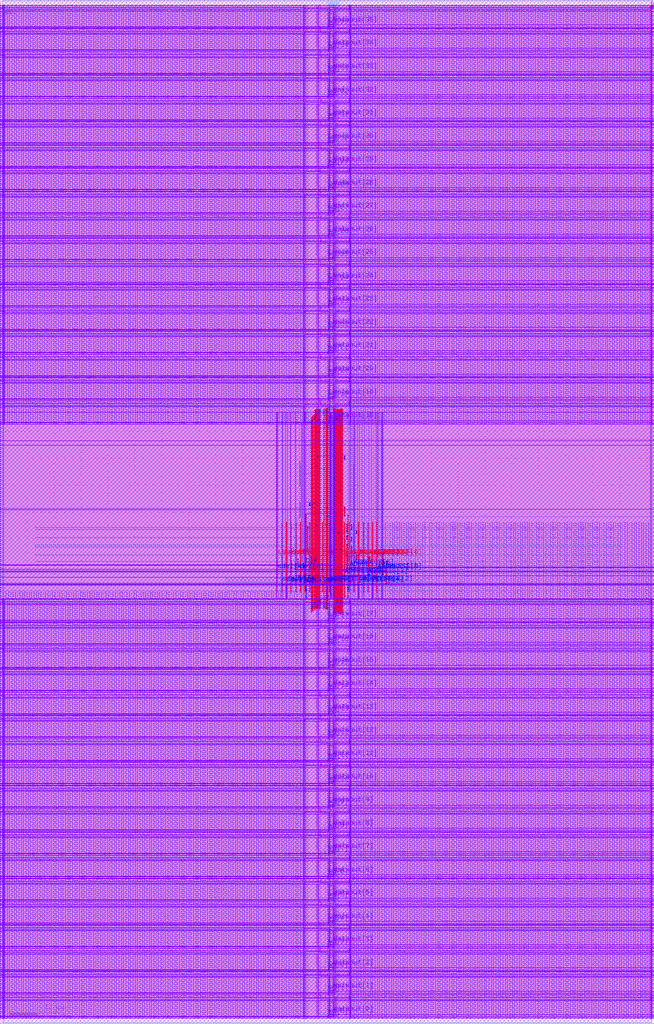
<source format=lef>
VERSION 5.8 ;
BUSBITCHARS "[]" ; 
DIVIDERCHAR "/" ; 


PROPERTYDEFINITIONS 
  MACRO CatenaDesignType STRING ; 
END PROPERTYDEFINITIONS 


MACRO srambank_256x4x36_6t122 
  CLASS BLOCK ; 
  ORIGIN 0 0 ; 
  FOREIGN srambank_256x4x36_6t122 0 0 ; 
  SIZE 121.392 BY 190.08 ; 
  SYMMETRY X Y ; 
  SITE coreSite ; 
  PIN VDD 
    DIRECTION INOUT ; 
    USE POWER ; 
    PORT 
      LAYER M4 ; 
        RECT 0.416 4.688 121.032 4.88 ; 
        RECT 0.416 9.008 121.032 9.2 ; 
        RECT 0.416 13.328 121.032 13.52 ; 
        RECT 0.416 17.648 121.032 17.84 ; 
        RECT 0.416 21.968 121.032 22.16 ; 
        RECT 0.416 26.288 121.032 26.48 ; 
        RECT 0.416 30.608 121.032 30.8 ; 
        RECT 0.416 34.928 121.032 35.12 ; 
        RECT 0.416 39.248 121.032 39.44 ; 
        RECT 0.416 43.568 121.032 43.76 ; 
        RECT 0.416 47.888 121.032 48.08 ; 
        RECT 0.416 52.208 121.032 52.4 ; 
        RECT 0.416 56.528 121.032 56.72 ; 
        RECT 0.416 60.848 121.032 61.04 ; 
        RECT 0.416 65.168 121.032 65.36 ; 
        RECT 0.416 69.488 121.032 69.68 ; 
        RECT 0.416 73.808 121.032 74 ; 
        RECT 0.416 78.128 121.032 78.32 ; 
        RECT 0.416 114.956 121.032 115.148 ; 
        RECT 0.416 119.276 121.032 119.468 ; 
        RECT 0.416 123.596 121.032 123.788 ; 
        RECT 0.416 127.916 121.032 128.108 ; 
        RECT 0.416 132.236 121.032 132.428 ; 
        RECT 0.416 136.556 121.032 136.748 ; 
        RECT 0.416 140.876 121.032 141.068 ; 
        RECT 0.416 145.196 121.032 145.388 ; 
        RECT 0.416 149.516 121.032 149.708 ; 
        RECT 0.416 153.836 121.032 154.028 ; 
        RECT 0.416 158.156 121.032 158.348 ; 
        RECT 0.416 162.476 121.032 162.668 ; 
        RECT 0.416 166.796 121.032 166.988 ; 
        RECT 0.416 171.116 121.032 171.308 ; 
        RECT 0.416 175.436 121.032 175.628 ; 
        RECT 0.416 179.756 121.032 179.948 ; 
        RECT 0.416 184.076 121.032 184.268 ; 
        RECT 0.416 188.396 121.032 188.588 ; 
      LAYER M3 ; 
        RECT 120.872 0.866 120.944 5.506 ; 
        RECT 64.784 0.868 64.856 5.504 ; 
        RECT 59.168 1.012 59.528 5.474 ; 
        RECT 56.576 0.868 56.648 5.504 ; 
        RECT 0.488 0.866 0.56 5.506 ; 
        RECT 120.872 5.186 120.944 9.826 ; 
        RECT 64.784 5.188 64.856 9.824 ; 
        RECT 59.168 5.332 59.528 9.794 ; 
        RECT 56.576 5.188 56.648 9.824 ; 
        RECT 0.488 5.186 0.56 9.826 ; 
        RECT 120.872 9.506 120.944 14.146 ; 
        RECT 64.784 9.508 64.856 14.144 ; 
        RECT 59.168 9.652 59.528 14.114 ; 
        RECT 56.576 9.508 56.648 14.144 ; 
        RECT 0.488 9.506 0.56 14.146 ; 
        RECT 120.872 13.826 120.944 18.466 ; 
        RECT 64.784 13.828 64.856 18.464 ; 
        RECT 59.168 13.972 59.528 18.434 ; 
        RECT 56.576 13.828 56.648 18.464 ; 
        RECT 0.488 13.826 0.56 18.466 ; 
        RECT 120.872 18.146 120.944 22.786 ; 
        RECT 64.784 18.148 64.856 22.784 ; 
        RECT 59.168 18.292 59.528 22.754 ; 
        RECT 56.576 18.148 56.648 22.784 ; 
        RECT 0.488 18.146 0.56 22.786 ; 
        RECT 120.872 22.466 120.944 27.106 ; 
        RECT 64.784 22.468 64.856 27.104 ; 
        RECT 59.168 22.612 59.528 27.074 ; 
        RECT 56.576 22.468 56.648 27.104 ; 
        RECT 0.488 22.466 0.56 27.106 ; 
        RECT 120.872 26.786 120.944 31.426 ; 
        RECT 64.784 26.788 64.856 31.424 ; 
        RECT 59.168 26.932 59.528 31.394 ; 
        RECT 56.576 26.788 56.648 31.424 ; 
        RECT 0.488 26.786 0.56 31.426 ; 
        RECT 120.872 31.106 120.944 35.746 ; 
        RECT 64.784 31.108 64.856 35.744 ; 
        RECT 59.168 31.252 59.528 35.714 ; 
        RECT 56.576 31.108 56.648 35.744 ; 
        RECT 0.488 31.106 0.56 35.746 ; 
        RECT 120.872 35.426 120.944 40.066 ; 
        RECT 64.784 35.428 64.856 40.064 ; 
        RECT 59.168 35.572 59.528 40.034 ; 
        RECT 56.576 35.428 56.648 40.064 ; 
        RECT 0.488 35.426 0.56 40.066 ; 
        RECT 120.872 39.746 120.944 44.386 ; 
        RECT 64.784 39.748 64.856 44.384 ; 
        RECT 59.168 39.892 59.528 44.354 ; 
        RECT 56.576 39.748 56.648 44.384 ; 
        RECT 0.488 39.746 0.56 44.386 ; 
        RECT 120.872 44.066 120.944 48.706 ; 
        RECT 64.784 44.068 64.856 48.704 ; 
        RECT 59.168 44.212 59.528 48.674 ; 
        RECT 56.576 44.068 56.648 48.704 ; 
        RECT 0.488 44.066 0.56 48.706 ; 
        RECT 120.872 48.386 120.944 53.026 ; 
        RECT 64.784 48.388 64.856 53.024 ; 
        RECT 59.168 48.532 59.528 52.994 ; 
        RECT 56.576 48.388 56.648 53.024 ; 
        RECT 0.488 48.386 0.56 53.026 ; 
        RECT 120.872 52.706 120.944 57.346 ; 
        RECT 64.784 52.708 64.856 57.344 ; 
        RECT 59.168 52.852 59.528 57.314 ; 
        RECT 56.576 52.708 56.648 57.344 ; 
        RECT 0.488 52.706 0.56 57.346 ; 
        RECT 120.872 57.026 120.944 61.666 ; 
        RECT 64.784 57.028 64.856 61.664 ; 
        RECT 59.168 57.172 59.528 61.634 ; 
        RECT 56.576 57.028 56.648 61.664 ; 
        RECT 0.488 57.026 0.56 61.666 ; 
        RECT 120.872 61.346 120.944 65.986 ; 
        RECT 64.784 61.348 64.856 65.984 ; 
        RECT 59.168 61.492 59.528 65.954 ; 
        RECT 56.576 61.348 56.648 65.984 ; 
        RECT 0.488 61.346 0.56 65.986 ; 
        RECT 120.872 65.666 120.944 70.306 ; 
        RECT 64.784 65.668 64.856 70.304 ; 
        RECT 59.168 65.812 59.528 70.274 ; 
        RECT 56.576 65.668 56.648 70.304 ; 
        RECT 0.488 65.666 0.56 70.306 ; 
        RECT 120.872 69.986 120.944 74.626 ; 
        RECT 64.784 69.988 64.856 74.624 ; 
        RECT 59.168 70.132 59.528 74.594 ; 
        RECT 56.576 69.988 56.648 74.624 ; 
        RECT 0.488 69.986 0.56 74.626 ; 
        RECT 120.872 74.306 120.944 78.946 ; 
        RECT 64.784 74.308 64.856 78.944 ; 
        RECT 59.168 74.452 59.528 78.914 ; 
        RECT 56.576 74.308 56.648 78.944 ; 
        RECT 0.488 74.306 0.56 78.946 ; 
        RECT 56.196 94.1 56.268 118.354 ; 
        RECT 120.872 111.134 120.944 115.774 ; 
        RECT 64.784 111.136 64.856 115.772 ; 
        RECT 59.168 111.28 59.528 115.742 ; 
        RECT 56.576 111.136 56.648 115.772 ; 
        RECT 0.488 111.134 0.56 115.774 ; 
        RECT 120.872 115.454 120.944 120.094 ; 
        RECT 64.784 115.456 64.856 120.092 ; 
        RECT 59.168 115.6 59.528 120.062 ; 
        RECT 56.576 115.456 56.648 120.092 ; 
        RECT 0.488 115.454 0.56 120.094 ; 
        RECT 120.872 119.774 120.944 124.414 ; 
        RECT 64.784 119.776 64.856 124.412 ; 
        RECT 59.168 119.92 59.528 124.382 ; 
        RECT 56.576 119.776 56.648 124.412 ; 
        RECT 0.488 119.774 0.56 124.414 ; 
        RECT 120.872 124.094 120.944 128.734 ; 
        RECT 64.784 124.096 64.856 128.732 ; 
        RECT 59.168 124.24 59.528 128.702 ; 
        RECT 56.576 124.096 56.648 128.732 ; 
        RECT 0.488 124.094 0.56 128.734 ; 
        RECT 120.872 128.414 120.944 133.054 ; 
        RECT 64.784 128.416 64.856 133.052 ; 
        RECT 59.168 128.56 59.528 133.022 ; 
        RECT 56.576 128.416 56.648 133.052 ; 
        RECT 0.488 128.414 0.56 133.054 ; 
        RECT 120.872 132.734 120.944 137.374 ; 
        RECT 64.784 132.736 64.856 137.372 ; 
        RECT 59.168 132.88 59.528 137.342 ; 
        RECT 56.576 132.736 56.648 137.372 ; 
        RECT 0.488 132.734 0.56 137.374 ; 
        RECT 120.872 137.054 120.944 141.694 ; 
        RECT 64.784 137.056 64.856 141.692 ; 
        RECT 59.168 137.2 59.528 141.662 ; 
        RECT 56.576 137.056 56.648 141.692 ; 
        RECT 0.488 137.054 0.56 141.694 ; 
        RECT 120.872 141.374 120.944 146.014 ; 
        RECT 64.784 141.376 64.856 146.012 ; 
        RECT 59.168 141.52 59.528 145.982 ; 
        RECT 56.576 141.376 56.648 146.012 ; 
        RECT 0.488 141.374 0.56 146.014 ; 
        RECT 120.872 145.694 120.944 150.334 ; 
        RECT 64.784 145.696 64.856 150.332 ; 
        RECT 59.168 145.84 59.528 150.302 ; 
        RECT 56.576 145.696 56.648 150.332 ; 
        RECT 0.488 145.694 0.56 150.334 ; 
        RECT 120.872 150.014 120.944 154.654 ; 
        RECT 64.784 150.016 64.856 154.652 ; 
        RECT 59.168 150.16 59.528 154.622 ; 
        RECT 56.576 150.016 56.648 154.652 ; 
        RECT 0.488 150.014 0.56 154.654 ; 
        RECT 120.872 154.334 120.944 158.974 ; 
        RECT 64.784 154.336 64.856 158.972 ; 
        RECT 59.168 154.48 59.528 158.942 ; 
        RECT 56.576 154.336 56.648 158.972 ; 
        RECT 0.488 154.334 0.56 158.974 ; 
        RECT 120.872 158.654 120.944 163.294 ; 
        RECT 64.784 158.656 64.856 163.292 ; 
        RECT 59.168 158.8 59.528 163.262 ; 
        RECT 56.576 158.656 56.648 163.292 ; 
        RECT 0.488 158.654 0.56 163.294 ; 
        RECT 120.872 162.974 120.944 167.614 ; 
        RECT 64.784 162.976 64.856 167.612 ; 
        RECT 59.168 163.12 59.528 167.582 ; 
        RECT 56.576 162.976 56.648 167.612 ; 
        RECT 0.488 162.974 0.56 167.614 ; 
        RECT 120.872 167.294 120.944 171.934 ; 
        RECT 64.784 167.296 64.856 171.932 ; 
        RECT 59.168 167.44 59.528 171.902 ; 
        RECT 56.576 167.296 56.648 171.932 ; 
        RECT 0.488 167.294 0.56 171.934 ; 
        RECT 120.872 171.614 120.944 176.254 ; 
        RECT 64.784 171.616 64.856 176.252 ; 
        RECT 59.168 171.76 59.528 176.222 ; 
        RECT 56.576 171.616 56.648 176.252 ; 
        RECT 0.488 171.614 0.56 176.254 ; 
        RECT 120.872 175.934 120.944 180.574 ; 
        RECT 64.784 175.936 64.856 180.572 ; 
        RECT 59.168 176.08 59.528 180.542 ; 
        RECT 56.576 175.936 56.648 180.572 ; 
        RECT 0.488 175.934 0.56 180.574 ; 
        RECT 120.872 180.254 120.944 184.894 ; 
        RECT 64.784 180.256 64.856 184.892 ; 
        RECT 59.168 180.4 59.528 184.862 ; 
        RECT 56.576 180.256 56.648 184.892 ; 
        RECT 0.488 180.254 0.56 184.894 ; 
        RECT 120.872 184.574 120.944 189.214 ; 
        RECT 64.784 184.576 64.856 189.212 ; 
        RECT 59.168 184.72 59.528 189.182 ; 
        RECT 56.576 184.576 56.648 189.212 ; 
        RECT 0.488 184.574 0.56 189.214 ; 
      LAYER V3 ; 
        RECT 0.488 4.688 0.56 4.88 ; 
        RECT 56.576 4.688 56.648 4.88 ; 
        RECT 59.168 4.688 59.528 4.88 ; 
        RECT 64.784 4.688 64.856 4.88 ; 
        RECT 120.872 4.688 120.944 4.88 ; 
        RECT 0.488 9.008 0.56 9.2 ; 
        RECT 56.576 9.008 56.648 9.2 ; 
        RECT 59.168 9.008 59.528 9.2 ; 
        RECT 64.784 9.008 64.856 9.2 ; 
        RECT 120.872 9.008 120.944 9.2 ; 
        RECT 0.488 13.328 0.56 13.52 ; 
        RECT 56.576 13.328 56.648 13.52 ; 
        RECT 59.168 13.328 59.528 13.52 ; 
        RECT 64.784 13.328 64.856 13.52 ; 
        RECT 120.872 13.328 120.944 13.52 ; 
        RECT 0.488 17.648 0.56 17.84 ; 
        RECT 56.576 17.648 56.648 17.84 ; 
        RECT 59.168 17.648 59.528 17.84 ; 
        RECT 64.784 17.648 64.856 17.84 ; 
        RECT 120.872 17.648 120.944 17.84 ; 
        RECT 0.488 21.968 0.56 22.16 ; 
        RECT 56.576 21.968 56.648 22.16 ; 
        RECT 59.168 21.968 59.528 22.16 ; 
        RECT 64.784 21.968 64.856 22.16 ; 
        RECT 120.872 21.968 120.944 22.16 ; 
        RECT 0.488 26.288 0.56 26.48 ; 
        RECT 56.576 26.288 56.648 26.48 ; 
        RECT 59.168 26.288 59.528 26.48 ; 
        RECT 64.784 26.288 64.856 26.48 ; 
        RECT 120.872 26.288 120.944 26.48 ; 
        RECT 0.488 30.608 0.56 30.8 ; 
        RECT 56.576 30.608 56.648 30.8 ; 
        RECT 59.168 30.608 59.528 30.8 ; 
        RECT 64.784 30.608 64.856 30.8 ; 
        RECT 120.872 30.608 120.944 30.8 ; 
        RECT 0.488 34.928 0.56 35.12 ; 
        RECT 56.576 34.928 56.648 35.12 ; 
        RECT 59.168 34.928 59.528 35.12 ; 
        RECT 64.784 34.928 64.856 35.12 ; 
        RECT 120.872 34.928 120.944 35.12 ; 
        RECT 0.488 39.248 0.56 39.44 ; 
        RECT 56.576 39.248 56.648 39.44 ; 
        RECT 59.168 39.248 59.528 39.44 ; 
        RECT 64.784 39.248 64.856 39.44 ; 
        RECT 120.872 39.248 120.944 39.44 ; 
        RECT 0.488 43.568 0.56 43.76 ; 
        RECT 56.576 43.568 56.648 43.76 ; 
        RECT 59.168 43.568 59.528 43.76 ; 
        RECT 64.784 43.568 64.856 43.76 ; 
        RECT 120.872 43.568 120.944 43.76 ; 
        RECT 0.488 47.888 0.56 48.08 ; 
        RECT 56.576 47.888 56.648 48.08 ; 
        RECT 59.168 47.888 59.528 48.08 ; 
        RECT 64.784 47.888 64.856 48.08 ; 
        RECT 120.872 47.888 120.944 48.08 ; 
        RECT 0.488 52.208 0.56 52.4 ; 
        RECT 56.576 52.208 56.648 52.4 ; 
        RECT 59.168 52.208 59.528 52.4 ; 
        RECT 64.784 52.208 64.856 52.4 ; 
        RECT 120.872 52.208 120.944 52.4 ; 
        RECT 0.488 56.528 0.56 56.72 ; 
        RECT 56.576 56.528 56.648 56.72 ; 
        RECT 59.168 56.528 59.528 56.72 ; 
        RECT 64.784 56.528 64.856 56.72 ; 
        RECT 120.872 56.528 120.944 56.72 ; 
        RECT 0.488 60.848 0.56 61.04 ; 
        RECT 56.576 60.848 56.648 61.04 ; 
        RECT 59.168 60.848 59.528 61.04 ; 
        RECT 64.784 60.848 64.856 61.04 ; 
        RECT 120.872 60.848 120.944 61.04 ; 
        RECT 0.488 65.168 0.56 65.36 ; 
        RECT 56.576 65.168 56.648 65.36 ; 
        RECT 59.168 65.168 59.528 65.36 ; 
        RECT 64.784 65.168 64.856 65.36 ; 
        RECT 120.872 65.168 120.944 65.36 ; 
        RECT 0.488 69.488 0.56 69.68 ; 
        RECT 56.576 69.488 56.648 69.68 ; 
        RECT 59.168 69.488 59.528 69.68 ; 
        RECT 64.784 69.488 64.856 69.68 ; 
        RECT 120.872 69.488 120.944 69.68 ; 
        RECT 0.488 73.808 0.56 74 ; 
        RECT 56.576 73.808 56.648 74 ; 
        RECT 59.168 73.808 59.528 74 ; 
        RECT 64.784 73.808 64.856 74 ; 
        RECT 120.872 73.808 120.944 74 ; 
        RECT 0.488 78.128 0.56 78.32 ; 
        RECT 56.576 78.128 56.648 78.32 ; 
        RECT 59.168 78.128 59.528 78.32 ; 
        RECT 64.784 78.128 64.856 78.32 ; 
        RECT 120.872 78.128 120.944 78.32 ; 
        RECT 0.488 114.956 0.56 115.148 ; 
        RECT 56.576 114.956 56.648 115.148 ; 
        RECT 59.168 114.956 59.528 115.148 ; 
        RECT 64.784 114.956 64.856 115.148 ; 
        RECT 120.872 114.956 120.944 115.148 ; 
        RECT 0.488 119.276 0.56 119.468 ; 
        RECT 56.576 119.276 56.648 119.468 ; 
        RECT 59.168 119.276 59.528 119.468 ; 
        RECT 64.784 119.276 64.856 119.468 ; 
        RECT 120.872 119.276 120.944 119.468 ; 
        RECT 0.488 123.596 0.56 123.788 ; 
        RECT 56.576 123.596 56.648 123.788 ; 
        RECT 59.168 123.596 59.528 123.788 ; 
        RECT 64.784 123.596 64.856 123.788 ; 
        RECT 120.872 123.596 120.944 123.788 ; 
        RECT 0.488 127.916 0.56 128.108 ; 
        RECT 56.576 127.916 56.648 128.108 ; 
        RECT 59.168 127.916 59.528 128.108 ; 
        RECT 64.784 127.916 64.856 128.108 ; 
        RECT 120.872 127.916 120.944 128.108 ; 
        RECT 0.488 132.236 0.56 132.428 ; 
        RECT 56.576 132.236 56.648 132.428 ; 
        RECT 59.168 132.236 59.528 132.428 ; 
        RECT 64.784 132.236 64.856 132.428 ; 
        RECT 120.872 132.236 120.944 132.428 ; 
        RECT 0.488 136.556 0.56 136.748 ; 
        RECT 56.576 136.556 56.648 136.748 ; 
        RECT 59.168 136.556 59.528 136.748 ; 
        RECT 64.784 136.556 64.856 136.748 ; 
        RECT 120.872 136.556 120.944 136.748 ; 
        RECT 0.488 140.876 0.56 141.068 ; 
        RECT 56.576 140.876 56.648 141.068 ; 
        RECT 59.168 140.876 59.528 141.068 ; 
        RECT 64.784 140.876 64.856 141.068 ; 
        RECT 120.872 140.876 120.944 141.068 ; 
        RECT 0.488 145.196 0.56 145.388 ; 
        RECT 56.576 145.196 56.648 145.388 ; 
        RECT 59.168 145.196 59.528 145.388 ; 
        RECT 64.784 145.196 64.856 145.388 ; 
        RECT 120.872 145.196 120.944 145.388 ; 
        RECT 0.488 149.516 0.56 149.708 ; 
        RECT 56.576 149.516 56.648 149.708 ; 
        RECT 59.168 149.516 59.528 149.708 ; 
        RECT 64.784 149.516 64.856 149.708 ; 
        RECT 120.872 149.516 120.944 149.708 ; 
        RECT 0.488 153.836 0.56 154.028 ; 
        RECT 56.576 153.836 56.648 154.028 ; 
        RECT 59.168 153.836 59.528 154.028 ; 
        RECT 64.784 153.836 64.856 154.028 ; 
        RECT 120.872 153.836 120.944 154.028 ; 
        RECT 0.488 158.156 0.56 158.348 ; 
        RECT 56.576 158.156 56.648 158.348 ; 
        RECT 59.168 158.156 59.528 158.348 ; 
        RECT 64.784 158.156 64.856 158.348 ; 
        RECT 120.872 158.156 120.944 158.348 ; 
        RECT 0.488 162.476 0.56 162.668 ; 
        RECT 56.576 162.476 56.648 162.668 ; 
        RECT 59.168 162.476 59.528 162.668 ; 
        RECT 64.784 162.476 64.856 162.668 ; 
        RECT 120.872 162.476 120.944 162.668 ; 
        RECT 0.488 166.796 0.56 166.988 ; 
        RECT 56.576 166.796 56.648 166.988 ; 
        RECT 59.168 166.796 59.528 166.988 ; 
        RECT 64.784 166.796 64.856 166.988 ; 
        RECT 120.872 166.796 120.944 166.988 ; 
        RECT 0.488 171.116 0.56 171.308 ; 
        RECT 56.576 171.116 56.648 171.308 ; 
        RECT 59.168 171.116 59.528 171.308 ; 
        RECT 64.784 171.116 64.856 171.308 ; 
        RECT 120.872 171.116 120.944 171.308 ; 
        RECT 0.488 175.436 0.56 175.628 ; 
        RECT 56.576 175.436 56.648 175.628 ; 
        RECT 59.168 175.436 59.528 175.628 ; 
        RECT 64.784 175.436 64.856 175.628 ; 
        RECT 120.872 175.436 120.944 175.628 ; 
        RECT 0.488 179.756 0.56 179.948 ; 
        RECT 56.576 179.756 56.648 179.948 ; 
        RECT 59.168 179.756 59.528 179.948 ; 
        RECT 64.784 179.756 64.856 179.948 ; 
        RECT 120.872 179.756 120.944 179.948 ; 
        RECT 0.488 184.076 0.56 184.268 ; 
        RECT 56.576 184.076 56.648 184.268 ; 
        RECT 59.168 184.076 59.528 184.268 ; 
        RECT 64.784 184.076 64.856 184.268 ; 
        RECT 120.872 184.076 120.944 184.268 ; 
        RECT 0.488 188.396 0.56 188.588 ; 
        RECT 56.576 188.396 56.648 188.588 ; 
        RECT 59.168 188.396 59.528 188.588 ; 
        RECT 64.784 188.396 64.856 188.588 ; 
        RECT 120.872 188.396 120.944 188.588 ; 
    END 
  END VDD 
  PIN VSS 
    DIRECTION INOUT ; 
    USE POWER ; 
    PORT 
      LAYER M4 ; 
        RECT 0.416 4.304 121.032 4.496 ; 
        RECT 0.416 8.624 121.032 8.816 ; 
        RECT 0.416 12.944 121.032 13.136 ; 
        RECT 0.416 17.264 121.032 17.456 ; 
        RECT 0.416 21.584 121.032 21.776 ; 
        RECT 0.416 25.904 121.032 26.096 ; 
        RECT 0.416 30.224 121.032 30.416 ; 
        RECT 0.416 34.544 121.032 34.736 ; 
        RECT 0.416 38.864 121.032 39.056 ; 
        RECT 0.416 43.184 121.032 43.376 ; 
        RECT 0.416 47.504 121.032 47.696 ; 
        RECT 0.416 51.824 121.032 52.016 ; 
        RECT 0.416 56.144 121.032 56.336 ; 
        RECT 0.416 60.464 121.032 60.656 ; 
        RECT 0.416 64.784 121.032 64.976 ; 
        RECT 0.416 69.104 121.032 69.296 ; 
        RECT 0.416 73.424 121.032 73.616 ; 
        RECT 0.416 77.744 121.032 77.936 ; 
        RECT 41.904 82.006 79.488 82.87 ; 
        RECT 57.24 94.678 64.152 95.542 ; 
        RECT 57.24 107.35 64.152 108.214 ; 
        RECT 0.416 114.572 121.032 114.764 ; 
        RECT 0.416 118.892 121.032 119.084 ; 
        RECT 0.416 123.212 121.032 123.404 ; 
        RECT 0.416 127.532 121.032 127.724 ; 
        RECT 0.416 131.852 121.032 132.044 ; 
        RECT 0.416 136.172 121.032 136.364 ; 
        RECT 0.416 140.492 121.032 140.684 ; 
        RECT 0.416 144.812 121.032 145.004 ; 
        RECT 0.416 149.132 121.032 149.324 ; 
        RECT 0.416 153.452 121.032 153.644 ; 
        RECT 0.416 157.772 121.032 157.964 ; 
        RECT 0.416 162.092 121.032 162.284 ; 
        RECT 0.416 166.412 121.032 166.604 ; 
        RECT 0.416 170.732 121.032 170.924 ; 
        RECT 0.416 175.052 121.032 175.244 ; 
        RECT 0.416 179.372 121.032 179.564 ; 
        RECT 0.416 183.692 121.032 183.884 ; 
        RECT 0.416 188.012 121.032 188.204 ; 
      LAYER M3 ; 
        RECT 120.728 0.866 120.8 5.506 ; 
        RECT 65 0.866 65.072 5.506 ; 
        RECT 61.94 1.012 62.084 5.47 ; 
        RECT 61.04 1.012 61.148 5.47 ; 
        RECT 56.36 0.866 56.432 5.506 ; 
        RECT 0.632 0.866 0.704 5.506 ; 
        RECT 120.728 5.186 120.8 9.826 ; 
        RECT 65 5.186 65.072 9.826 ; 
        RECT 61.94 5.332 62.084 9.79 ; 
        RECT 61.04 5.332 61.148 9.79 ; 
        RECT 56.36 5.186 56.432 9.826 ; 
        RECT 0.632 5.186 0.704 9.826 ; 
        RECT 120.728 9.506 120.8 14.146 ; 
        RECT 65 9.506 65.072 14.146 ; 
        RECT 61.94 9.652 62.084 14.11 ; 
        RECT 61.04 9.652 61.148 14.11 ; 
        RECT 56.36 9.506 56.432 14.146 ; 
        RECT 0.632 9.506 0.704 14.146 ; 
        RECT 120.728 13.826 120.8 18.466 ; 
        RECT 65 13.826 65.072 18.466 ; 
        RECT 61.94 13.972 62.084 18.43 ; 
        RECT 61.04 13.972 61.148 18.43 ; 
        RECT 56.36 13.826 56.432 18.466 ; 
        RECT 0.632 13.826 0.704 18.466 ; 
        RECT 120.728 18.146 120.8 22.786 ; 
        RECT 65 18.146 65.072 22.786 ; 
        RECT 61.94 18.292 62.084 22.75 ; 
        RECT 61.04 18.292 61.148 22.75 ; 
        RECT 56.36 18.146 56.432 22.786 ; 
        RECT 0.632 18.146 0.704 22.786 ; 
        RECT 120.728 22.466 120.8 27.106 ; 
        RECT 65 22.466 65.072 27.106 ; 
        RECT 61.94 22.612 62.084 27.07 ; 
        RECT 61.04 22.612 61.148 27.07 ; 
        RECT 56.36 22.466 56.432 27.106 ; 
        RECT 0.632 22.466 0.704 27.106 ; 
        RECT 120.728 26.786 120.8 31.426 ; 
        RECT 65 26.786 65.072 31.426 ; 
        RECT 61.94 26.932 62.084 31.39 ; 
        RECT 61.04 26.932 61.148 31.39 ; 
        RECT 56.36 26.786 56.432 31.426 ; 
        RECT 0.632 26.786 0.704 31.426 ; 
        RECT 120.728 31.106 120.8 35.746 ; 
        RECT 65 31.106 65.072 35.746 ; 
        RECT 61.94 31.252 62.084 35.71 ; 
        RECT 61.04 31.252 61.148 35.71 ; 
        RECT 56.36 31.106 56.432 35.746 ; 
        RECT 0.632 31.106 0.704 35.746 ; 
        RECT 120.728 35.426 120.8 40.066 ; 
        RECT 65 35.426 65.072 40.066 ; 
        RECT 61.94 35.572 62.084 40.03 ; 
        RECT 61.04 35.572 61.148 40.03 ; 
        RECT 56.36 35.426 56.432 40.066 ; 
        RECT 0.632 35.426 0.704 40.066 ; 
        RECT 120.728 39.746 120.8 44.386 ; 
        RECT 65 39.746 65.072 44.386 ; 
        RECT 61.94 39.892 62.084 44.35 ; 
        RECT 61.04 39.892 61.148 44.35 ; 
        RECT 56.36 39.746 56.432 44.386 ; 
        RECT 0.632 39.746 0.704 44.386 ; 
        RECT 120.728 44.066 120.8 48.706 ; 
        RECT 65 44.066 65.072 48.706 ; 
        RECT 61.94 44.212 62.084 48.67 ; 
        RECT 61.04 44.212 61.148 48.67 ; 
        RECT 56.36 44.066 56.432 48.706 ; 
        RECT 0.632 44.066 0.704 48.706 ; 
        RECT 120.728 48.386 120.8 53.026 ; 
        RECT 65 48.386 65.072 53.026 ; 
        RECT 61.94 48.532 62.084 52.99 ; 
        RECT 61.04 48.532 61.148 52.99 ; 
        RECT 56.36 48.386 56.432 53.026 ; 
        RECT 0.632 48.386 0.704 53.026 ; 
        RECT 120.728 52.706 120.8 57.346 ; 
        RECT 65 52.706 65.072 57.346 ; 
        RECT 61.94 52.852 62.084 57.31 ; 
        RECT 61.04 52.852 61.148 57.31 ; 
        RECT 56.36 52.706 56.432 57.346 ; 
        RECT 0.632 52.706 0.704 57.346 ; 
        RECT 120.728 57.026 120.8 61.666 ; 
        RECT 65 57.026 65.072 61.666 ; 
        RECT 61.94 57.172 62.084 61.63 ; 
        RECT 61.04 57.172 61.148 61.63 ; 
        RECT 56.36 57.026 56.432 61.666 ; 
        RECT 0.632 57.026 0.704 61.666 ; 
        RECT 120.728 61.346 120.8 65.986 ; 
        RECT 65 61.346 65.072 65.986 ; 
        RECT 61.94 61.492 62.084 65.95 ; 
        RECT 61.04 61.492 61.148 65.95 ; 
        RECT 56.36 61.346 56.432 65.986 ; 
        RECT 0.632 61.346 0.704 65.986 ; 
        RECT 120.728 65.666 120.8 70.306 ; 
        RECT 65 65.666 65.072 70.306 ; 
        RECT 61.94 65.812 62.084 70.27 ; 
        RECT 61.04 65.812 61.148 70.27 ; 
        RECT 56.36 65.666 56.432 70.306 ; 
        RECT 0.632 65.666 0.704 70.306 ; 
        RECT 120.728 69.986 120.8 74.626 ; 
        RECT 65 69.986 65.072 74.626 ; 
        RECT 61.94 70.132 62.084 74.59 ; 
        RECT 61.04 70.132 61.148 74.59 ; 
        RECT 56.36 69.986 56.432 74.626 ; 
        RECT 0.632 69.986 0.704 74.626 ; 
        RECT 120.728 74.306 120.8 78.946 ; 
        RECT 65 74.306 65.072 78.946 ; 
        RECT 61.94 74.452 62.084 78.91 ; 
        RECT 61.04 74.452 61.148 78.91 ; 
        RECT 56.36 74.306 56.432 78.946 ; 
        RECT 0.632 74.306 0.704 78.946 ; 
        RECT 64.98 78.828 65.052 111.656 ; 
        RECT 61.164 79.722 62.1 110.454 ; 
        RECT 56.34 78.828 56.412 118.354 ; 
        RECT 120.728 111.134 120.8 115.774 ; 
        RECT 65 111.134 65.072 115.774 ; 
        RECT 61.94 111.28 62.084 115.738 ; 
        RECT 61.04 111.28 61.148 115.738 ; 
        RECT 56.36 111.134 56.432 115.774 ; 
        RECT 0.632 111.134 0.704 115.774 ; 
        RECT 120.728 115.454 120.8 120.094 ; 
        RECT 65 115.454 65.072 120.094 ; 
        RECT 61.94 115.6 62.084 120.058 ; 
        RECT 61.04 115.6 61.148 120.058 ; 
        RECT 56.36 115.454 56.432 120.094 ; 
        RECT 0.632 115.454 0.704 120.094 ; 
        RECT 120.728 119.774 120.8 124.414 ; 
        RECT 65 119.774 65.072 124.414 ; 
        RECT 61.94 119.92 62.084 124.378 ; 
        RECT 61.04 119.92 61.148 124.378 ; 
        RECT 56.36 119.774 56.432 124.414 ; 
        RECT 0.632 119.774 0.704 124.414 ; 
        RECT 120.728 124.094 120.8 128.734 ; 
        RECT 65 124.094 65.072 128.734 ; 
        RECT 61.94 124.24 62.084 128.698 ; 
        RECT 61.04 124.24 61.148 128.698 ; 
        RECT 56.36 124.094 56.432 128.734 ; 
        RECT 0.632 124.094 0.704 128.734 ; 
        RECT 120.728 128.414 120.8 133.054 ; 
        RECT 65 128.414 65.072 133.054 ; 
        RECT 61.94 128.56 62.084 133.018 ; 
        RECT 61.04 128.56 61.148 133.018 ; 
        RECT 56.36 128.414 56.432 133.054 ; 
        RECT 0.632 128.414 0.704 133.054 ; 
        RECT 120.728 132.734 120.8 137.374 ; 
        RECT 65 132.734 65.072 137.374 ; 
        RECT 61.94 132.88 62.084 137.338 ; 
        RECT 61.04 132.88 61.148 137.338 ; 
        RECT 56.36 132.734 56.432 137.374 ; 
        RECT 0.632 132.734 0.704 137.374 ; 
        RECT 120.728 137.054 120.8 141.694 ; 
        RECT 65 137.054 65.072 141.694 ; 
        RECT 61.94 137.2 62.084 141.658 ; 
        RECT 61.04 137.2 61.148 141.658 ; 
        RECT 56.36 137.054 56.432 141.694 ; 
        RECT 0.632 137.054 0.704 141.694 ; 
        RECT 120.728 141.374 120.8 146.014 ; 
        RECT 65 141.374 65.072 146.014 ; 
        RECT 61.94 141.52 62.084 145.978 ; 
        RECT 61.04 141.52 61.148 145.978 ; 
        RECT 56.36 141.374 56.432 146.014 ; 
        RECT 0.632 141.374 0.704 146.014 ; 
        RECT 120.728 145.694 120.8 150.334 ; 
        RECT 65 145.694 65.072 150.334 ; 
        RECT 61.94 145.84 62.084 150.298 ; 
        RECT 61.04 145.84 61.148 150.298 ; 
        RECT 56.36 145.694 56.432 150.334 ; 
        RECT 0.632 145.694 0.704 150.334 ; 
        RECT 120.728 150.014 120.8 154.654 ; 
        RECT 65 150.014 65.072 154.654 ; 
        RECT 61.94 150.16 62.084 154.618 ; 
        RECT 61.04 150.16 61.148 154.618 ; 
        RECT 56.36 150.014 56.432 154.654 ; 
        RECT 0.632 150.014 0.704 154.654 ; 
        RECT 120.728 154.334 120.8 158.974 ; 
        RECT 65 154.334 65.072 158.974 ; 
        RECT 61.94 154.48 62.084 158.938 ; 
        RECT 61.04 154.48 61.148 158.938 ; 
        RECT 56.36 154.334 56.432 158.974 ; 
        RECT 0.632 154.334 0.704 158.974 ; 
        RECT 120.728 158.654 120.8 163.294 ; 
        RECT 65 158.654 65.072 163.294 ; 
        RECT 61.94 158.8 62.084 163.258 ; 
        RECT 61.04 158.8 61.148 163.258 ; 
        RECT 56.36 158.654 56.432 163.294 ; 
        RECT 0.632 158.654 0.704 163.294 ; 
        RECT 120.728 162.974 120.8 167.614 ; 
        RECT 65 162.974 65.072 167.614 ; 
        RECT 61.94 163.12 62.084 167.578 ; 
        RECT 61.04 163.12 61.148 167.578 ; 
        RECT 56.36 162.974 56.432 167.614 ; 
        RECT 0.632 162.974 0.704 167.614 ; 
        RECT 120.728 167.294 120.8 171.934 ; 
        RECT 65 167.294 65.072 171.934 ; 
        RECT 61.94 167.44 62.084 171.898 ; 
        RECT 61.04 167.44 61.148 171.898 ; 
        RECT 56.36 167.294 56.432 171.934 ; 
        RECT 0.632 167.294 0.704 171.934 ; 
        RECT 120.728 171.614 120.8 176.254 ; 
        RECT 65 171.614 65.072 176.254 ; 
        RECT 61.94 171.76 62.084 176.218 ; 
        RECT 61.04 171.76 61.148 176.218 ; 
        RECT 56.36 171.614 56.432 176.254 ; 
        RECT 0.632 171.614 0.704 176.254 ; 
        RECT 120.728 175.934 120.8 180.574 ; 
        RECT 65 175.934 65.072 180.574 ; 
        RECT 61.94 176.08 62.084 180.538 ; 
        RECT 61.04 176.08 61.148 180.538 ; 
        RECT 56.36 175.934 56.432 180.574 ; 
        RECT 0.632 175.934 0.704 180.574 ; 
        RECT 120.728 180.254 120.8 184.894 ; 
        RECT 65 180.254 65.072 184.894 ; 
        RECT 61.94 180.4 62.084 184.858 ; 
        RECT 61.04 180.4 61.148 184.858 ; 
        RECT 56.36 180.254 56.432 184.894 ; 
        RECT 0.632 180.254 0.704 184.894 ; 
        RECT 120.728 184.574 120.8 189.214 ; 
        RECT 65 184.574 65.072 189.214 ; 
        RECT 61.94 184.72 62.084 189.178 ; 
        RECT 61.04 184.72 61.148 189.178 ; 
        RECT 56.36 184.574 56.432 189.214 ; 
        RECT 0.632 184.574 0.704 189.214 ; 
      LAYER V3 ; 
        RECT 0.632 4.304 0.704 4.496 ; 
        RECT 56.36 4.304 56.432 4.496 ; 
        RECT 61.04 4.304 61.148 4.496 ; 
        RECT 61.94 4.304 62.084 4.496 ; 
        RECT 65 4.304 65.072 4.496 ; 
        RECT 120.728 4.304 120.8 4.496 ; 
        RECT 0.632 8.624 0.704 8.816 ; 
        RECT 56.36 8.624 56.432 8.816 ; 
        RECT 61.04 8.624 61.148 8.816 ; 
        RECT 61.94 8.624 62.084 8.816 ; 
        RECT 65 8.624 65.072 8.816 ; 
        RECT 120.728 8.624 120.8 8.816 ; 
        RECT 0.632 12.944 0.704 13.136 ; 
        RECT 56.36 12.944 56.432 13.136 ; 
        RECT 61.04 12.944 61.148 13.136 ; 
        RECT 61.94 12.944 62.084 13.136 ; 
        RECT 65 12.944 65.072 13.136 ; 
        RECT 120.728 12.944 120.8 13.136 ; 
        RECT 0.632 17.264 0.704 17.456 ; 
        RECT 56.36 17.264 56.432 17.456 ; 
        RECT 61.04 17.264 61.148 17.456 ; 
        RECT 61.94 17.264 62.084 17.456 ; 
        RECT 65 17.264 65.072 17.456 ; 
        RECT 120.728 17.264 120.8 17.456 ; 
        RECT 0.632 21.584 0.704 21.776 ; 
        RECT 56.36 21.584 56.432 21.776 ; 
        RECT 61.04 21.584 61.148 21.776 ; 
        RECT 61.94 21.584 62.084 21.776 ; 
        RECT 65 21.584 65.072 21.776 ; 
        RECT 120.728 21.584 120.8 21.776 ; 
        RECT 0.632 25.904 0.704 26.096 ; 
        RECT 56.36 25.904 56.432 26.096 ; 
        RECT 61.04 25.904 61.148 26.096 ; 
        RECT 61.94 25.904 62.084 26.096 ; 
        RECT 65 25.904 65.072 26.096 ; 
        RECT 120.728 25.904 120.8 26.096 ; 
        RECT 0.632 30.224 0.704 30.416 ; 
        RECT 56.36 30.224 56.432 30.416 ; 
        RECT 61.04 30.224 61.148 30.416 ; 
        RECT 61.94 30.224 62.084 30.416 ; 
        RECT 65 30.224 65.072 30.416 ; 
        RECT 120.728 30.224 120.8 30.416 ; 
        RECT 0.632 34.544 0.704 34.736 ; 
        RECT 56.36 34.544 56.432 34.736 ; 
        RECT 61.04 34.544 61.148 34.736 ; 
        RECT 61.94 34.544 62.084 34.736 ; 
        RECT 65 34.544 65.072 34.736 ; 
        RECT 120.728 34.544 120.8 34.736 ; 
        RECT 0.632 38.864 0.704 39.056 ; 
        RECT 56.36 38.864 56.432 39.056 ; 
        RECT 61.04 38.864 61.148 39.056 ; 
        RECT 61.94 38.864 62.084 39.056 ; 
        RECT 65 38.864 65.072 39.056 ; 
        RECT 120.728 38.864 120.8 39.056 ; 
        RECT 0.632 43.184 0.704 43.376 ; 
        RECT 56.36 43.184 56.432 43.376 ; 
        RECT 61.04 43.184 61.148 43.376 ; 
        RECT 61.94 43.184 62.084 43.376 ; 
        RECT 65 43.184 65.072 43.376 ; 
        RECT 120.728 43.184 120.8 43.376 ; 
        RECT 0.632 47.504 0.704 47.696 ; 
        RECT 56.36 47.504 56.432 47.696 ; 
        RECT 61.04 47.504 61.148 47.696 ; 
        RECT 61.94 47.504 62.084 47.696 ; 
        RECT 65 47.504 65.072 47.696 ; 
        RECT 120.728 47.504 120.8 47.696 ; 
        RECT 0.632 51.824 0.704 52.016 ; 
        RECT 56.36 51.824 56.432 52.016 ; 
        RECT 61.04 51.824 61.148 52.016 ; 
        RECT 61.94 51.824 62.084 52.016 ; 
        RECT 65 51.824 65.072 52.016 ; 
        RECT 120.728 51.824 120.8 52.016 ; 
        RECT 0.632 56.144 0.704 56.336 ; 
        RECT 56.36 56.144 56.432 56.336 ; 
        RECT 61.04 56.144 61.148 56.336 ; 
        RECT 61.94 56.144 62.084 56.336 ; 
        RECT 65 56.144 65.072 56.336 ; 
        RECT 120.728 56.144 120.8 56.336 ; 
        RECT 0.632 60.464 0.704 60.656 ; 
        RECT 56.36 60.464 56.432 60.656 ; 
        RECT 61.04 60.464 61.148 60.656 ; 
        RECT 61.94 60.464 62.084 60.656 ; 
        RECT 65 60.464 65.072 60.656 ; 
        RECT 120.728 60.464 120.8 60.656 ; 
        RECT 0.632 64.784 0.704 64.976 ; 
        RECT 56.36 64.784 56.432 64.976 ; 
        RECT 61.04 64.784 61.148 64.976 ; 
        RECT 61.94 64.784 62.084 64.976 ; 
        RECT 65 64.784 65.072 64.976 ; 
        RECT 120.728 64.784 120.8 64.976 ; 
        RECT 0.632 69.104 0.704 69.296 ; 
        RECT 56.36 69.104 56.432 69.296 ; 
        RECT 61.04 69.104 61.148 69.296 ; 
        RECT 61.94 69.104 62.084 69.296 ; 
        RECT 65 69.104 65.072 69.296 ; 
        RECT 120.728 69.104 120.8 69.296 ; 
        RECT 0.632 73.424 0.704 73.616 ; 
        RECT 56.36 73.424 56.432 73.616 ; 
        RECT 61.04 73.424 61.148 73.616 ; 
        RECT 61.94 73.424 62.084 73.616 ; 
        RECT 65 73.424 65.072 73.616 ; 
        RECT 120.728 73.424 120.8 73.616 ; 
        RECT 0.632 77.744 0.704 77.936 ; 
        RECT 56.36 77.744 56.432 77.936 ; 
        RECT 61.04 77.744 61.148 77.936 ; 
        RECT 61.94 77.744 62.084 77.936 ; 
        RECT 65 77.744 65.072 77.936 ; 
        RECT 120.728 77.744 120.8 77.936 ; 
        RECT 56.34 82.006 56.412 82.87 ; 
        RECT 61.18 107.35 61.252 108.214 ; 
        RECT 61.18 94.678 61.252 95.542 ; 
        RECT 61.18 82.006 61.252 82.87 ; 
        RECT 61.388 107.35 61.46 108.214 ; 
        RECT 61.388 94.678 61.46 95.542 ; 
        RECT 61.388 82.006 61.46 82.87 ; 
        RECT 61.596 107.35 61.668 108.214 ; 
        RECT 61.596 94.678 61.668 95.542 ; 
        RECT 61.596 82.006 61.668 82.87 ; 
        RECT 61.804 107.35 61.876 108.214 ; 
        RECT 61.804 94.678 61.876 95.542 ; 
        RECT 61.804 82.006 61.876 82.87 ; 
        RECT 62.012 107.35 62.084 108.214 ; 
        RECT 62.012 94.678 62.084 95.542 ; 
        RECT 62.012 82.006 62.084 82.87 ; 
        RECT 64.98 82.006 65.052 82.87 ; 
        RECT 0.632 114.572 0.704 114.764 ; 
        RECT 56.36 114.572 56.432 114.764 ; 
        RECT 61.04 114.572 61.148 114.764 ; 
        RECT 61.94 114.572 62.084 114.764 ; 
        RECT 65 114.572 65.072 114.764 ; 
        RECT 120.728 114.572 120.8 114.764 ; 
        RECT 0.632 118.892 0.704 119.084 ; 
        RECT 56.36 118.892 56.432 119.084 ; 
        RECT 61.04 118.892 61.148 119.084 ; 
        RECT 61.94 118.892 62.084 119.084 ; 
        RECT 65 118.892 65.072 119.084 ; 
        RECT 120.728 118.892 120.8 119.084 ; 
        RECT 0.632 123.212 0.704 123.404 ; 
        RECT 56.36 123.212 56.432 123.404 ; 
        RECT 61.04 123.212 61.148 123.404 ; 
        RECT 61.94 123.212 62.084 123.404 ; 
        RECT 65 123.212 65.072 123.404 ; 
        RECT 120.728 123.212 120.8 123.404 ; 
        RECT 0.632 127.532 0.704 127.724 ; 
        RECT 56.36 127.532 56.432 127.724 ; 
        RECT 61.04 127.532 61.148 127.724 ; 
        RECT 61.94 127.532 62.084 127.724 ; 
        RECT 65 127.532 65.072 127.724 ; 
        RECT 120.728 127.532 120.8 127.724 ; 
        RECT 0.632 131.852 0.704 132.044 ; 
        RECT 56.36 131.852 56.432 132.044 ; 
        RECT 61.04 131.852 61.148 132.044 ; 
        RECT 61.94 131.852 62.084 132.044 ; 
        RECT 65 131.852 65.072 132.044 ; 
        RECT 120.728 131.852 120.8 132.044 ; 
        RECT 0.632 136.172 0.704 136.364 ; 
        RECT 56.36 136.172 56.432 136.364 ; 
        RECT 61.04 136.172 61.148 136.364 ; 
        RECT 61.94 136.172 62.084 136.364 ; 
        RECT 65 136.172 65.072 136.364 ; 
        RECT 120.728 136.172 120.8 136.364 ; 
        RECT 0.632 140.492 0.704 140.684 ; 
        RECT 56.36 140.492 56.432 140.684 ; 
        RECT 61.04 140.492 61.148 140.684 ; 
        RECT 61.94 140.492 62.084 140.684 ; 
        RECT 65 140.492 65.072 140.684 ; 
        RECT 120.728 140.492 120.8 140.684 ; 
        RECT 0.632 144.812 0.704 145.004 ; 
        RECT 56.36 144.812 56.432 145.004 ; 
        RECT 61.04 144.812 61.148 145.004 ; 
        RECT 61.94 144.812 62.084 145.004 ; 
        RECT 65 144.812 65.072 145.004 ; 
        RECT 120.728 144.812 120.8 145.004 ; 
        RECT 0.632 149.132 0.704 149.324 ; 
        RECT 56.36 149.132 56.432 149.324 ; 
        RECT 61.04 149.132 61.148 149.324 ; 
        RECT 61.94 149.132 62.084 149.324 ; 
        RECT 65 149.132 65.072 149.324 ; 
        RECT 120.728 149.132 120.8 149.324 ; 
        RECT 0.632 153.452 0.704 153.644 ; 
        RECT 56.36 153.452 56.432 153.644 ; 
        RECT 61.04 153.452 61.148 153.644 ; 
        RECT 61.94 153.452 62.084 153.644 ; 
        RECT 65 153.452 65.072 153.644 ; 
        RECT 120.728 153.452 120.8 153.644 ; 
        RECT 0.632 157.772 0.704 157.964 ; 
        RECT 56.36 157.772 56.432 157.964 ; 
        RECT 61.04 157.772 61.148 157.964 ; 
        RECT 61.94 157.772 62.084 157.964 ; 
        RECT 65 157.772 65.072 157.964 ; 
        RECT 120.728 157.772 120.8 157.964 ; 
        RECT 0.632 162.092 0.704 162.284 ; 
        RECT 56.36 162.092 56.432 162.284 ; 
        RECT 61.04 162.092 61.148 162.284 ; 
        RECT 61.94 162.092 62.084 162.284 ; 
        RECT 65 162.092 65.072 162.284 ; 
        RECT 120.728 162.092 120.8 162.284 ; 
        RECT 0.632 166.412 0.704 166.604 ; 
        RECT 56.36 166.412 56.432 166.604 ; 
        RECT 61.04 166.412 61.148 166.604 ; 
        RECT 61.94 166.412 62.084 166.604 ; 
        RECT 65 166.412 65.072 166.604 ; 
        RECT 120.728 166.412 120.8 166.604 ; 
        RECT 0.632 170.732 0.704 170.924 ; 
        RECT 56.36 170.732 56.432 170.924 ; 
        RECT 61.04 170.732 61.148 170.924 ; 
        RECT 61.94 170.732 62.084 170.924 ; 
        RECT 65 170.732 65.072 170.924 ; 
        RECT 120.728 170.732 120.8 170.924 ; 
        RECT 0.632 175.052 0.704 175.244 ; 
        RECT 56.36 175.052 56.432 175.244 ; 
        RECT 61.04 175.052 61.148 175.244 ; 
        RECT 61.94 175.052 62.084 175.244 ; 
        RECT 65 175.052 65.072 175.244 ; 
        RECT 120.728 175.052 120.8 175.244 ; 
        RECT 0.632 179.372 0.704 179.564 ; 
        RECT 56.36 179.372 56.432 179.564 ; 
        RECT 61.04 179.372 61.148 179.564 ; 
        RECT 61.94 179.372 62.084 179.564 ; 
        RECT 65 179.372 65.072 179.564 ; 
        RECT 120.728 179.372 120.8 179.564 ; 
        RECT 0.632 183.692 0.704 183.884 ; 
        RECT 56.36 183.692 56.432 183.884 ; 
        RECT 61.04 183.692 61.148 183.884 ; 
        RECT 61.94 183.692 62.084 183.884 ; 
        RECT 65 183.692 65.072 183.884 ; 
        RECT 120.728 183.692 120.8 183.884 ; 
        RECT 0.632 188.012 0.704 188.204 ; 
        RECT 56.36 188.012 56.432 188.204 ; 
        RECT 61.04 188.012 61.148 188.204 ; 
        RECT 61.94 188.012 62.084 188.204 ; 
        RECT 65 188.012 65.072 188.204 ; 
        RECT 120.728 188.012 120.8 188.204 ; 
    END 
  END VSS 
  PIN ADDRESS[0] 
    DIRECTION INPUT ; 
    USE SIGNAL ; 
    PORT 
      LAYER M3 ; 
        RECT 70.812 83.894 70.884 84.042 ; 
      LAYER M4 ; 
        RECT 70.604 83.926 70.94 84.022 ; 
      LAYER M5 ; 
        RECT 70.8 80.122 70.896 93.082 ; 
      LAYER V3 ; 
        RECT 70.812 83.926 70.884 84.022 ; 
      LAYER V4 ; 
        RECT 70.8 83.926 70.896 84.022 ; 
    END 
  END ADDRESS[0] 
  PIN ADDRESS[1] 
    DIRECTION INPUT ; 
    USE SIGNAL ; 
    PORT 
      LAYER M3 ; 
        RECT 69.948 83.906 70.02 84.054 ; 
      LAYER M4 ; 
        RECT 69.74 83.926 70.076 84.022 ; 
      LAYER M5 ; 
        RECT 69.936 80.122 70.032 93.082 ; 
      LAYER V3 ; 
        RECT 69.948 83.926 70.02 84.022 ; 
      LAYER V4 ; 
        RECT 69.936 83.926 70.032 84.022 ; 
    END 
  END ADDRESS[1] 
  PIN ADDRESS[2] 
    DIRECTION INPUT ; 
    USE SIGNAL ; 
    PORT 
      LAYER M3 ; 
        RECT 69.084 81.59 69.156 81.738 ; 
      LAYER M4 ; 
        RECT 68.876 81.622 69.212 81.718 ; 
      LAYER M5 ; 
        RECT 69.072 80.122 69.168 93.082 ; 
      LAYER V3 ; 
        RECT 69.084 81.622 69.156 81.718 ; 
      LAYER V4 ; 
        RECT 69.072 81.622 69.168 81.718 ; 
    END 
  END ADDRESS[2] 
  PIN ADDRESS[3] 
    DIRECTION INPUT ; 
    USE SIGNAL ; 
    PORT 
      LAYER M3 ; 
        RECT 68.22 82.55 68.292 83.274 ; 
      LAYER M4 ; 
        RECT 68.012 83.158 68.348 83.254 ; 
      LAYER M5 ; 
        RECT 68.208 80.122 68.304 93.082 ; 
      LAYER V3 ; 
        RECT 68.22 83.158 68.292 83.254 ; 
      LAYER V4 ; 
        RECT 68.208 83.158 68.304 83.254 ; 
    END 
  END ADDRESS[3] 
  PIN ADDRESS[4] 
    DIRECTION INPUT ; 
    USE SIGNAL ; 
    PORT 
      LAYER M3 ; 
        RECT 67.356 81.602 67.428 81.87 ; 
      LAYER M4 ; 
        RECT 67.148 81.622 67.484 81.718 ; 
      LAYER M5 ; 
        RECT 67.344 80.122 67.44 93.082 ; 
      LAYER V3 ; 
        RECT 67.356 81.622 67.428 81.718 ; 
      LAYER V4 ; 
        RECT 67.344 81.622 67.44 81.718 ; 
    END 
  END ADDRESS[4] 
  PIN ADDRESS[5] 
    DIRECTION INPUT ; 
    USE SIGNAL ; 
    PORT 
      LAYER M3 ; 
        RECT 66.492 80.534 66.564 81.546 ; 
      LAYER M4 ; 
        RECT 66.284 81.43 66.62 81.526 ; 
      LAYER M5 ; 
        RECT 66.48 80.122 66.576 93.082 ; 
      LAYER V3 ; 
        RECT 66.492 81.43 66.564 81.526 ; 
      LAYER V4 ; 
        RECT 66.48 81.43 66.576 81.526 ; 
    END 
  END ADDRESS[5] 
  PIN ADDRESS[6] 
    DIRECTION INPUT ; 
    USE SIGNAL ; 
    PORT 
      LAYER M3 ; 
        RECT 65.628 84.674 65.7 84.822 ; 
      LAYER M4 ; 
        RECT 65.42 84.694 65.756 84.79 ; 
      LAYER M5 ; 
        RECT 65.616 80.122 65.712 93.082 ; 
      LAYER V3 ; 
        RECT 65.628 84.694 65.7 84.79 ; 
      LAYER V4 ; 
        RECT 65.616 84.694 65.712 84.79 ; 
    END 
  END ADDRESS[6] 
  PIN ADDRESS[7] 
    DIRECTION INPUT ; 
    USE SIGNAL ; 
    PORT 
      LAYER M3 ; 
        RECT 64.764 84.062 64.836 84.426 ; 
      LAYER M4 ; 
        RECT 64.556 84.31 64.892 84.406 ; 
      LAYER M5 ; 
        RECT 64.752 80.122 64.848 93.082 ; 
      LAYER V3 ; 
        RECT 64.764 84.31 64.836 84.406 ; 
      LAYER V4 ; 
        RECT 64.752 84.31 64.848 84.406 ; 
    END 
  END ADDRESS[7] 
  PIN ADDRESS[8] 
    DIRECTION INPUT ; 
    USE SIGNAL ; 
    PORT 
      LAYER M3 ; 
        RECT 63.324 82.694 63.396 83.274 ; 
      LAYER M4 ; 
        RECT 63.28 83.158 64.028 83.254 ; 
      LAYER M5 ; 
        RECT 63.888 79.086 63.984 93.082 ; 
      LAYER V3 ; 
        RECT 63.324 83.158 63.396 83.254 ; 
      LAYER V4 ; 
        RECT 63.888 83.158 63.984 83.254 ; 
    END 
  END ADDRESS[8] 
  PIN ADDRESS[9] 
    DIRECTION INPUT ; 
    USE SIGNAL ; 
    PORT 
      LAYER M3 ; 
        RECT 62.172 81.602 62.244 81.87 ; 
      LAYER M4 ; 
        RECT 61.036 81.622 62.288 81.718 ; 
      LAYER M5 ; 
        RECT 61.08 80.122 61.176 93.082 ; 
      LAYER V3 ; 
        RECT 62.172 81.622 62.244 81.718 ; 
      LAYER V4 ; 
        RECT 61.08 81.622 61.176 81.718 ; 
    END 
  END ADDRESS[9] 
  PIN banksel 
    DIRECTION INPUT ; 
    USE SIGNAL ; 
    PORT 
      LAYER M3 ; 
        RECT 60.588 80.534 60.66 81.546 ; 
      LAYER M4 ; 
        RECT 59.74 81.43 60.704 81.526 ; 
      LAYER M5 ; 
        RECT 59.784 80.122 59.88 93.082 ; 
      LAYER V3 ; 
        RECT 60.588 81.43 60.66 81.526 ; 
      LAYER V4 ; 
        RECT 59.784 81.43 59.88 81.526 ; 
    END 
  END banksel 
  PIN clk 
    DIRECTION INPUT ; 
    USE SIGNAL ; 
    PORT 
      LAYER M3 ; 
        RECT 56.556 85.058 56.628 85.254 ; 
      LAYER M4 ; 
        RECT 56.348 85.078 56.684 85.174 ; 
      LAYER M5 ; 
        RECT 56.544 80.122 56.64 93.082 ; 
      LAYER V3 ; 
        RECT 56.556 85.078 56.628 85.174 ; 
      LAYER V4 ; 
        RECT 56.544 85.078 56.64 85.174 ; 
    END 
  END clk 
  PIN write 
    DIRECTION INPUT ; 
    USE SIGNAL ; 
    PORT 
      LAYER M3 ; 
        RECT 57.42 81.602 57.492 81.87 ; 
      LAYER M4 ; 
        RECT 57.212 81.622 57.548 81.718 ; 
      LAYER M5 ; 
        RECT 57.408 80.122 57.504 93.082 ; 
      LAYER V3 ; 
        RECT 57.42 81.622 57.492 81.718 ; 
      LAYER V4 ; 
        RECT 57.408 81.622 57.504 81.718 ; 
    END 
  END write 
  PIN read 
    DIRECTION INPUT ; 
    USE SIGNAL ; 
    PORT 
      LAYER M3 ; 
        RECT 56.7 80.534 56.772 81.546 ; 
      LAYER M4 ; 
        RECT 55.636 81.43 56.816 81.526 ; 
      LAYER M5 ; 
        RECT 55.68 80.122 55.776 93.082 ; 
      LAYER V3 ; 
        RECT 56.7 81.43 56.772 81.526 ; 
      LAYER V4 ; 
        RECT 55.68 81.43 55.776 81.526 ; 
    END 
  END read 
  PIN sdel[0] 
    DIRECTION INPUT ; 
    USE SIGNAL ; 
    PORT 
      LAYER M3 ; 
        RECT 54.828 83.894 54.9 84.042 ; 
      LAYER M4 ; 
        RECT 54.62 83.926 54.956 84.022 ; 
      LAYER M5 ; 
        RECT 54.816 80.122 54.912 93.082 ; 
      LAYER V3 ; 
        RECT 54.828 83.926 54.9 84.022 ; 
      LAYER V4 ; 
        RECT 54.816 83.926 54.912 84.022 ; 
    END 
  END sdel[0] 
  PIN sdel[1] 
    DIRECTION INPUT ; 
    USE SIGNAL ; 
    PORT 
      LAYER M3 ; 
        RECT 53.964 81.602 54.036 82.518 ; 
      LAYER M4 ; 
        RECT 53.756 81.622 54.092 81.718 ; 
      LAYER M5 ; 
        RECT 53.952 80.122 54.048 93.082 ; 
      LAYER V3 ; 
        RECT 53.964 81.622 54.036 81.718 ; 
      LAYER V4 ; 
        RECT 53.952 81.622 54.048 81.718 ; 
    END 
  END sdel[1] 
  PIN sdel[2] 
    DIRECTION INPUT ; 
    USE SIGNAL ; 
    PORT 
      LAYER M3 ; 
        RECT 53.1 80.534 53.172 81.546 ; 
      LAYER M4 ; 
        RECT 52.892 81.43 53.228 81.526 ; 
      LAYER M5 ; 
        RECT 53.088 80.122 53.184 93.082 ; 
      LAYER V3 ; 
        RECT 53.1 81.43 53.172 81.526 ; 
      LAYER V4 ; 
        RECT 53.088 81.43 53.184 81.526 ; 
    END 
  END sdel[2] 
  PIN sdel[3] 
    DIRECTION INPUT ; 
    USE SIGNAL ; 
    PORT 
      LAYER M3 ; 
        RECT 52.236 81.59 52.308 81.738 ; 
      LAYER M4 ; 
        RECT 52.028 81.622 52.364 81.718 ; 
      LAYER M5 ; 
        RECT 52.224 80.122 52.32 93.082 ; 
      LAYER V3 ; 
        RECT 52.236 81.622 52.308 81.718 ; 
      LAYER V4 ; 
        RECT 52.224 81.622 52.32 81.718 ; 
    END 
  END sdel[3] 
  PIN sdel[4] 
    DIRECTION INPUT ; 
    USE SIGNAL ; 
    PORT 
      LAYER M3 ; 
        RECT 51.372 83.894 51.444 84.042 ; 
      LAYER M4 ; 
        RECT 51.164 83.926 51.5 84.022 ; 
      LAYER M5 ; 
        RECT 51.36 80.122 51.456 93.082 ; 
      LAYER V3 ; 
        RECT 51.372 83.926 51.444 84.022 ; 
      LAYER V4 ; 
        RECT 51.36 83.926 51.456 84.022 ; 
    END 
  END sdel[4] 
  PIN dataout[14] 
    DIRECTION OUTPUT ; 
    USE SIGNAL ; 
    PORT 
      LAYER M3 ; 
        RECT 61.796 61.99 61.868 62.948 ; 
      LAYER M4 ; 
        RECT 59.444 62.192 62.036 62.288 ; 
      LAYER V3 ; 
        RECT 61.796 62.192 61.868 62.288 ; 
    END 
  END dataout[14] 
  PIN dataout[13] 
    DIRECTION OUTPUT ; 
    USE SIGNAL ; 
    PORT 
      LAYER M3 ; 
        RECT 61.796 57.67 61.868 58.628 ; 
      LAYER M4 ; 
        RECT 59.444 57.872 62.036 57.968 ; 
      LAYER V3 ; 
        RECT 61.796 57.872 61.868 57.968 ; 
    END 
  END dataout[13] 
  PIN dataout[12] 
    DIRECTION OUTPUT ; 
    USE SIGNAL ; 
    PORT 
      LAYER M3 ; 
        RECT 61.796 53.35 61.868 54.308 ; 
      LAYER M4 ; 
        RECT 59.444 53.552 62.036 53.648 ; 
      LAYER V3 ; 
        RECT 61.796 53.552 61.868 53.648 ; 
    END 
  END dataout[12] 
  PIN dataout[11] 
    DIRECTION OUTPUT ; 
    USE SIGNAL ; 
    PORT 
      LAYER M3 ; 
        RECT 61.796 49.03 61.868 49.988 ; 
      LAYER M4 ; 
        RECT 59.444 49.232 62.036 49.328 ; 
      LAYER V3 ; 
        RECT 61.796 49.232 61.868 49.328 ; 
    END 
  END dataout[11] 
  PIN dataout[10] 
    DIRECTION OUTPUT ; 
    USE SIGNAL ; 
    PORT 
      LAYER M3 ; 
        RECT 61.796 44.71 61.868 45.668 ; 
      LAYER M4 ; 
        RECT 59.444 44.912 62.036 45.008 ; 
      LAYER V3 ; 
        RECT 61.796 44.912 61.868 45.008 ; 
    END 
  END dataout[10] 
  PIN dataout[0] 
    DIRECTION OUTPUT ; 
    USE SIGNAL ; 
    PORT 
      LAYER M3 ; 
        RECT 61.796 1.51 61.868 2.468 ; 
      LAYER M4 ; 
        RECT 59.444 1.712 62.036 1.808 ; 
      LAYER V3 ; 
        RECT 61.796 1.712 61.868 1.808 ; 
    END 
  END dataout[0] 
  PIN dataout[15] 
    DIRECTION OUTPUT ; 
    USE SIGNAL ; 
    PORT 
      LAYER M3 ; 
        RECT 61.796 66.31 61.868 67.268 ; 
      LAYER M4 ; 
        RECT 59.444 66.512 62.036 66.608 ; 
      LAYER V3 ; 
        RECT 61.796 66.512 61.868 66.608 ; 
    END 
  END dataout[15] 
  PIN dataout[16] 
    DIRECTION OUTPUT ; 
    USE SIGNAL ; 
    PORT 
      LAYER M3 ; 
        RECT 61.796 70.63 61.868 71.588 ; 
      LAYER M4 ; 
        RECT 59.444 70.832 62.036 70.928 ; 
      LAYER V3 ; 
        RECT 61.796 70.832 61.868 70.928 ; 
    END 
  END dataout[16] 
  PIN dataout[17] 
    DIRECTION OUTPUT ; 
    USE SIGNAL ; 
    PORT 
      LAYER M3 ; 
        RECT 61.796 74.95 61.868 75.908 ; 
      LAYER M4 ; 
        RECT 59.444 75.152 62.036 75.248 ; 
      LAYER V3 ; 
        RECT 61.796 75.152 61.868 75.248 ; 
    END 
  END dataout[17] 
  PIN dataout[18] 
    DIRECTION OUTPUT ; 
    USE SIGNAL ; 
    PORT 
      LAYER M3 ; 
        RECT 61.796 111.778 61.868 112.736 ; 
      LAYER M4 ; 
        RECT 59.444 111.98 62.036 112.076 ; 
      LAYER V3 ; 
        RECT 61.796 111.98 61.868 112.076 ; 
    END 
  END dataout[18] 
  PIN dataout[19] 
    DIRECTION OUTPUT ; 
    USE SIGNAL ; 
    PORT 
      LAYER M3 ; 
        RECT 61.796 116.098 61.868 117.056 ; 
      LAYER M4 ; 
        RECT 59.444 116.3 62.036 116.396 ; 
      LAYER V3 ; 
        RECT 61.796 116.3 61.868 116.396 ; 
    END 
  END dataout[19] 
  PIN dataout[1] 
    DIRECTION OUTPUT ; 
    USE SIGNAL ; 
    PORT 
      LAYER M3 ; 
        RECT 61.796 5.83 61.868 6.788 ; 
      LAYER M4 ; 
        RECT 59.444 6.032 62.036 6.128 ; 
      LAYER V3 ; 
        RECT 61.796 6.032 61.868 6.128 ; 
    END 
  END dataout[1] 
  PIN dataout[20] 
    DIRECTION OUTPUT ; 
    USE SIGNAL ; 
    PORT 
      LAYER M3 ; 
        RECT 61.796 120.418 61.868 121.376 ; 
      LAYER M4 ; 
        RECT 59.444 120.62 62.036 120.716 ; 
      LAYER V3 ; 
        RECT 61.796 120.62 61.868 120.716 ; 
    END 
  END dataout[20] 
  PIN dataout[21] 
    DIRECTION OUTPUT ; 
    USE SIGNAL ; 
    PORT 
      LAYER M3 ; 
        RECT 61.796 124.738 61.868 125.696 ; 
      LAYER M4 ; 
        RECT 59.444 124.94 62.036 125.036 ; 
      LAYER V3 ; 
        RECT 61.796 124.94 61.868 125.036 ; 
    END 
  END dataout[21] 
  PIN dataout[22] 
    DIRECTION OUTPUT ; 
    USE SIGNAL ; 
    PORT 
      LAYER M3 ; 
        RECT 61.796 129.058 61.868 130.016 ; 
      LAYER M4 ; 
        RECT 59.444 129.26 62.036 129.356 ; 
      LAYER V3 ; 
        RECT 61.796 129.26 61.868 129.356 ; 
    END 
  END dataout[22] 
  PIN dataout[23] 
    DIRECTION OUTPUT ; 
    USE SIGNAL ; 
    PORT 
      LAYER M3 ; 
        RECT 61.796 133.378 61.868 134.336 ; 
      LAYER M4 ; 
        RECT 59.444 133.58 62.036 133.676 ; 
      LAYER V3 ; 
        RECT 61.796 133.58 61.868 133.676 ; 
    END 
  END dataout[23] 
  PIN dataout[24] 
    DIRECTION OUTPUT ; 
    USE SIGNAL ; 
    PORT 
      LAYER M3 ; 
        RECT 61.796 137.698 61.868 138.656 ; 
      LAYER M4 ; 
        RECT 59.444 137.9 62.036 137.996 ; 
      LAYER V3 ; 
        RECT 61.796 137.9 61.868 137.996 ; 
    END 
  END dataout[24] 
  PIN dataout[25] 
    DIRECTION OUTPUT ; 
    USE SIGNAL ; 
    PORT 
      LAYER M3 ; 
        RECT 61.796 142.018 61.868 142.976 ; 
      LAYER M4 ; 
        RECT 59.444 142.22 62.036 142.316 ; 
      LAYER V3 ; 
        RECT 61.796 142.22 61.868 142.316 ; 
    END 
  END dataout[25] 
  PIN dataout[26] 
    DIRECTION OUTPUT ; 
    USE SIGNAL ; 
    PORT 
      LAYER M3 ; 
        RECT 61.796 146.338 61.868 147.296 ; 
      LAYER M4 ; 
        RECT 59.444 146.54 62.036 146.636 ; 
      LAYER V3 ; 
        RECT 61.796 146.54 61.868 146.636 ; 
    END 
  END dataout[26] 
  PIN dataout[27] 
    DIRECTION OUTPUT ; 
    USE SIGNAL ; 
    PORT 
      LAYER M3 ; 
        RECT 61.796 150.658 61.868 151.616 ; 
      LAYER M4 ; 
        RECT 59.444 150.86 62.036 150.956 ; 
      LAYER V3 ; 
        RECT 61.796 150.86 61.868 150.956 ; 
    END 
  END dataout[27] 
  PIN dataout[28] 
    DIRECTION OUTPUT ; 
    USE SIGNAL ; 
    PORT 
      LAYER M3 ; 
        RECT 61.796 154.978 61.868 155.936 ; 
      LAYER M4 ; 
        RECT 59.444 155.18 62.036 155.276 ; 
      LAYER V3 ; 
        RECT 61.796 155.18 61.868 155.276 ; 
    END 
  END dataout[28] 
  PIN dataout[29] 
    DIRECTION OUTPUT ; 
    USE SIGNAL ; 
    PORT 
      LAYER M3 ; 
        RECT 61.796 159.298 61.868 160.256 ; 
      LAYER M4 ; 
        RECT 59.444 159.5 62.036 159.596 ; 
      LAYER V3 ; 
        RECT 61.796 159.5 61.868 159.596 ; 
    END 
  END dataout[29] 
  PIN dataout[2] 
    DIRECTION OUTPUT ; 
    USE SIGNAL ; 
    PORT 
      LAYER M3 ; 
        RECT 61.796 10.15 61.868 11.108 ; 
      LAYER M4 ; 
        RECT 59.444 10.352 62.036 10.448 ; 
      LAYER V3 ; 
        RECT 61.796 10.352 61.868 10.448 ; 
    END 
  END dataout[2] 
  PIN dataout[30] 
    DIRECTION OUTPUT ; 
    USE SIGNAL ; 
    PORT 
      LAYER M3 ; 
        RECT 61.796 163.618 61.868 164.576 ; 
      LAYER M4 ; 
        RECT 59.444 163.82 62.036 163.916 ; 
      LAYER V3 ; 
        RECT 61.796 163.82 61.868 163.916 ; 
    END 
  END dataout[30] 
  PIN dataout[31] 
    DIRECTION OUTPUT ; 
    USE SIGNAL ; 
    PORT 
      LAYER M3 ; 
        RECT 61.796 167.938 61.868 168.896 ; 
      LAYER M4 ; 
        RECT 59.444 168.14 62.036 168.236 ; 
      LAYER V3 ; 
        RECT 61.796 168.14 61.868 168.236 ; 
    END 
  END dataout[31] 
  PIN dataout[32] 
    DIRECTION OUTPUT ; 
    USE SIGNAL ; 
    PORT 
      LAYER M3 ; 
        RECT 61.796 172.258 61.868 173.216 ; 
      LAYER M4 ; 
        RECT 59.444 172.46 62.036 172.556 ; 
      LAYER V3 ; 
        RECT 61.796 172.46 61.868 172.556 ; 
    END 
  END dataout[32] 
  PIN dataout[33] 
    DIRECTION OUTPUT ; 
    USE SIGNAL ; 
    PORT 
      LAYER M3 ; 
        RECT 61.796 176.578 61.868 177.536 ; 
      LAYER M4 ; 
        RECT 59.444 176.78 62.036 176.876 ; 
      LAYER V3 ; 
        RECT 61.796 176.78 61.868 176.876 ; 
    END 
  END dataout[33] 
  PIN dataout[34] 
    DIRECTION OUTPUT ; 
    USE SIGNAL ; 
    PORT 
      LAYER M3 ; 
        RECT 61.796 180.898 61.868 181.856 ; 
      LAYER M4 ; 
        RECT 59.444 181.1 62.036 181.196 ; 
      LAYER V3 ; 
        RECT 61.796 181.1 61.868 181.196 ; 
    END 
  END dataout[34] 
  PIN dataout[35] 
    DIRECTION OUTPUT ; 
    USE SIGNAL ; 
    PORT 
      LAYER M3 ; 
        RECT 61.796 185.218 61.868 186.176 ; 
      LAYER M4 ; 
        RECT 59.444 185.42 62.036 185.516 ; 
      LAYER V3 ; 
        RECT 61.796 185.42 61.868 185.516 ; 
    END 
  END dataout[35] 
  PIN dataout[36] 
    DIRECTION OUTPUT ; 
    USE SIGNAL ; 
    PORT 
      LAYER M3 ; 
    END 
  END dataout[36] 
  PIN dataout[37] 
    DIRECTION OUTPUT ; 
    USE SIGNAL ; 
    PORT 
      LAYER M3 ; 
    END 
  END dataout[37] 
  PIN dataout[38] 
    DIRECTION OUTPUT ; 
    USE SIGNAL ; 
    PORT 
      LAYER M3 ; 
    END 
  END dataout[38] 
  PIN dataout[39] 
    DIRECTION OUTPUT ; 
    USE SIGNAL ; 
    PORT 
      LAYER M3 ; 
    END 
  END dataout[39] 
  PIN dataout[3] 
    DIRECTION OUTPUT ; 
    USE SIGNAL ; 
    PORT 
      LAYER M3 ; 
        RECT 61.796 14.47 61.868 15.428 ; 
      LAYER M4 ; 
        RECT 59.444 14.672 62.036 14.768 ; 
      LAYER V3 ; 
        RECT 61.796 14.672 61.868 14.768 ; 
    END 
  END dataout[3] 
  PIN dataout[40] 
    DIRECTION OUTPUT ; 
    USE SIGNAL ; 
    PORT 
      LAYER M3 ; 
    END 
  END dataout[40] 
  PIN dataout[41] 
    DIRECTION OUTPUT ; 
    USE SIGNAL ; 
    PORT 
      LAYER M3 ; 
    END 
  END dataout[41] 
  PIN dataout[42] 
    DIRECTION OUTPUT ; 
    USE SIGNAL ; 
    PORT 
      LAYER M3 ; 
    END 
  END dataout[42] 
  PIN dataout[43] 
    DIRECTION OUTPUT ; 
    USE SIGNAL ; 
    PORT 
      LAYER M3 ; 
    END 
  END dataout[43] 
  PIN dataout[44] 
    DIRECTION OUTPUT ; 
    USE SIGNAL ; 
    PORT 
      LAYER M3 ; 
    END 
  END dataout[44] 
  PIN dataout[45] 
    DIRECTION OUTPUT ; 
    USE SIGNAL ; 
    PORT 
      LAYER M3 ; 
    END 
  END dataout[45] 
  PIN dataout[46] 
    DIRECTION OUTPUT ; 
    USE SIGNAL ; 
    PORT 
      LAYER M3 ; 
    END 
  END dataout[46] 
  PIN dataout[47] 
    DIRECTION OUTPUT ; 
    USE SIGNAL ; 
    PORT 
      LAYER M3 ; 
    END 
  END dataout[47] 
  PIN dataout[48] 
    DIRECTION OUTPUT ; 
    USE SIGNAL ; 
    PORT 
      LAYER M3 ; 
    END 
  END dataout[48] 
  PIN dataout[49] 
    DIRECTION OUTPUT ; 
    USE SIGNAL ; 
    PORT 
      LAYER M3 ; 
    END 
  END dataout[49] 
  PIN dataout[4] 
    DIRECTION OUTPUT ; 
    USE SIGNAL ; 
    PORT 
      LAYER M3 ; 
        RECT 61.796 18.79 61.868 19.748 ; 
      LAYER M4 ; 
        RECT 59.444 18.992 62.036 19.088 ; 
      LAYER V3 ; 
        RECT 61.796 18.992 61.868 19.088 ; 
    END 
  END dataout[4] 
  PIN dataout[50] 
    DIRECTION OUTPUT ; 
    USE SIGNAL ; 
    PORT 
      LAYER M3 ; 
    END 
  END dataout[50] 
  PIN dataout[51] 
    DIRECTION OUTPUT ; 
    USE SIGNAL ; 
    PORT 
      LAYER M3 ; 
    END 
  END dataout[51] 
  PIN dataout[52] 
    DIRECTION OUTPUT ; 
    USE SIGNAL ; 
    PORT 
      LAYER M3 ; 
    END 
  END dataout[52] 
  PIN dataout[53] 
    DIRECTION OUTPUT ; 
    USE SIGNAL ; 
    PORT 
      LAYER M3 ; 
    END 
  END dataout[53] 
  PIN dataout[54] 
    DIRECTION OUTPUT ; 
    USE SIGNAL ; 
    PORT 
      LAYER M3 ; 
    END 
  END dataout[54] 
  PIN dataout[55] 
    DIRECTION OUTPUT ; 
    USE SIGNAL ; 
    PORT 
      LAYER M3 ; 
    END 
  END dataout[55] 
  PIN dataout[56] 
    DIRECTION OUTPUT ; 
    USE SIGNAL ; 
    PORT 
      LAYER M3 ; 
    END 
  END dataout[56] 
  PIN dataout[57] 
    DIRECTION OUTPUT ; 
    USE SIGNAL ; 
    PORT 
      LAYER M3 ; 
    END 
  END dataout[57] 
  PIN dataout[58] 
    DIRECTION OUTPUT ; 
    USE SIGNAL ; 
    PORT 
      LAYER M3 ; 
    END 
  END dataout[58] 
  PIN dataout[59] 
    DIRECTION OUTPUT ; 
    USE SIGNAL ; 
    PORT 
      LAYER M3 ; 
    END 
  END dataout[59] 
  PIN dataout[5] 
    DIRECTION OUTPUT ; 
    USE SIGNAL ; 
    PORT 
      LAYER M3 ; 
        RECT 61.796 23.11 61.868 24.068 ; 
      LAYER M4 ; 
        RECT 59.444 23.312 62.036 23.408 ; 
      LAYER V3 ; 
        RECT 61.796 23.312 61.868 23.408 ; 
    END 
  END dataout[5] 
  PIN dataout[60] 
    DIRECTION OUTPUT ; 
    USE SIGNAL ; 
    PORT 
      LAYER M3 ; 
    END 
  END dataout[60] 
  PIN dataout[61] 
    DIRECTION OUTPUT ; 
    USE SIGNAL ; 
    PORT 
      LAYER M3 ; 
    END 
  END dataout[61] 
  PIN dataout[62] 
    DIRECTION OUTPUT ; 
    USE SIGNAL ; 
    PORT 
      LAYER M3 ; 
    END 
  END dataout[62] 
  PIN dataout[63] 
    DIRECTION OUTPUT ; 
    USE SIGNAL ; 
    PORT 
      LAYER M3 ; 
    END 
  END dataout[63] 
  PIN dataout[6] 
    DIRECTION OUTPUT ; 
    USE SIGNAL ; 
    PORT 
      LAYER M3 ; 
        RECT 61.796 27.43 61.868 28.388 ; 
      LAYER M4 ; 
        RECT 59.444 27.632 62.036 27.728 ; 
      LAYER V3 ; 
        RECT 61.796 27.632 61.868 27.728 ; 
    END 
  END dataout[6] 
  PIN dataout[7] 
    DIRECTION OUTPUT ; 
    USE SIGNAL ; 
    PORT 
      LAYER M3 ; 
        RECT 61.796 31.75 61.868 32.708 ; 
      LAYER M4 ; 
        RECT 59.444 31.952 62.036 32.048 ; 
      LAYER V3 ; 
        RECT 61.796 31.952 61.868 32.048 ; 
    END 
  END dataout[7] 
  PIN dataout[8] 
    DIRECTION OUTPUT ; 
    USE SIGNAL ; 
    PORT 
      LAYER M3 ; 
        RECT 61.796 36.07 61.868 37.028 ; 
      LAYER M4 ; 
        RECT 59.444 36.272 62.036 36.368 ; 
      LAYER V3 ; 
        RECT 61.796 36.272 61.868 36.368 ; 
    END 
  END dataout[8] 
  PIN dataout[9] 
    DIRECTION OUTPUT ; 
    USE SIGNAL ; 
    PORT 
      LAYER M3 ; 
        RECT 61.796 40.39 61.868 41.348 ; 
      LAYER M4 ; 
        RECT 59.444 40.592 62.036 40.688 ; 
      LAYER V3 ; 
        RECT 61.796 40.592 61.868 40.688 ; 
    END 
  END dataout[9] 
  PIN wd[0] 
    DIRECTION INPUT ; 
    USE SIGNAL ; 
    PORT 
      LAYER M3 ; 
        RECT 60.896 1.08 60.968 2.7 ; 
      LAYER M4 ; 
        RECT 59.444 1.328 61.988 1.424 ; 
      LAYER V3 ; 
        RECT 60.896 1.328 60.968 1.424 ; 
    END 
  END wd[0] 
  PIN wd[10] 
    DIRECTION INPUT ; 
    USE SIGNAL ; 
    PORT 
      LAYER M3 ; 
        RECT 60.896 44.28 60.968 45.9 ; 
      LAYER M4 ; 
        RECT 59.444 44.528 61.988 44.624 ; 
      LAYER V3 ; 
        RECT 60.896 44.528 60.968 44.624 ; 
    END 
  END wd[10] 
  PIN wd[11] 
    DIRECTION INPUT ; 
    USE SIGNAL ; 
    PORT 
      LAYER M3 ; 
        RECT 60.896 48.6 60.968 50.22 ; 
      LAYER M4 ; 
        RECT 59.444 48.848 61.988 48.944 ; 
      LAYER V3 ; 
        RECT 60.896 48.848 60.968 48.944 ; 
    END 
  END wd[11] 
  PIN wd[12] 
    DIRECTION INPUT ; 
    USE SIGNAL ; 
    PORT 
      LAYER M3 ; 
        RECT 60.896 52.92 60.968 54.54 ; 
      LAYER M4 ; 
        RECT 59.444 53.168 61.988 53.264 ; 
      LAYER V3 ; 
        RECT 60.896 53.168 60.968 53.264 ; 
    END 
  END wd[12] 
  PIN wd[13] 
    DIRECTION INPUT ; 
    USE SIGNAL ; 
    PORT 
      LAYER M3 ; 
        RECT 60.896 57.24 60.968 58.86 ; 
      LAYER M4 ; 
        RECT 59.444 57.488 61.988 57.584 ; 
      LAYER V3 ; 
        RECT 60.896 57.488 60.968 57.584 ; 
    END 
  END wd[13] 
  PIN wd[14] 
    DIRECTION INPUT ; 
    USE SIGNAL ; 
    PORT 
      LAYER M3 ; 
        RECT 60.896 61.56 60.968 63.18 ; 
      LAYER M4 ; 
        RECT 59.444 61.808 61.988 61.904 ; 
      LAYER V3 ; 
        RECT 60.896 61.808 60.968 61.904 ; 
    END 
  END wd[14] 
  PIN wd[15] 
    DIRECTION INPUT ; 
    USE SIGNAL ; 
    PORT 
      LAYER M3 ; 
        RECT 60.896 65.88 60.968 67.5 ; 
      LAYER M4 ; 
        RECT 59.444 66.128 61.988 66.224 ; 
      LAYER V3 ; 
        RECT 60.896 66.128 60.968 66.224 ; 
    END 
  END wd[15] 
  PIN wd[16] 
    DIRECTION INPUT ; 
    USE SIGNAL ; 
    PORT 
      LAYER M3 ; 
        RECT 60.896 70.2 60.968 71.82 ; 
      LAYER M4 ; 
        RECT 59.444 70.448 61.988 70.544 ; 
      LAYER V3 ; 
        RECT 60.896 70.448 60.968 70.544 ; 
    END 
  END wd[16] 
  PIN wd[17] 
    DIRECTION INPUT ; 
    USE SIGNAL ; 
    PORT 
      LAYER M3 ; 
        RECT 60.896 74.52 60.968 76.14 ; 
      LAYER M4 ; 
        RECT 59.444 74.768 61.988 74.864 ; 
      LAYER V3 ; 
        RECT 60.896 74.768 60.968 74.864 ; 
    END 
  END wd[17] 
  PIN wd[18] 
    DIRECTION INPUT ; 
    USE SIGNAL ; 
    PORT 
      LAYER M3 ; 
        RECT 60.896 111.348 60.968 112.968 ; 
      LAYER M4 ; 
        RECT 59.444 111.596 61.988 111.692 ; 
      LAYER V3 ; 
        RECT 60.896 111.596 60.968 111.692 ; 
    END 
  END wd[18] 
  PIN wd[19] 
    DIRECTION INPUT ; 
    USE SIGNAL ; 
    PORT 
      LAYER M3 ; 
        RECT 60.896 115.668 60.968 117.288 ; 
      LAYER M4 ; 
        RECT 59.444 115.916 61.988 116.012 ; 
      LAYER V3 ; 
        RECT 60.896 115.916 60.968 116.012 ; 
    END 
  END wd[19] 
  PIN wd[1] 
    DIRECTION INPUT ; 
    USE SIGNAL ; 
    PORT 
      LAYER M3 ; 
        RECT 60.896 5.4 60.968 7.02 ; 
      LAYER M4 ; 
        RECT 59.444 5.648 61.988 5.744 ; 
      LAYER V3 ; 
        RECT 60.896 5.648 60.968 5.744 ; 
    END 
  END wd[1] 
  PIN wd[20] 
    DIRECTION INPUT ; 
    USE SIGNAL ; 
    PORT 
      LAYER M3 ; 
        RECT 60.896 119.988 60.968 121.608 ; 
      LAYER M4 ; 
        RECT 59.444 120.236 61.988 120.332 ; 
      LAYER V3 ; 
        RECT 60.896 120.236 60.968 120.332 ; 
    END 
  END wd[20] 
  PIN wd[21] 
    DIRECTION INPUT ; 
    USE SIGNAL ; 
    PORT 
      LAYER M3 ; 
        RECT 60.896 124.308 60.968 125.928 ; 
      LAYER M4 ; 
        RECT 59.444 124.556 61.988 124.652 ; 
      LAYER V3 ; 
        RECT 60.896 124.556 60.968 124.652 ; 
    END 
  END wd[21] 
  PIN wd[22] 
    DIRECTION INPUT ; 
    USE SIGNAL ; 
    PORT 
      LAYER M3 ; 
        RECT 60.896 128.628 60.968 130.248 ; 
      LAYER M4 ; 
        RECT 59.444 128.876 61.988 128.972 ; 
      LAYER V3 ; 
        RECT 60.896 128.876 60.968 128.972 ; 
    END 
  END wd[22] 
  PIN wd[23] 
    DIRECTION INPUT ; 
    USE SIGNAL ; 
    PORT 
      LAYER M3 ; 
        RECT 60.896 132.948 60.968 134.568 ; 
      LAYER M4 ; 
        RECT 59.444 133.196 61.988 133.292 ; 
      LAYER V3 ; 
        RECT 60.896 133.196 60.968 133.292 ; 
    END 
  END wd[23] 
  PIN wd[24] 
    DIRECTION INPUT ; 
    USE SIGNAL ; 
    PORT 
      LAYER M3 ; 
        RECT 60.896 137.268 60.968 138.888 ; 
      LAYER M4 ; 
        RECT 59.444 137.516 61.988 137.612 ; 
      LAYER V3 ; 
        RECT 60.896 137.516 60.968 137.612 ; 
    END 
  END wd[24] 
  PIN wd[25] 
    DIRECTION INPUT ; 
    USE SIGNAL ; 
    PORT 
      LAYER M3 ; 
        RECT 60.896 141.588 60.968 143.208 ; 
      LAYER M4 ; 
        RECT 59.444 141.836 61.988 141.932 ; 
      LAYER V3 ; 
        RECT 60.896 141.836 60.968 141.932 ; 
    END 
  END wd[25] 
  PIN wd[26] 
    DIRECTION INPUT ; 
    USE SIGNAL ; 
    PORT 
      LAYER M3 ; 
        RECT 60.896 145.908 60.968 147.528 ; 
      LAYER M4 ; 
        RECT 59.444 146.156 61.988 146.252 ; 
      LAYER V3 ; 
        RECT 60.896 146.156 60.968 146.252 ; 
    END 
  END wd[26] 
  PIN wd[27] 
    DIRECTION INPUT ; 
    USE SIGNAL ; 
    PORT 
      LAYER M3 ; 
        RECT 60.896 150.228 60.968 151.848 ; 
      LAYER M4 ; 
        RECT 59.444 150.476 61.988 150.572 ; 
      LAYER V3 ; 
        RECT 60.896 150.476 60.968 150.572 ; 
    END 
  END wd[27] 
  PIN wd[28] 
    DIRECTION INPUT ; 
    USE SIGNAL ; 
    PORT 
      LAYER M3 ; 
        RECT 60.896 154.548 60.968 156.168 ; 
      LAYER M4 ; 
        RECT 59.444 154.796 61.988 154.892 ; 
      LAYER V3 ; 
        RECT 60.896 154.796 60.968 154.892 ; 
    END 
  END wd[28] 
  PIN wd[29] 
    DIRECTION INPUT ; 
    USE SIGNAL ; 
    PORT 
      LAYER M3 ; 
        RECT 60.896 158.868 60.968 160.488 ; 
      LAYER M4 ; 
        RECT 59.444 159.116 61.988 159.212 ; 
      LAYER V3 ; 
        RECT 60.896 159.116 60.968 159.212 ; 
    END 
  END wd[29] 
  PIN wd[2] 
    DIRECTION INPUT ; 
    USE SIGNAL ; 
    PORT 
      LAYER M3 ; 
        RECT 60.896 9.72 60.968 11.34 ; 
      LAYER M4 ; 
        RECT 59.444 9.968 61.988 10.064 ; 
      LAYER V3 ; 
        RECT 60.896 9.968 60.968 10.064 ; 
    END 
  END wd[2] 
  PIN wd[30] 
    DIRECTION INPUT ; 
    USE SIGNAL ; 
    PORT 
      LAYER M3 ; 
        RECT 60.896 163.188 60.968 164.808 ; 
      LAYER M4 ; 
        RECT 59.444 163.436 61.988 163.532 ; 
      LAYER V3 ; 
        RECT 60.896 163.436 60.968 163.532 ; 
    END 
  END wd[30] 
  PIN wd[31] 
    DIRECTION INPUT ; 
    USE SIGNAL ; 
    PORT 
      LAYER M3 ; 
        RECT 60.896 167.508 60.968 169.128 ; 
      LAYER M4 ; 
        RECT 59.444 167.756 61.988 167.852 ; 
      LAYER V3 ; 
        RECT 60.896 167.756 60.968 167.852 ; 
    END 
  END wd[31] 
  PIN wd[32] 
    DIRECTION INPUT ; 
    USE SIGNAL ; 
    PORT 
      LAYER M3 ; 
        RECT 60.896 171.828 60.968 173.448 ; 
      LAYER M4 ; 
        RECT 59.444 172.076 61.988 172.172 ; 
      LAYER V3 ; 
        RECT 60.896 172.076 60.968 172.172 ; 
    END 
  END wd[32] 
  PIN wd[33] 
    DIRECTION INPUT ; 
    USE SIGNAL ; 
    PORT 
      LAYER M3 ; 
        RECT 60.896 176.148 60.968 177.768 ; 
      LAYER M4 ; 
        RECT 59.444 176.396 61.988 176.492 ; 
      LAYER V3 ; 
        RECT 60.896 176.396 60.968 176.492 ; 
    END 
  END wd[33] 
  PIN wd[34] 
    DIRECTION INPUT ; 
    USE SIGNAL ; 
    PORT 
      LAYER M3 ; 
        RECT 60.896 180.468 60.968 182.088 ; 
      LAYER M4 ; 
        RECT 59.444 180.716 61.988 180.812 ; 
      LAYER V3 ; 
        RECT 60.896 180.716 60.968 180.812 ; 
    END 
  END wd[34] 
  PIN wd[35] 
    DIRECTION INPUT ; 
    USE SIGNAL ; 
    PORT 
      LAYER M3 ; 
        RECT 60.896 184.788 60.968 186.408 ; 
      LAYER M4 ; 
        RECT 59.444 185.036 61.988 185.132 ; 
      LAYER V3 ; 
        RECT 60.896 185.036 60.968 185.132 ; 
    END 
  END wd[35] 
  PIN wd[36] 
    DIRECTION INPUT ; 
    USE SIGNAL ; 
    PORT 
      LAYER M3 ; 
    END 
  END wd[36] 
  PIN wd[37] 
    DIRECTION INPUT ; 
    USE SIGNAL ; 
    PORT 
      LAYER M3 ; 
    END 
  END wd[37] 
  PIN wd[38] 
    DIRECTION INPUT ; 
    USE SIGNAL ; 
    PORT 
      LAYER M3 ; 
    END 
  END wd[38] 
  PIN wd[39] 
    DIRECTION INPUT ; 
    USE SIGNAL ; 
    PORT 
      LAYER M3 ; 
    END 
  END wd[39] 
  PIN wd[3] 
    DIRECTION INPUT ; 
    USE SIGNAL ; 
    PORT 
      LAYER M3 ; 
        RECT 60.896 14.04 60.968 15.66 ; 
      LAYER M4 ; 
        RECT 59.444 14.288 61.988 14.384 ; 
      LAYER V3 ; 
        RECT 60.896 14.288 60.968 14.384 ; 
    END 
  END wd[3] 
  PIN wd[40] 
    DIRECTION INPUT ; 
    USE SIGNAL ; 
    PORT 
      LAYER M3 ; 
    END 
  END wd[40] 
  PIN wd[41] 
    DIRECTION INPUT ; 
    USE SIGNAL ; 
    PORT 
      LAYER M3 ; 
    END 
  END wd[41] 
  PIN wd[42] 
    DIRECTION INPUT ; 
    USE SIGNAL ; 
    PORT 
      LAYER M3 ; 
    END 
  END wd[42] 
  PIN wd[43] 
    DIRECTION INPUT ; 
    USE SIGNAL ; 
    PORT 
      LAYER M3 ; 
    END 
  END wd[43] 
  PIN wd[44] 
    DIRECTION INPUT ; 
    USE SIGNAL ; 
    PORT 
      LAYER M3 ; 
    END 
  END wd[44] 
  PIN wd[45] 
    DIRECTION INPUT ; 
    USE SIGNAL ; 
    PORT 
      LAYER M3 ; 
    END 
  END wd[45] 
  PIN wd[46] 
    DIRECTION INPUT ; 
    USE SIGNAL ; 
    PORT 
      LAYER M3 ; 
    END 
  END wd[46] 
  PIN wd[47] 
    DIRECTION INPUT ; 
    USE SIGNAL ; 
    PORT 
      LAYER M3 ; 
    END 
  END wd[47] 
  PIN wd[48] 
    DIRECTION INPUT ; 
    USE SIGNAL ; 
    PORT 
      LAYER M3 ; 
    END 
  END wd[48] 
  PIN wd[49] 
    DIRECTION INPUT ; 
    USE SIGNAL ; 
    PORT 
      LAYER M3 ; 
    END 
  END wd[49] 
  PIN wd[4] 
    DIRECTION INPUT ; 
    USE SIGNAL ; 
    PORT 
      LAYER M3 ; 
        RECT 60.896 18.36 60.968 19.98 ; 
      LAYER M4 ; 
        RECT 59.444 18.608 61.988 18.704 ; 
      LAYER V3 ; 
        RECT 60.896 18.608 60.968 18.704 ; 
    END 
  END wd[4] 
  PIN wd[50] 
    DIRECTION INPUT ; 
    USE SIGNAL ; 
    PORT 
      LAYER M3 ; 
    END 
  END wd[50] 
  PIN wd[51] 
    DIRECTION INPUT ; 
    USE SIGNAL ; 
    PORT 
      LAYER M3 ; 
    END 
  END wd[51] 
  PIN wd[52] 
    DIRECTION INPUT ; 
    USE SIGNAL ; 
    PORT 
      LAYER M3 ; 
    END 
  END wd[52] 
  PIN wd[53] 
    DIRECTION INPUT ; 
    USE SIGNAL ; 
    PORT 
      LAYER M3 ; 
    END 
  END wd[53] 
  PIN wd[54] 
    DIRECTION INPUT ; 
    USE SIGNAL ; 
    PORT 
      LAYER M3 ; 
    END 
  END wd[54] 
  PIN wd[55] 
    DIRECTION INPUT ; 
    USE SIGNAL ; 
    PORT 
      LAYER M3 ; 
    END 
  END wd[55] 
  PIN wd[56] 
    DIRECTION INPUT ; 
    USE SIGNAL ; 
    PORT 
      LAYER M3 ; 
    END 
  END wd[56] 
  PIN wd[57] 
    DIRECTION INPUT ; 
    USE SIGNAL ; 
    PORT 
      LAYER M3 ; 
    END 
  END wd[57] 
  PIN wd[58] 
    DIRECTION INPUT ; 
    USE SIGNAL ; 
    PORT 
      LAYER M3 ; 
    END 
  END wd[58] 
  PIN wd[59] 
    DIRECTION INPUT ; 
    USE SIGNAL ; 
    PORT 
      LAYER M3 ; 
    END 
  END wd[59] 
  PIN wd[5] 
    DIRECTION INPUT ; 
    USE SIGNAL ; 
    PORT 
      LAYER M3 ; 
        RECT 60.896 22.68 60.968 24.3 ; 
      LAYER M4 ; 
        RECT 59.444 22.928 61.988 23.024 ; 
      LAYER V3 ; 
        RECT 60.896 22.928 60.968 23.024 ; 
    END 
  END wd[5] 
  PIN wd[60] 
    DIRECTION INPUT ; 
    USE SIGNAL ; 
    PORT 
      LAYER M3 ; 
    END 
  END wd[60] 
  PIN wd[61] 
    DIRECTION INPUT ; 
    USE SIGNAL ; 
    PORT 
      LAYER M3 ; 
    END 
  END wd[61] 
  PIN wd[62] 
    DIRECTION INPUT ; 
    USE SIGNAL ; 
    PORT 
      LAYER M3 ; 
    END 
  END wd[62] 
  PIN wd[63] 
    DIRECTION INPUT ; 
    USE SIGNAL ; 
    PORT 
      LAYER M3 ; 
    END 
  END wd[63] 
  PIN wd[6] 
    DIRECTION INPUT ; 
    USE SIGNAL ; 
    PORT 
      LAYER M3 ; 
        RECT 60.896 27 60.968 28.62 ; 
      LAYER M4 ; 
        RECT 59.444 27.248 61.988 27.344 ; 
      LAYER V3 ; 
        RECT 60.896 27.248 60.968 27.344 ; 
    END 
  END wd[6] 
  PIN wd[7] 
    DIRECTION INPUT ; 
    USE SIGNAL ; 
    PORT 
      LAYER M3 ; 
        RECT 60.896 31.32 60.968 32.94 ; 
      LAYER M4 ; 
        RECT 59.444 31.568 61.988 31.664 ; 
      LAYER V3 ; 
        RECT 60.896 31.568 60.968 31.664 ; 
    END 
  END wd[7] 
  PIN wd[8] 
    DIRECTION INPUT ; 
    USE SIGNAL ; 
    PORT 
      LAYER M3 ; 
        RECT 60.896 35.64 60.968 37.26 ; 
      LAYER M4 ; 
        RECT 59.444 35.888 61.988 35.984 ; 
      LAYER V3 ; 
        RECT 60.896 35.888 60.968 35.984 ; 
    END 
  END wd[8] 
  PIN wd[9] 
    DIRECTION INPUT ; 
    USE SIGNAL ; 
    PORT 
      LAYER M3 ; 
        RECT 60.896 39.96 60.968 41.58 ; 
      LAYER M4 ; 
        RECT 59.444 40.208 61.988 40.304 ; 
      LAYER V3 ; 
        RECT 60.896 40.208 60.968 40.304 ; 
    END 
  END wd[9] 
OBS 
  LAYER M1 SPACING 0.072 ; 
      RECT 0.02 1.026 121.412 5.4 ; 
      RECT 0.02 5.346 121.412 9.72 ; 
      RECT 0.02 9.666 121.412 14.04 ; 
      RECT 0.02 13.986 121.412 18.36 ; 
      RECT 0.02 18.306 121.412 22.68 ; 
      RECT 0.02 22.626 121.412 27 ; 
      RECT 0.02 26.946 121.412 31.32 ; 
      RECT 0.02 31.266 121.412 35.64 ; 
      RECT 0.02 35.586 121.412 39.96 ; 
      RECT 0.02 39.906 121.412 44.28 ; 
      RECT 0.02 44.226 121.412 48.6 ; 
      RECT 0.02 48.546 121.412 52.92 ; 
      RECT 0.02 52.866 121.412 57.24 ; 
      RECT 0.02 57.186 121.412 61.56 ; 
      RECT 0.02 61.506 121.412 65.88 ; 
      RECT 0.02 65.826 121.412 70.2 ; 
      RECT 0.02 70.146 121.412 74.52 ; 
      RECT 0.02 74.466 121.412 78.84 ; 
      RECT 0 78.934 121.392 113.548 ; 
        RECT 0.02 111.294 121.412 115.668 ; 
        RECT 0.02 115.614 121.412 119.988 ; 
        RECT 0.02 119.934 121.412 124.308 ; 
        RECT 0.02 124.254 121.412 128.628 ; 
        RECT 0.02 128.574 121.412 132.948 ; 
        RECT 0.02 132.894 121.412 137.268 ; 
        RECT 0.02 137.214 121.412 141.588 ; 
        RECT 0.02 141.534 121.412 145.908 ; 
        RECT 0.02 145.854 121.412 150.228 ; 
        RECT 0.02 150.174 121.412 154.548 ; 
        RECT 0.02 154.494 121.412 158.868 ; 
        RECT 0.02 158.814 121.412 163.188 ; 
        RECT 0.02 163.134 121.412 167.508 ; 
        RECT 0.02 167.454 121.412 171.828 ; 
        RECT 0.02 171.774 121.412 176.148 ; 
        RECT 0.02 176.094 121.412 180.468 ; 
        RECT 0.02 180.414 121.412 184.788 ; 
        RECT 0.02 184.734 121.412 189.108 ; 
  LAYER M2 SPACING 0.072 ; 
      RECT 0.02 1.026 121.412 5.4 ; 
      RECT 0.02 5.346 121.412 9.72 ; 
      RECT 0.02 9.666 121.412 14.04 ; 
      RECT 0.02 13.986 121.412 18.36 ; 
      RECT 0.02 18.306 121.412 22.68 ; 
      RECT 0.02 22.626 121.412 27 ; 
      RECT 0.02 26.946 121.412 31.32 ; 
      RECT 0.02 31.266 121.412 35.64 ; 
      RECT 0.02 35.586 121.412 39.96 ; 
      RECT 0.02 39.906 121.412 44.28 ; 
      RECT 0.02 44.226 121.412 48.6 ; 
      RECT 0.02 48.546 121.412 52.92 ; 
      RECT 0.02 52.866 121.412 57.24 ; 
      RECT 0.02 57.186 121.412 61.56 ; 
      RECT 0.02 61.506 121.412 65.88 ; 
      RECT 0.02 65.826 121.412 70.2 ; 
      RECT 0.02 70.146 121.412 74.52 ; 
      RECT 0.02 74.466 121.412 78.84 ; 
      RECT 0 78.934 121.392 113.548 ; 
        RECT 0.02 111.294 121.412 115.668 ; 
        RECT 0.02 115.614 121.412 119.988 ; 
        RECT 0.02 119.934 121.412 124.308 ; 
        RECT 0.02 124.254 121.412 128.628 ; 
        RECT 0.02 128.574 121.412 132.948 ; 
        RECT 0.02 132.894 121.412 137.268 ; 
        RECT 0.02 137.214 121.412 141.588 ; 
        RECT 0.02 141.534 121.412 145.908 ; 
        RECT 0.02 145.854 121.412 150.228 ; 
        RECT 0.02 150.174 121.412 154.548 ; 
        RECT 0.02 154.494 121.412 158.868 ; 
        RECT 0.02 158.814 121.412 163.188 ; 
        RECT 0.02 163.134 121.412 167.508 ; 
        RECT 0.02 167.454 121.412 171.828 ; 
        RECT 0.02 171.774 121.412 176.148 ; 
        RECT 0.02 176.094 121.412 180.468 ; 
        RECT 0.02 180.414 121.412 184.788 ; 
        RECT 0.02 184.734 121.412 189.108 ; 
  LAYER V1 SPACING 0.072 ; 
      RECT 0.02 1.026 121.412 5.4 ; 
      RECT 0.02 5.346 121.412 9.72 ; 
      RECT 0.02 9.666 121.412 14.04 ; 
      RECT 0.02 13.986 121.412 18.36 ; 
      RECT 0.02 18.306 121.412 22.68 ; 
      RECT 0.02 22.626 121.412 27 ; 
      RECT 0.02 26.946 121.412 31.32 ; 
      RECT 0.02 31.266 121.412 35.64 ; 
      RECT 0.02 35.586 121.412 39.96 ; 
      RECT 0.02 39.906 121.412 44.28 ; 
      RECT 0.02 44.226 121.412 48.6 ; 
      RECT 0.02 48.546 121.412 52.92 ; 
      RECT 0.02 52.866 121.412 57.24 ; 
      RECT 0.02 57.186 121.412 61.56 ; 
      RECT 0.02 61.506 121.412 65.88 ; 
      RECT 0.02 65.826 121.412 70.2 ; 
      RECT 0.02 70.146 121.412 74.52 ; 
      RECT 0.02 74.466 121.412 78.84 ; 
      RECT 0 78.934 121.392 113.548 ; 
        RECT 0.02 111.294 121.412 115.668 ; 
        RECT 0.02 115.614 121.412 119.988 ; 
        RECT 0.02 119.934 121.412 124.308 ; 
        RECT 0.02 124.254 121.412 128.628 ; 
        RECT 0.02 128.574 121.412 132.948 ; 
        RECT 0.02 132.894 121.412 137.268 ; 
        RECT 0.02 137.214 121.412 141.588 ; 
        RECT 0.02 141.534 121.412 145.908 ; 
        RECT 0.02 145.854 121.412 150.228 ; 
        RECT 0.02 150.174 121.412 154.548 ; 
        RECT 0.02 154.494 121.412 158.868 ; 
        RECT 0.02 158.814 121.412 163.188 ; 
        RECT 0.02 163.134 121.412 167.508 ; 
        RECT 0.02 167.454 121.412 171.828 ; 
        RECT 0.02 171.774 121.412 176.148 ; 
        RECT 0.02 176.094 121.412 180.468 ; 
        RECT 0.02 180.414 121.412 184.788 ; 
        RECT 0.02 184.734 121.412 189.108 ; 
  LAYER V2 SPACING 0.072 ; 
      RECT 0.02 1.026 121.412 5.4 ; 
      RECT 0.02 5.346 121.412 9.72 ; 
      RECT 0.02 9.666 121.412 14.04 ; 
      RECT 0.02 13.986 121.412 18.36 ; 
      RECT 0.02 18.306 121.412 22.68 ; 
      RECT 0.02 22.626 121.412 27 ; 
      RECT 0.02 26.946 121.412 31.32 ; 
      RECT 0.02 31.266 121.412 35.64 ; 
      RECT 0.02 35.586 121.412 39.96 ; 
      RECT 0.02 39.906 121.412 44.28 ; 
      RECT 0.02 44.226 121.412 48.6 ; 
      RECT 0.02 48.546 121.412 52.92 ; 
      RECT 0.02 52.866 121.412 57.24 ; 
      RECT 0.02 57.186 121.412 61.56 ; 
      RECT 0.02 61.506 121.412 65.88 ; 
      RECT 0.02 65.826 121.412 70.2 ; 
      RECT 0.02 70.146 121.412 74.52 ; 
      RECT 0.02 74.466 121.412 78.84 ; 
      RECT 0 78.934 121.392 113.548 ; 
        RECT 0.02 111.294 121.412 115.668 ; 
        RECT 0.02 115.614 121.412 119.988 ; 
        RECT 0.02 119.934 121.412 124.308 ; 
        RECT 0.02 124.254 121.412 128.628 ; 
        RECT 0.02 128.574 121.412 132.948 ; 
        RECT 0.02 132.894 121.412 137.268 ; 
        RECT 0.02 137.214 121.412 141.588 ; 
        RECT 0.02 141.534 121.412 145.908 ; 
        RECT 0.02 145.854 121.412 150.228 ; 
        RECT 0.02 150.174 121.412 154.548 ; 
        RECT 0.02 154.494 121.412 158.868 ; 
        RECT 0.02 158.814 121.412 163.188 ; 
        RECT 0.02 163.134 121.412 167.508 ; 
        RECT 0.02 167.454 121.412 171.828 ; 
        RECT 0.02 171.774 121.412 176.148 ; 
        RECT 0.02 176.094 121.412 180.468 ; 
        RECT 0.02 180.414 121.412 184.788 ; 
        RECT 0.02 184.734 121.412 189.108 ; 
  LAYER M3 ; 
      RECT 62.444 1.38 62.516 5.122 ; 
      RECT 62.3 1.38 62.372 5.122 ; 
      RECT 62.156 3.688 62.228 4.978 ; 
      RECT 61.688 4.476 61.76 4.914 ; 
      RECT 61.652 1.51 61.724 2.468 ; 
      RECT 61.508 3.834 61.58 4.448 ; 
      RECT 61.184 3.936 61.256 4.968 ; 
      RECT 59.024 1.38 59.096 5.122 ; 
      RECT 58.88 1.38 58.952 5.122 ; 
      RECT 58.736 2.104 58.808 4.376 ; 
      RECT 62.444 5.7 62.516 9.442 ; 
      RECT 62.3 5.7 62.372 9.442 ; 
      RECT 62.156 8.008 62.228 9.298 ; 
      RECT 61.688 8.796 61.76 9.234 ; 
      RECT 61.652 5.83 61.724 6.788 ; 
      RECT 61.508 8.154 61.58 8.768 ; 
      RECT 61.184 8.256 61.256 9.288 ; 
      RECT 59.024 5.7 59.096 9.442 ; 
      RECT 58.88 5.7 58.952 9.442 ; 
      RECT 58.736 6.424 58.808 8.696 ; 
      RECT 62.444 10.02 62.516 13.762 ; 
      RECT 62.3 10.02 62.372 13.762 ; 
      RECT 62.156 12.328 62.228 13.618 ; 
      RECT 61.688 13.116 61.76 13.554 ; 
      RECT 61.652 10.15 61.724 11.108 ; 
      RECT 61.508 12.474 61.58 13.088 ; 
      RECT 61.184 12.576 61.256 13.608 ; 
      RECT 59.024 10.02 59.096 13.762 ; 
      RECT 58.88 10.02 58.952 13.762 ; 
      RECT 58.736 10.744 58.808 13.016 ; 
      RECT 62.444 14.34 62.516 18.082 ; 
      RECT 62.3 14.34 62.372 18.082 ; 
      RECT 62.156 16.648 62.228 17.938 ; 
      RECT 61.688 17.436 61.76 17.874 ; 
      RECT 61.652 14.47 61.724 15.428 ; 
      RECT 61.508 16.794 61.58 17.408 ; 
      RECT 61.184 16.896 61.256 17.928 ; 
      RECT 59.024 14.34 59.096 18.082 ; 
      RECT 58.88 14.34 58.952 18.082 ; 
      RECT 58.736 15.064 58.808 17.336 ; 
      RECT 62.444 18.66 62.516 22.402 ; 
      RECT 62.3 18.66 62.372 22.402 ; 
      RECT 62.156 20.968 62.228 22.258 ; 
      RECT 61.688 21.756 61.76 22.194 ; 
      RECT 61.652 18.79 61.724 19.748 ; 
      RECT 61.508 21.114 61.58 21.728 ; 
      RECT 61.184 21.216 61.256 22.248 ; 
      RECT 59.024 18.66 59.096 22.402 ; 
      RECT 58.88 18.66 58.952 22.402 ; 
      RECT 58.736 19.384 58.808 21.656 ; 
      RECT 62.444 22.98 62.516 26.722 ; 
      RECT 62.3 22.98 62.372 26.722 ; 
      RECT 62.156 25.288 62.228 26.578 ; 
      RECT 61.688 26.076 61.76 26.514 ; 
      RECT 61.652 23.11 61.724 24.068 ; 
      RECT 61.508 25.434 61.58 26.048 ; 
      RECT 61.184 25.536 61.256 26.568 ; 
      RECT 59.024 22.98 59.096 26.722 ; 
      RECT 58.88 22.98 58.952 26.722 ; 
      RECT 58.736 23.704 58.808 25.976 ; 
      RECT 62.444 27.3 62.516 31.042 ; 
      RECT 62.3 27.3 62.372 31.042 ; 
      RECT 62.156 29.608 62.228 30.898 ; 
      RECT 61.688 30.396 61.76 30.834 ; 
      RECT 61.652 27.43 61.724 28.388 ; 
      RECT 61.508 29.754 61.58 30.368 ; 
      RECT 61.184 29.856 61.256 30.888 ; 
      RECT 59.024 27.3 59.096 31.042 ; 
      RECT 58.88 27.3 58.952 31.042 ; 
      RECT 58.736 28.024 58.808 30.296 ; 
      RECT 62.444 31.62 62.516 35.362 ; 
      RECT 62.3 31.62 62.372 35.362 ; 
      RECT 62.156 33.928 62.228 35.218 ; 
      RECT 61.688 34.716 61.76 35.154 ; 
      RECT 61.652 31.75 61.724 32.708 ; 
      RECT 61.508 34.074 61.58 34.688 ; 
      RECT 61.184 34.176 61.256 35.208 ; 
      RECT 59.024 31.62 59.096 35.362 ; 
      RECT 58.88 31.62 58.952 35.362 ; 
      RECT 58.736 32.344 58.808 34.616 ; 
      RECT 62.444 35.94 62.516 39.682 ; 
      RECT 62.3 35.94 62.372 39.682 ; 
      RECT 62.156 38.248 62.228 39.538 ; 
      RECT 61.688 39.036 61.76 39.474 ; 
      RECT 61.652 36.07 61.724 37.028 ; 
      RECT 61.508 38.394 61.58 39.008 ; 
      RECT 61.184 38.496 61.256 39.528 ; 
      RECT 59.024 35.94 59.096 39.682 ; 
      RECT 58.88 35.94 58.952 39.682 ; 
      RECT 58.736 36.664 58.808 38.936 ; 
      RECT 62.444 40.26 62.516 44.002 ; 
      RECT 62.3 40.26 62.372 44.002 ; 
      RECT 62.156 42.568 62.228 43.858 ; 
      RECT 61.688 43.356 61.76 43.794 ; 
      RECT 61.652 40.39 61.724 41.348 ; 
      RECT 61.508 42.714 61.58 43.328 ; 
      RECT 61.184 42.816 61.256 43.848 ; 
      RECT 59.024 40.26 59.096 44.002 ; 
      RECT 58.88 40.26 58.952 44.002 ; 
      RECT 58.736 40.984 58.808 43.256 ; 
      RECT 62.444 44.58 62.516 48.322 ; 
      RECT 62.3 44.58 62.372 48.322 ; 
      RECT 62.156 46.888 62.228 48.178 ; 
      RECT 61.688 47.676 61.76 48.114 ; 
      RECT 61.652 44.71 61.724 45.668 ; 
      RECT 61.508 47.034 61.58 47.648 ; 
      RECT 61.184 47.136 61.256 48.168 ; 
      RECT 59.024 44.58 59.096 48.322 ; 
      RECT 58.88 44.58 58.952 48.322 ; 
      RECT 58.736 45.304 58.808 47.576 ; 
      RECT 62.444 48.9 62.516 52.642 ; 
      RECT 62.3 48.9 62.372 52.642 ; 
      RECT 62.156 51.208 62.228 52.498 ; 
      RECT 61.688 51.996 61.76 52.434 ; 
      RECT 61.652 49.03 61.724 49.988 ; 
      RECT 61.508 51.354 61.58 51.968 ; 
      RECT 61.184 51.456 61.256 52.488 ; 
      RECT 59.024 48.9 59.096 52.642 ; 
      RECT 58.88 48.9 58.952 52.642 ; 
      RECT 58.736 49.624 58.808 51.896 ; 
      RECT 62.444 53.22 62.516 56.962 ; 
      RECT 62.3 53.22 62.372 56.962 ; 
      RECT 62.156 55.528 62.228 56.818 ; 
      RECT 61.688 56.316 61.76 56.754 ; 
      RECT 61.652 53.35 61.724 54.308 ; 
      RECT 61.508 55.674 61.58 56.288 ; 
      RECT 61.184 55.776 61.256 56.808 ; 
      RECT 59.024 53.22 59.096 56.962 ; 
      RECT 58.88 53.22 58.952 56.962 ; 
      RECT 58.736 53.944 58.808 56.216 ; 
      RECT 62.444 57.54 62.516 61.282 ; 
      RECT 62.3 57.54 62.372 61.282 ; 
      RECT 62.156 59.848 62.228 61.138 ; 
      RECT 61.688 60.636 61.76 61.074 ; 
      RECT 61.652 57.67 61.724 58.628 ; 
      RECT 61.508 59.994 61.58 60.608 ; 
      RECT 61.184 60.096 61.256 61.128 ; 
      RECT 59.024 57.54 59.096 61.282 ; 
      RECT 58.88 57.54 58.952 61.282 ; 
      RECT 58.736 58.264 58.808 60.536 ; 
      RECT 62.444 61.86 62.516 65.602 ; 
      RECT 62.3 61.86 62.372 65.602 ; 
      RECT 62.156 64.168 62.228 65.458 ; 
      RECT 61.688 64.956 61.76 65.394 ; 
      RECT 61.652 61.99 61.724 62.948 ; 
      RECT 61.508 64.314 61.58 64.928 ; 
      RECT 61.184 64.416 61.256 65.448 ; 
      RECT 59.024 61.86 59.096 65.602 ; 
      RECT 58.88 61.86 58.952 65.602 ; 
      RECT 58.736 62.584 58.808 64.856 ; 
      RECT 62.444 66.18 62.516 69.922 ; 
      RECT 62.3 66.18 62.372 69.922 ; 
      RECT 62.156 68.488 62.228 69.778 ; 
      RECT 61.688 69.276 61.76 69.714 ; 
      RECT 61.652 66.31 61.724 67.268 ; 
      RECT 61.508 68.634 61.58 69.248 ; 
      RECT 61.184 68.736 61.256 69.768 ; 
      RECT 59.024 66.18 59.096 69.922 ; 
      RECT 58.88 66.18 58.952 69.922 ; 
      RECT 58.736 66.904 58.808 69.176 ; 
      RECT 62.444 70.5 62.516 74.242 ; 
      RECT 62.3 70.5 62.372 74.242 ; 
      RECT 62.156 72.808 62.228 74.098 ; 
      RECT 61.688 73.596 61.76 74.034 ; 
      RECT 61.652 70.63 61.724 71.588 ; 
      RECT 61.508 72.954 61.58 73.568 ; 
      RECT 61.184 73.056 61.256 74.088 ; 
      RECT 59.024 70.5 59.096 74.242 ; 
      RECT 58.88 70.5 58.952 74.242 ; 
      RECT 58.736 71.224 58.808 73.496 ; 
      RECT 62.444 74.82 62.516 78.562 ; 
      RECT 62.3 74.82 62.372 78.562 ; 
      RECT 62.156 77.128 62.228 78.418 ; 
      RECT 61.688 77.916 61.76 78.354 ; 
      RECT 61.652 74.95 61.724 75.908 ; 
      RECT 61.508 77.274 61.58 77.888 ; 
      RECT 61.184 77.376 61.256 78.408 ; 
      RECT 59.024 74.82 59.096 78.562 ; 
      RECT 58.88 74.82 58.952 78.562 ; 
      RECT 58.736 75.544 58.808 77.816 ; 
      RECT 120.852 78.174 120.924 111.656 ; 
      RECT 120.708 78.174 120.78 111.656 ; 
      RECT 120.276 78.174 120.348 93.138 ; 
      RECT 119.844 78.174 119.916 93.138 ; 
      RECT 119.412 78.174 119.484 93.138 ; 
      RECT 118.98 78.174 119.052 93.138 ; 
      RECT 118.548 78.174 118.62 93.138 ; 
      RECT 118.116 78.174 118.188 93.138 ; 
      RECT 117.684 78.174 117.756 93.138 ; 
      RECT 117.252 78.174 117.324 93.138 ; 
      RECT 116.82 78.174 116.892 93.138 ; 
      RECT 116.388 78.174 116.46 93.138 ; 
      RECT 115.956 78.174 116.028 93.138 ; 
      RECT 115.524 78.174 115.596 93.138 ; 
      RECT 115.092 78.174 115.164 93.138 ; 
      RECT 114.66 78.174 114.732 93.138 ; 
      RECT 114.228 78.174 114.3 93.138 ; 
      RECT 113.796 78.174 113.868 93.138 ; 
      RECT 113.364 78.174 113.436 93.138 ; 
      RECT 112.932 78.174 113.004 93.138 ; 
      RECT 112.5 78.174 112.572 93.138 ; 
      RECT 112.068 78.174 112.14 93.138 ; 
      RECT 111.636 78.174 111.708 93.138 ; 
      RECT 111.204 78.174 111.276 93.138 ; 
      RECT 110.772 78.174 110.844 93.138 ; 
      RECT 110.34 78.174 110.412 93.138 ; 
      RECT 109.908 78.174 109.98 93.138 ; 
      RECT 109.476 78.174 109.548 93.138 ; 
      RECT 109.044 78.174 109.116 93.138 ; 
      RECT 108.612 78.174 108.684 93.138 ; 
      RECT 108.18 78.174 108.252 93.138 ; 
      RECT 107.748 78.174 107.82 93.138 ; 
      RECT 107.316 78.174 107.388 93.138 ; 
      RECT 106.884 78.174 106.956 93.138 ; 
      RECT 106.452 78.174 106.524 93.138 ; 
      RECT 106.02 78.174 106.092 93.138 ; 
      RECT 105.588 78.174 105.66 93.138 ; 
      RECT 105.156 78.174 105.228 93.138 ; 
      RECT 104.724 78.174 104.796 93.138 ; 
      RECT 104.292 78.174 104.364 93.138 ; 
      RECT 103.86 78.174 103.932 93.138 ; 
      RECT 103.428 78.174 103.5 93.138 ; 
      RECT 102.996 78.174 103.068 93.138 ; 
      RECT 102.564 78.174 102.636 93.138 ; 
      RECT 102.132 78.174 102.204 93.138 ; 
      RECT 101.7 78.174 101.772 93.138 ; 
      RECT 101.268 78.174 101.34 93.138 ; 
      RECT 100.836 78.174 100.908 93.138 ; 
      RECT 100.404 78.174 100.476 93.138 ; 
      RECT 99.972 78.174 100.044 93.138 ; 
      RECT 99.54 78.174 99.612 93.138 ; 
      RECT 99.108 78.174 99.18 93.138 ; 
      RECT 98.676 78.174 98.748 93.138 ; 
      RECT 98.244 78.174 98.316 93.138 ; 
      RECT 97.812 78.174 97.884 93.138 ; 
      RECT 97.38 78.174 97.452 93.138 ; 
      RECT 96.948 78.174 97.02 93.138 ; 
      RECT 96.516 78.174 96.588 93.138 ; 
      RECT 96.084 78.174 96.156 93.138 ; 
      RECT 95.652 78.174 95.724 93.138 ; 
      RECT 95.22 78.174 95.292 93.138 ; 
      RECT 94.788 78.174 94.86 93.138 ; 
      RECT 94.356 78.174 94.428 93.138 ; 
      RECT 93.924 78.174 93.996 93.138 ; 
      RECT 93.492 78.174 93.564 93.138 ; 
      RECT 93.06 78.174 93.132 93.138 ; 
      RECT 92.628 78.174 92.7 93.138 ; 
      RECT 92.196 78.174 92.268 93.138 ; 
      RECT 91.764 78.174 91.836 93.138 ; 
      RECT 91.332 78.174 91.404 93.138 ; 
      RECT 90.9 78.174 90.972 93.138 ; 
      RECT 90.468 78.174 90.54 93.138 ; 
      RECT 90.036 78.174 90.108 93.138 ; 
      RECT 89.604 78.174 89.676 93.138 ; 
      RECT 89.172 78.174 89.244 93.138 ; 
      RECT 88.74 78.174 88.812 93.138 ; 
      RECT 88.308 78.174 88.38 93.138 ; 
      RECT 87.876 78.174 87.948 93.138 ; 
      RECT 87.444 78.174 87.516 93.138 ; 
      RECT 87.012 78.174 87.084 93.138 ; 
      RECT 86.58 78.174 86.652 93.138 ; 
      RECT 86.148 78.174 86.22 93.138 ; 
      RECT 85.716 78.174 85.788 93.138 ; 
      RECT 85.284 78.174 85.356 93.138 ; 
      RECT 84.852 78.174 84.924 93.138 ; 
      RECT 84.42 78.174 84.492 93.138 ; 
      RECT 83.988 78.174 84.06 93.138 ; 
      RECT 83.556 78.174 83.628 93.138 ; 
      RECT 83.124 78.174 83.196 93.138 ; 
      RECT 82.692 78.174 82.764 93.138 ; 
      RECT 82.26 78.174 82.332 93.138 ; 
      RECT 81.828 78.174 81.9 93.138 ; 
      RECT 81.396 78.174 81.468 93.138 ; 
      RECT 80.964 78.174 81.036 93.138 ; 
      RECT 80.532 78.174 80.604 93.138 ; 
      RECT 80.1 78.174 80.172 93.138 ; 
      RECT 79.668 78.174 79.74 93.138 ; 
      RECT 79.236 78.828 79.308 80.228 ; 
      RECT 78.804 78.174 78.876 93.138 ; 
      RECT 78.372 78.174 78.444 93.138 ; 
      RECT 77.94 78.174 78.012 93.138 ; 
      RECT 77.508 78.174 77.58 93.138 ; 
      RECT 77.076 78.174 77.148 93.138 ; 
      RECT 76.644 78.174 76.716 93.138 ; 
      RECT 76.212 78.174 76.284 93.138 ; 
      RECT 75.78 78.174 75.852 93.138 ; 
      RECT 75.348 78.174 75.42 93.138 ; 
      RECT 74.916 78.174 74.988 93.138 ; 
      RECT 74.484 78.174 74.556 93.138 ; 
      RECT 74.052 78.174 74.124 93.138 ; 
      RECT 73.62 78.174 73.692 93.138 ; 
      RECT 73.188 78.174 73.26 93.138 ; 
      RECT 72.756 78.174 72.828 93.138 ; 
      RECT 72.324 78.174 72.396 93.138 ; 
      RECT 71.892 78.174 71.964 93.138 ; 
      RECT 71.46 78.174 71.532 93.138 ; 
      RECT 71.028 78.174 71.1 93.138 ; 
      RECT 70.596 78.174 70.668 93.138 ; 
      RECT 70.164 78.174 70.236 93.138 ; 
      RECT 69.732 78.174 69.804 93.138 ; 
      RECT 69.3 78.174 69.372 93.138 ; 
      RECT 68.868 78.174 68.94 93.138 ; 
      RECT 68.436 78.174 68.508 93.138 ; 
      RECT 68.004 78.174 68.076 93.138 ; 
      RECT 67.572 78.174 67.644 93.138 ; 
      RECT 67.14 78.174 67.212 93.138 ; 
      RECT 66.708 78.174 66.78 93.138 ; 
      RECT 66.276 78.174 66.348 93.138 ; 
      RECT 65.844 78.174 65.916 93.138 ; 
      RECT 65.7 93.982 65.772 96.8008 ; 
      RECT 65.7 99.754 65.772 104.398 ; 
      RECT 65.628 81.47 65.7 84.174 ; 
      RECT 65.628 87.158 65.7 88.35 ; 
      RECT 65.628 91.622 65.7 92.67 ; 
      RECT 65.556 94.236 65.628 96.996 ; 
      RECT 65.556 97.2 65.628 101.142 ; 
      RECT 65.556 101.306 65.628 103.774 ; 
      RECT 65.412 78.174 65.484 111.656 ; 
      RECT 65.268 95.326 65.34 95.658 ; 
      RECT 65.196 81.902 65.268 84.426 ; 
      RECT 65.196 86.078 65.268 86.838 ; 
      RECT 65.196 89.606 65.268 89.802 ; 
      RECT 65.196 92.534 65.268 92.682 ; 
      RECT 65.124 94.106 65.196 108.478 ; 
      RECT 64.764 78.96 64.836 79.512 ; 
      RECT 64.764 80.39 64.836 83.598 ; 
      RECT 64.764 85.79 64.836 88.062 ; 
      RECT 64.764 94.106 64.836 108.478 ; 
      RECT 64.62 86.078 64.692 87.558 ; 
      RECT 64.476 83.486 64.548 84.03 ; 
      RECT 64.476 87.446 64.548 88.35 ; 
      RECT 64.476 92.414 64.548 92.67 ; 
      RECT 64.332 83.894 64.404 84.042 ; 
      RECT 64.332 90.398 64.404 90.57 ; 
      RECT 64.332 92.534 64.404 92.682 ; 
      RECT 64.188 85.142 64.26 87.126 ; 
      RECT 64.188 87.302 64.26 88.062 ; 
      RECT 64.188 91.142 64.26 92.382 ; 
      RECT 64.044 84.71 64.116 89.698 ; 
      RECT 60.156 78.934 60.228 79.55 ; 
      RECT 60.012 78.934 60.084 79.134 ; 
      RECT 59.724 78.934 59.796 79.22 ; 
      RECT 57.132 83.486 57.204 85.11 ; 
      RECT 56.988 87.926 57.06 88.074 ; 
      RECT 56.844 83.63 56.916 86.046 ; 
      RECT 56.7 82.982 56.772 83.238 ; 
      RECT 56.556 79.146 56.628 79.35 ; 
      RECT 56.556 91.622 56.628 92.382 ; 
      RECT 56.556 94.106 56.628 108.478 ; 
      RECT 56.124 80.822 56.196 81.582 ; 
      RECT 56.124 83.918 56.196 92.958 ; 
      RECT 56.052 95.326 56.124 95.658 ; 
      RECT 55.908 78.828 55.98 111.656 ; 
      RECT 55.764 94.236 55.836 96.996 ; 
      RECT 55.764 97.2 55.836 101.142 ; 
      RECT 55.764 101.306 55.836 103.774 ; 
      RECT 55.692 80.822 55.764 82.806 ; 
      RECT 55.692 85.934 55.764 88.206 ; 
      RECT 55.692 89.462 55.764 92.382 ; 
      RECT 55.62 93.982 55.692 96.8008 ; 
      RECT 55.62 99.754 55.692 104.398 ; 
      RECT 55.476 78.828 55.548 80.228 ; 
      RECT 55.476 93.004 55.548 111.656 ; 
      RECT 55.044 78.828 55.116 80.228 ; 
      RECT 54.612 78.828 54.684 80.228 ; 
      RECT 54.18 78.828 54.252 80.228 ; 
      RECT 53.748 78.828 53.82 80.228 ; 
      RECT 53.316 78.828 53.388 80.228 ; 
      RECT 52.884 78.828 52.956 80.228 ; 
      RECT 52.452 78.828 52.524 80.228 ; 
      RECT 52.02 78.828 52.092 80.228 ; 
      RECT 51.588 78.828 51.66 80.228 ; 
      RECT 51.156 78.828 51.228 80.228 ; 
      RECT 50.724 78.828 50.796 80.228 ; 
      RECT 50.292 78.828 50.364 80.228 ; 
      RECT 49.86 78.828 49.932 80.228 ; 
      RECT 49.428 78.828 49.5 80.228 ; 
      RECT 48.996 78.828 49.068 80.228 ; 
      RECT 48.564 78.828 48.636 80.228 ; 
      RECT 48.132 78.828 48.204 80.228 ; 
      RECT 47.7 78.828 47.772 80.228 ; 
      RECT 47.268 78.828 47.34 80.228 ; 
      RECT 46.836 78.828 46.908 80.228 ; 
      RECT 46.404 78.828 46.476 80.228 ; 
      RECT 45.972 78.828 46.044 80.228 ; 
      RECT 45.54 78.828 45.612 80.228 ; 
      RECT 45.108 78.828 45.18 80.228 ; 
      RECT 44.676 78.828 44.748 80.228 ; 
      RECT 44.244 78.828 44.316 80.228 ; 
      RECT 43.812 78.828 43.884 80.228 ; 
      RECT 43.38 78.828 43.452 80.228 ; 
      RECT 42.948 78.828 43.02 80.228 ; 
      RECT 42.516 78.828 42.588 80.228 ; 
      RECT 42.084 78.828 42.156 80.228 ; 
      RECT 41.652 78.828 41.724 80.228 ; 
      RECT 41.22 78.828 41.292 80.228 ; 
      RECT 40.788 78.828 40.86 80.228 ; 
      RECT 40.356 78.828 40.428 80.228 ; 
      RECT 39.924 78.828 39.996 80.228 ; 
      RECT 39.492 78.828 39.564 80.228 ; 
      RECT 39.06 78.828 39.132 80.228 ; 
      RECT 38.628 78.828 38.7 80.228 ; 
      RECT 38.196 78.828 38.268 80.228 ; 
      RECT 37.764 78.828 37.836 80.228 ; 
      RECT 37.332 78.828 37.404 80.228 ; 
      RECT 36.9 78.828 36.972 80.228 ; 
      RECT 36.468 78.828 36.54 80.228 ; 
      RECT 36.036 78.828 36.108 80.228 ; 
      RECT 35.604 78.828 35.676 80.228 ; 
      RECT 35.172 78.828 35.244 80.228 ; 
      RECT 34.74 78.828 34.812 80.228 ; 
      RECT 34.308 78.828 34.38 80.228 ; 
      RECT 33.876 78.828 33.948 80.228 ; 
      RECT 33.444 78.828 33.516 80.228 ; 
      RECT 33.012 78.828 33.084 80.228 ; 
      RECT 32.58 78.828 32.652 80.228 ; 
      RECT 32.148 78.828 32.22 80.228 ; 
      RECT 31.716 78.828 31.788 80.228 ; 
      RECT 31.284 78.828 31.356 80.228 ; 
      RECT 30.852 78.828 30.924 80.228 ; 
      RECT 30.42 78.828 30.492 80.228 ; 
      RECT 29.988 78.828 30.06 80.228 ; 
      RECT 29.556 78.828 29.628 80.228 ; 
      RECT 29.124 78.828 29.196 80.228 ; 
      RECT 28.692 78.828 28.764 80.228 ; 
      RECT 28.26 78.828 28.332 80.228 ; 
      RECT 27.828 78.828 27.9 80.228 ; 
      RECT 27.396 78.828 27.468 80.228 ; 
      RECT 26.964 78.828 27.036 80.228 ; 
      RECT 26.532 78.828 26.604 80.228 ; 
      RECT 26.1 78.828 26.172 80.228 ; 
      RECT 25.668 78.828 25.74 80.228 ; 
      RECT 25.236 78.828 25.308 80.228 ; 
      RECT 24.804 78.828 24.876 80.228 ; 
      RECT 24.372 78.828 24.444 80.228 ; 
      RECT 23.94 78.828 24.012 80.228 ; 
      RECT 23.508 78.828 23.58 80.228 ; 
      RECT 23.076 78.828 23.148 80.228 ; 
      RECT 22.644 78.828 22.716 80.228 ; 
      RECT 22.212 78.828 22.284 80.228 ; 
      RECT 21.78 78.828 21.852 80.228 ; 
      RECT 21.348 78.828 21.42 80.228 ; 
      RECT 20.916 78.828 20.988 80.228 ; 
      RECT 20.484 78.828 20.556 80.228 ; 
      RECT 20.052 78.828 20.124 80.228 ; 
      RECT 19.62 78.828 19.692 80.228 ; 
      RECT 19.188 78.828 19.26 80.228 ; 
      RECT 18.756 78.828 18.828 80.228 ; 
      RECT 18.324 78.828 18.396 80.228 ; 
      RECT 17.892 78.828 17.964 80.228 ; 
      RECT 17.46 78.828 17.532 80.228 ; 
      RECT 17.028 78.828 17.1 80.228 ; 
      RECT 16.596 78.828 16.668 80.228 ; 
      RECT 16.164 78.828 16.236 80.228 ; 
      RECT 15.732 78.828 15.804 80.228 ; 
      RECT 15.3 78.828 15.372 80.228 ; 
      RECT 14.868 78.828 14.94 80.228 ; 
      RECT 14.436 78.828 14.508 80.228 ; 
      RECT 14.004 78.828 14.076 80.228 ; 
      RECT 13.572 78.828 13.644 80.228 ; 
      RECT 13.14 78.828 13.212 80.228 ; 
      RECT 12.708 78.828 12.78 80.228 ; 
      RECT 12.276 78.828 12.348 80.228 ; 
      RECT 11.844 78.828 11.916 80.228 ; 
      RECT 11.412 78.828 11.484 80.228 ; 
      RECT 10.98 78.828 11.052 80.228 ; 
      RECT 10.548 78.828 10.62 80.228 ; 
      RECT 10.116 78.828 10.188 80.228 ; 
      RECT 9.684 78.828 9.756 80.228 ; 
      RECT 9.252 78.828 9.324 80.228 ; 
      RECT 8.82 78.828 8.892 80.228 ; 
      RECT 8.388 78.828 8.46 80.228 ; 
      RECT 7.956 78.828 8.028 80.228 ; 
      RECT 7.524 78.828 7.596 80.228 ; 
      RECT 7.092 78.828 7.164 80.228 ; 
      RECT 6.66 78.828 6.732 80.228 ; 
      RECT 6.228 78.828 6.3 80.228 ; 
      RECT 5.796 78.828 5.868 80.228 ; 
      RECT 5.364 78.828 5.436 80.228 ; 
      RECT 4.932 78.828 5.004 80.228 ; 
      RECT 4.5 78.828 4.572 80.228 ; 
      RECT 4.068 78.828 4.14 80.228 ; 
      RECT 3.636 78.828 3.708 80.228 ; 
      RECT 3.204 78.828 3.276 80.228 ; 
      RECT 2.772 78.828 2.844 80.228 ; 
      RECT 2.34 78.828 2.412 80.228 ; 
      RECT 1.908 78.828 1.98 80.228 ; 
      RECT 1.476 78.828 1.548 80.228 ; 
      RECT 1.044 78.828 1.116 80.228 ; 
      RECT 0.612 78.828 0.684 111.656 ; 
      RECT 0.468 78.828 0.54 111.656 ; 
        RECT 62.444 111.648 62.516 115.39 ; 
        RECT 62.3 111.648 62.372 115.39 ; 
        RECT 62.156 113.956 62.228 115.246 ; 
        RECT 61.688 114.744 61.76 115.182 ; 
        RECT 61.652 111.778 61.724 112.736 ; 
        RECT 61.508 114.102 61.58 114.716 ; 
        RECT 61.184 114.204 61.256 115.236 ; 
        RECT 59.024 111.648 59.096 115.39 ; 
        RECT 58.88 111.648 58.952 115.39 ; 
        RECT 58.736 112.372 58.808 114.644 ; 
        RECT 62.444 115.968 62.516 119.71 ; 
        RECT 62.3 115.968 62.372 119.71 ; 
        RECT 62.156 118.276 62.228 119.566 ; 
        RECT 61.688 119.064 61.76 119.502 ; 
        RECT 61.652 116.098 61.724 117.056 ; 
        RECT 61.508 118.422 61.58 119.036 ; 
        RECT 61.184 118.524 61.256 119.556 ; 
        RECT 59.024 115.968 59.096 119.71 ; 
        RECT 58.88 115.968 58.952 119.71 ; 
        RECT 58.736 116.692 58.808 118.964 ; 
        RECT 62.444 120.288 62.516 124.03 ; 
        RECT 62.3 120.288 62.372 124.03 ; 
        RECT 62.156 122.596 62.228 123.886 ; 
        RECT 61.688 123.384 61.76 123.822 ; 
        RECT 61.652 120.418 61.724 121.376 ; 
        RECT 61.508 122.742 61.58 123.356 ; 
        RECT 61.184 122.844 61.256 123.876 ; 
        RECT 59.024 120.288 59.096 124.03 ; 
        RECT 58.88 120.288 58.952 124.03 ; 
        RECT 58.736 121.012 58.808 123.284 ; 
        RECT 62.444 124.608 62.516 128.35 ; 
        RECT 62.3 124.608 62.372 128.35 ; 
        RECT 62.156 126.916 62.228 128.206 ; 
        RECT 61.688 127.704 61.76 128.142 ; 
        RECT 61.652 124.738 61.724 125.696 ; 
        RECT 61.508 127.062 61.58 127.676 ; 
        RECT 61.184 127.164 61.256 128.196 ; 
        RECT 59.024 124.608 59.096 128.35 ; 
        RECT 58.88 124.608 58.952 128.35 ; 
        RECT 58.736 125.332 58.808 127.604 ; 
        RECT 62.444 128.928 62.516 132.67 ; 
        RECT 62.3 128.928 62.372 132.67 ; 
        RECT 62.156 131.236 62.228 132.526 ; 
        RECT 61.688 132.024 61.76 132.462 ; 
        RECT 61.652 129.058 61.724 130.016 ; 
        RECT 61.508 131.382 61.58 131.996 ; 
        RECT 61.184 131.484 61.256 132.516 ; 
        RECT 59.024 128.928 59.096 132.67 ; 
        RECT 58.88 128.928 58.952 132.67 ; 
        RECT 58.736 129.652 58.808 131.924 ; 
        RECT 62.444 133.248 62.516 136.99 ; 
        RECT 62.3 133.248 62.372 136.99 ; 
        RECT 62.156 135.556 62.228 136.846 ; 
        RECT 61.688 136.344 61.76 136.782 ; 
        RECT 61.652 133.378 61.724 134.336 ; 
        RECT 61.508 135.702 61.58 136.316 ; 
        RECT 61.184 135.804 61.256 136.836 ; 
        RECT 59.024 133.248 59.096 136.99 ; 
        RECT 58.88 133.248 58.952 136.99 ; 
        RECT 58.736 133.972 58.808 136.244 ; 
        RECT 62.444 137.568 62.516 141.31 ; 
        RECT 62.3 137.568 62.372 141.31 ; 
        RECT 62.156 139.876 62.228 141.166 ; 
        RECT 61.688 140.664 61.76 141.102 ; 
        RECT 61.652 137.698 61.724 138.656 ; 
        RECT 61.508 140.022 61.58 140.636 ; 
        RECT 61.184 140.124 61.256 141.156 ; 
        RECT 59.024 137.568 59.096 141.31 ; 
        RECT 58.88 137.568 58.952 141.31 ; 
        RECT 58.736 138.292 58.808 140.564 ; 
        RECT 62.444 141.888 62.516 145.63 ; 
        RECT 62.3 141.888 62.372 145.63 ; 
        RECT 62.156 144.196 62.228 145.486 ; 
        RECT 61.688 144.984 61.76 145.422 ; 
        RECT 61.652 142.018 61.724 142.976 ; 
        RECT 61.508 144.342 61.58 144.956 ; 
        RECT 61.184 144.444 61.256 145.476 ; 
        RECT 59.024 141.888 59.096 145.63 ; 
        RECT 58.88 141.888 58.952 145.63 ; 
        RECT 58.736 142.612 58.808 144.884 ; 
        RECT 62.444 146.208 62.516 149.95 ; 
        RECT 62.3 146.208 62.372 149.95 ; 
        RECT 62.156 148.516 62.228 149.806 ; 
        RECT 61.688 149.304 61.76 149.742 ; 
        RECT 61.652 146.338 61.724 147.296 ; 
        RECT 61.508 148.662 61.58 149.276 ; 
        RECT 61.184 148.764 61.256 149.796 ; 
        RECT 59.024 146.208 59.096 149.95 ; 
        RECT 58.88 146.208 58.952 149.95 ; 
        RECT 58.736 146.932 58.808 149.204 ; 
        RECT 62.444 150.528 62.516 154.27 ; 
        RECT 62.3 150.528 62.372 154.27 ; 
        RECT 62.156 152.836 62.228 154.126 ; 
        RECT 61.688 153.624 61.76 154.062 ; 
        RECT 61.652 150.658 61.724 151.616 ; 
        RECT 61.508 152.982 61.58 153.596 ; 
        RECT 61.184 153.084 61.256 154.116 ; 
        RECT 59.024 150.528 59.096 154.27 ; 
        RECT 58.88 150.528 58.952 154.27 ; 
        RECT 58.736 151.252 58.808 153.524 ; 
        RECT 62.444 154.848 62.516 158.59 ; 
        RECT 62.3 154.848 62.372 158.59 ; 
        RECT 62.156 157.156 62.228 158.446 ; 
        RECT 61.688 157.944 61.76 158.382 ; 
        RECT 61.652 154.978 61.724 155.936 ; 
        RECT 61.508 157.302 61.58 157.916 ; 
        RECT 61.184 157.404 61.256 158.436 ; 
        RECT 59.024 154.848 59.096 158.59 ; 
        RECT 58.88 154.848 58.952 158.59 ; 
        RECT 58.736 155.572 58.808 157.844 ; 
        RECT 62.444 159.168 62.516 162.91 ; 
        RECT 62.3 159.168 62.372 162.91 ; 
        RECT 62.156 161.476 62.228 162.766 ; 
        RECT 61.688 162.264 61.76 162.702 ; 
        RECT 61.652 159.298 61.724 160.256 ; 
        RECT 61.508 161.622 61.58 162.236 ; 
        RECT 61.184 161.724 61.256 162.756 ; 
        RECT 59.024 159.168 59.096 162.91 ; 
        RECT 58.88 159.168 58.952 162.91 ; 
        RECT 58.736 159.892 58.808 162.164 ; 
        RECT 62.444 163.488 62.516 167.23 ; 
        RECT 62.3 163.488 62.372 167.23 ; 
        RECT 62.156 165.796 62.228 167.086 ; 
        RECT 61.688 166.584 61.76 167.022 ; 
        RECT 61.652 163.618 61.724 164.576 ; 
        RECT 61.508 165.942 61.58 166.556 ; 
        RECT 61.184 166.044 61.256 167.076 ; 
        RECT 59.024 163.488 59.096 167.23 ; 
        RECT 58.88 163.488 58.952 167.23 ; 
        RECT 58.736 164.212 58.808 166.484 ; 
        RECT 62.444 167.808 62.516 171.55 ; 
        RECT 62.3 167.808 62.372 171.55 ; 
        RECT 62.156 170.116 62.228 171.406 ; 
        RECT 61.688 170.904 61.76 171.342 ; 
        RECT 61.652 167.938 61.724 168.896 ; 
        RECT 61.508 170.262 61.58 170.876 ; 
        RECT 61.184 170.364 61.256 171.396 ; 
        RECT 59.024 167.808 59.096 171.55 ; 
        RECT 58.88 167.808 58.952 171.55 ; 
        RECT 58.736 168.532 58.808 170.804 ; 
        RECT 62.444 172.128 62.516 175.87 ; 
        RECT 62.3 172.128 62.372 175.87 ; 
        RECT 62.156 174.436 62.228 175.726 ; 
        RECT 61.688 175.224 61.76 175.662 ; 
        RECT 61.652 172.258 61.724 173.216 ; 
        RECT 61.508 174.582 61.58 175.196 ; 
        RECT 61.184 174.684 61.256 175.716 ; 
        RECT 59.024 172.128 59.096 175.87 ; 
        RECT 58.88 172.128 58.952 175.87 ; 
        RECT 58.736 172.852 58.808 175.124 ; 
        RECT 62.444 176.448 62.516 180.19 ; 
        RECT 62.3 176.448 62.372 180.19 ; 
        RECT 62.156 178.756 62.228 180.046 ; 
        RECT 61.688 179.544 61.76 179.982 ; 
        RECT 61.652 176.578 61.724 177.536 ; 
        RECT 61.508 178.902 61.58 179.516 ; 
        RECT 61.184 179.004 61.256 180.036 ; 
        RECT 59.024 176.448 59.096 180.19 ; 
        RECT 58.88 176.448 58.952 180.19 ; 
        RECT 58.736 177.172 58.808 179.444 ; 
        RECT 62.444 180.768 62.516 184.51 ; 
        RECT 62.3 180.768 62.372 184.51 ; 
        RECT 62.156 183.076 62.228 184.366 ; 
        RECT 61.688 183.864 61.76 184.302 ; 
        RECT 61.652 180.898 61.724 181.856 ; 
        RECT 61.508 183.222 61.58 183.836 ; 
        RECT 61.184 183.324 61.256 184.356 ; 
        RECT 59.024 180.768 59.096 184.51 ; 
        RECT 58.88 180.768 58.952 184.51 ; 
        RECT 58.736 181.492 58.808 183.764 ; 
        RECT 62.444 185.088 62.516 188.83 ; 
        RECT 62.3 185.088 62.372 188.83 ; 
        RECT 62.156 187.396 62.228 188.686 ; 
        RECT 61.688 188.184 61.76 188.622 ; 
        RECT 61.652 185.218 61.724 186.176 ; 
        RECT 61.508 187.542 61.58 188.156 ; 
        RECT 61.184 187.644 61.256 188.676 ; 
        RECT 59.024 185.088 59.096 188.83 ; 
        RECT 58.88 185.088 58.952 188.83 ; 
        RECT 58.736 185.812 58.808 188.084 ; 
  LAYER M3 SPACING 0.072 ; 
      RECT 62.212 1.026 62.724 5.4 ; 
      RECT 62.156 3.688 62.724 4.978 ; 
      RECT 61.276 2.596 61.812 5.4 ; 
      RECT 61.184 3.936 61.812 4.968 ; 
      RECT 61.276 1.026 61.668 5.4 ; 
      RECT 61.276 1.51 61.724 2.468 ; 
      RECT 61.276 1.026 61.812 1.382 ; 
      RECT 60.376 2.828 60.912 5.4 ; 
      RECT 60.376 1.026 60.768 5.4 ; 
      RECT 58.708 1.026 59.04 5.4 ; 
      RECT 58.708 1.38 59.096 5.122 ; 
      RECT 121.072 1.026 121.412 5.4 ; 
      RECT 120.496 1.026 120.6 5.4 ; 
      RECT 120.064 1.026 120.168 5.4 ; 
      RECT 119.632 1.026 119.736 5.4 ; 
      RECT 119.2 1.026 119.304 5.4 ; 
      RECT 118.768 1.026 118.872 5.4 ; 
      RECT 118.336 1.026 118.44 5.4 ; 
      RECT 117.904 1.026 118.008 5.4 ; 
      RECT 117.472 1.026 117.576 5.4 ; 
      RECT 117.04 1.026 117.144 5.4 ; 
      RECT 116.608 1.026 116.712 5.4 ; 
      RECT 116.176 1.026 116.28 5.4 ; 
      RECT 115.744 1.026 115.848 5.4 ; 
      RECT 115.312 1.026 115.416 5.4 ; 
      RECT 114.88 1.026 114.984 5.4 ; 
      RECT 114.448 1.026 114.552 5.4 ; 
      RECT 114.016 1.026 114.12 5.4 ; 
      RECT 113.584 1.026 113.688 5.4 ; 
      RECT 113.152 1.026 113.256 5.4 ; 
      RECT 112.72 1.026 112.824 5.4 ; 
      RECT 112.288 1.026 112.392 5.4 ; 
      RECT 111.856 1.026 111.96 5.4 ; 
      RECT 111.424 1.026 111.528 5.4 ; 
      RECT 110.992 1.026 111.096 5.4 ; 
      RECT 110.56 1.026 110.664 5.4 ; 
      RECT 110.128 1.026 110.232 5.4 ; 
      RECT 109.696 1.026 109.8 5.4 ; 
      RECT 109.264 1.026 109.368 5.4 ; 
      RECT 108.832 1.026 108.936 5.4 ; 
      RECT 108.4 1.026 108.504 5.4 ; 
      RECT 107.968 1.026 108.072 5.4 ; 
      RECT 107.536 1.026 107.64 5.4 ; 
      RECT 107.104 1.026 107.208 5.4 ; 
      RECT 106.672 1.026 106.776 5.4 ; 
      RECT 106.24 1.026 106.344 5.4 ; 
      RECT 105.808 1.026 105.912 5.4 ; 
      RECT 105.376 1.026 105.48 5.4 ; 
      RECT 104.944 1.026 105.048 5.4 ; 
      RECT 104.512 1.026 104.616 5.4 ; 
      RECT 104.08 1.026 104.184 5.4 ; 
      RECT 103.648 1.026 103.752 5.4 ; 
      RECT 103.216 1.026 103.32 5.4 ; 
      RECT 102.784 1.026 102.888 5.4 ; 
      RECT 102.352 1.026 102.456 5.4 ; 
      RECT 101.92 1.026 102.024 5.4 ; 
      RECT 101.488 1.026 101.592 5.4 ; 
      RECT 101.056 1.026 101.16 5.4 ; 
      RECT 100.624 1.026 100.728 5.4 ; 
      RECT 100.192 1.026 100.296 5.4 ; 
      RECT 99.76 1.026 99.864 5.4 ; 
      RECT 99.328 1.026 99.432 5.4 ; 
      RECT 98.896 1.026 99 5.4 ; 
      RECT 98.464 1.026 98.568 5.4 ; 
      RECT 98.032 1.026 98.136 5.4 ; 
      RECT 97.6 1.026 97.704 5.4 ; 
      RECT 97.168 1.026 97.272 5.4 ; 
      RECT 96.736 1.026 96.84 5.4 ; 
      RECT 96.304 1.026 96.408 5.4 ; 
      RECT 95.872 1.026 95.976 5.4 ; 
      RECT 95.44 1.026 95.544 5.4 ; 
      RECT 95.008 1.026 95.112 5.4 ; 
      RECT 94.576 1.026 94.68 5.4 ; 
      RECT 94.144 1.026 94.248 5.4 ; 
      RECT 93.712 1.026 93.816 5.4 ; 
      RECT 93.28 1.026 93.384 5.4 ; 
      RECT 92.848 1.026 92.952 5.4 ; 
      RECT 92.416 1.026 92.52 5.4 ; 
      RECT 91.984 1.026 92.088 5.4 ; 
      RECT 91.552 1.026 91.656 5.4 ; 
      RECT 91.12 1.026 91.224 5.4 ; 
      RECT 90.688 1.026 90.792 5.4 ; 
      RECT 90.256 1.026 90.36 5.4 ; 
      RECT 89.824 1.026 89.928 5.4 ; 
      RECT 89.392 1.026 89.496 5.4 ; 
      RECT 88.96 1.026 89.064 5.4 ; 
      RECT 88.528 1.026 88.632 5.4 ; 
      RECT 88.096 1.026 88.2 5.4 ; 
      RECT 87.664 1.026 87.768 5.4 ; 
      RECT 87.232 1.026 87.336 5.4 ; 
      RECT 86.8 1.026 86.904 5.4 ; 
      RECT 86.368 1.026 86.472 5.4 ; 
      RECT 85.936 1.026 86.04 5.4 ; 
      RECT 85.504 1.026 85.608 5.4 ; 
      RECT 85.072 1.026 85.176 5.4 ; 
      RECT 84.64 1.026 84.744 5.4 ; 
      RECT 84.208 1.026 84.312 5.4 ; 
      RECT 83.776 1.026 83.88 5.4 ; 
      RECT 83.344 1.026 83.448 5.4 ; 
      RECT 82.912 1.026 83.016 5.4 ; 
      RECT 82.48 1.026 82.584 5.4 ; 
      RECT 82.048 1.026 82.152 5.4 ; 
      RECT 81.616 1.026 81.72 5.4 ; 
      RECT 81.184 1.026 81.288 5.4 ; 
      RECT 80.752 1.026 80.856 5.4 ; 
      RECT 80.32 1.026 80.424 5.4 ; 
      RECT 79.888 1.026 79.992 5.4 ; 
      RECT 79.456 1.026 79.56 5.4 ; 
      RECT 79.024 1.026 79.128 5.4 ; 
      RECT 78.592 1.026 78.696 5.4 ; 
      RECT 78.16 1.026 78.264 5.4 ; 
      RECT 77.728 1.026 77.832 5.4 ; 
      RECT 77.296 1.026 77.4 5.4 ; 
      RECT 76.864 1.026 76.968 5.4 ; 
      RECT 76.432 1.026 76.536 5.4 ; 
      RECT 76 1.026 76.104 5.4 ; 
      RECT 75.568 1.026 75.672 5.4 ; 
      RECT 75.136 1.026 75.24 5.4 ; 
      RECT 74.704 1.026 74.808 5.4 ; 
      RECT 74.272 1.026 74.376 5.4 ; 
      RECT 73.84 1.026 73.944 5.4 ; 
      RECT 73.408 1.026 73.512 5.4 ; 
      RECT 72.976 1.026 73.08 5.4 ; 
      RECT 72.544 1.026 72.648 5.4 ; 
      RECT 72.112 1.026 72.216 5.4 ; 
      RECT 71.68 1.026 71.784 5.4 ; 
      RECT 71.248 1.026 71.352 5.4 ; 
      RECT 70.816 1.026 70.92 5.4 ; 
      RECT 70.384 1.026 70.488 5.4 ; 
      RECT 69.952 1.026 70.056 5.4 ; 
      RECT 69.52 1.026 69.624 5.4 ; 
      RECT 69.088 1.026 69.192 5.4 ; 
      RECT 68.656 1.026 68.76 5.4 ; 
      RECT 68.224 1.026 68.328 5.4 ; 
      RECT 67.792 1.026 67.896 5.4 ; 
      RECT 67.36 1.026 67.464 5.4 ; 
      RECT 66.928 1.026 67.032 5.4 ; 
      RECT 66.496 1.026 66.6 5.4 ; 
      RECT 66.064 1.026 66.168 5.4 ; 
      RECT 65.632 1.026 65.736 5.4 ; 
      RECT 65.2 1.026 65.304 5.4 ; 
      RECT 64.348 1.026 64.656 5.4 ; 
      RECT 56.776 1.026 57.084 5.4 ; 
      RECT 56.128 1.026 56.232 5.4 ; 
      RECT 55.696 1.026 55.8 5.4 ; 
      RECT 55.264 1.026 55.368 5.4 ; 
      RECT 54.832 1.026 54.936 5.4 ; 
      RECT 54.4 1.026 54.504 5.4 ; 
      RECT 53.968 1.026 54.072 5.4 ; 
      RECT 53.536 1.026 53.64 5.4 ; 
      RECT 53.104 1.026 53.208 5.4 ; 
      RECT 52.672 1.026 52.776 5.4 ; 
      RECT 52.24 1.026 52.344 5.4 ; 
      RECT 51.808 1.026 51.912 5.4 ; 
      RECT 51.376 1.026 51.48 5.4 ; 
      RECT 50.944 1.026 51.048 5.4 ; 
      RECT 50.512 1.026 50.616 5.4 ; 
      RECT 50.08 1.026 50.184 5.4 ; 
      RECT 49.648 1.026 49.752 5.4 ; 
      RECT 49.216 1.026 49.32 5.4 ; 
      RECT 48.784 1.026 48.888 5.4 ; 
      RECT 48.352 1.026 48.456 5.4 ; 
      RECT 47.92 1.026 48.024 5.4 ; 
      RECT 47.488 1.026 47.592 5.4 ; 
      RECT 47.056 1.026 47.16 5.4 ; 
      RECT 46.624 1.026 46.728 5.4 ; 
      RECT 46.192 1.026 46.296 5.4 ; 
      RECT 45.76 1.026 45.864 5.4 ; 
      RECT 45.328 1.026 45.432 5.4 ; 
      RECT 44.896 1.026 45 5.4 ; 
      RECT 44.464 1.026 44.568 5.4 ; 
      RECT 44.032 1.026 44.136 5.4 ; 
      RECT 43.6 1.026 43.704 5.4 ; 
      RECT 43.168 1.026 43.272 5.4 ; 
      RECT 42.736 1.026 42.84 5.4 ; 
      RECT 42.304 1.026 42.408 5.4 ; 
      RECT 41.872 1.026 41.976 5.4 ; 
      RECT 41.44 1.026 41.544 5.4 ; 
      RECT 41.008 1.026 41.112 5.4 ; 
      RECT 40.576 1.026 40.68 5.4 ; 
      RECT 40.144 1.026 40.248 5.4 ; 
      RECT 39.712 1.026 39.816 5.4 ; 
      RECT 39.28 1.026 39.384 5.4 ; 
      RECT 38.848 1.026 38.952 5.4 ; 
      RECT 38.416 1.026 38.52 5.4 ; 
      RECT 37.984 1.026 38.088 5.4 ; 
      RECT 37.552 1.026 37.656 5.4 ; 
      RECT 37.12 1.026 37.224 5.4 ; 
      RECT 36.688 1.026 36.792 5.4 ; 
      RECT 36.256 1.026 36.36 5.4 ; 
      RECT 35.824 1.026 35.928 5.4 ; 
      RECT 35.392 1.026 35.496 5.4 ; 
      RECT 34.96 1.026 35.064 5.4 ; 
      RECT 34.528 1.026 34.632 5.4 ; 
      RECT 34.096 1.026 34.2 5.4 ; 
      RECT 33.664 1.026 33.768 5.4 ; 
      RECT 33.232 1.026 33.336 5.4 ; 
      RECT 32.8 1.026 32.904 5.4 ; 
      RECT 32.368 1.026 32.472 5.4 ; 
      RECT 31.936 1.026 32.04 5.4 ; 
      RECT 31.504 1.026 31.608 5.4 ; 
      RECT 31.072 1.026 31.176 5.4 ; 
      RECT 30.64 1.026 30.744 5.4 ; 
      RECT 30.208 1.026 30.312 5.4 ; 
      RECT 29.776 1.026 29.88 5.4 ; 
      RECT 29.344 1.026 29.448 5.4 ; 
      RECT 28.912 1.026 29.016 5.4 ; 
      RECT 28.48 1.026 28.584 5.4 ; 
      RECT 28.048 1.026 28.152 5.4 ; 
      RECT 27.616 1.026 27.72 5.4 ; 
      RECT 27.184 1.026 27.288 5.4 ; 
      RECT 26.752 1.026 26.856 5.4 ; 
      RECT 26.32 1.026 26.424 5.4 ; 
      RECT 25.888 1.026 25.992 5.4 ; 
      RECT 25.456 1.026 25.56 5.4 ; 
      RECT 25.024 1.026 25.128 5.4 ; 
      RECT 24.592 1.026 24.696 5.4 ; 
      RECT 24.16 1.026 24.264 5.4 ; 
      RECT 23.728 1.026 23.832 5.4 ; 
      RECT 23.296 1.026 23.4 5.4 ; 
      RECT 22.864 1.026 22.968 5.4 ; 
      RECT 22.432 1.026 22.536 5.4 ; 
      RECT 22 1.026 22.104 5.4 ; 
      RECT 21.568 1.026 21.672 5.4 ; 
      RECT 21.136 1.026 21.24 5.4 ; 
      RECT 20.704 1.026 20.808 5.4 ; 
      RECT 20.272 1.026 20.376 5.4 ; 
      RECT 19.84 1.026 19.944 5.4 ; 
      RECT 19.408 1.026 19.512 5.4 ; 
      RECT 18.976 1.026 19.08 5.4 ; 
      RECT 18.544 1.026 18.648 5.4 ; 
      RECT 18.112 1.026 18.216 5.4 ; 
      RECT 17.68 1.026 17.784 5.4 ; 
      RECT 17.248 1.026 17.352 5.4 ; 
      RECT 16.816 1.026 16.92 5.4 ; 
      RECT 16.384 1.026 16.488 5.4 ; 
      RECT 15.952 1.026 16.056 5.4 ; 
      RECT 15.52 1.026 15.624 5.4 ; 
      RECT 15.088 1.026 15.192 5.4 ; 
      RECT 14.656 1.026 14.76 5.4 ; 
      RECT 14.224 1.026 14.328 5.4 ; 
      RECT 13.792 1.026 13.896 5.4 ; 
      RECT 13.36 1.026 13.464 5.4 ; 
      RECT 12.928 1.026 13.032 5.4 ; 
      RECT 12.496 1.026 12.6 5.4 ; 
      RECT 12.064 1.026 12.168 5.4 ; 
      RECT 11.632 1.026 11.736 5.4 ; 
      RECT 11.2 1.026 11.304 5.4 ; 
      RECT 10.768 1.026 10.872 5.4 ; 
      RECT 10.336 1.026 10.44 5.4 ; 
      RECT 9.904 1.026 10.008 5.4 ; 
      RECT 9.472 1.026 9.576 5.4 ; 
      RECT 9.04 1.026 9.144 5.4 ; 
      RECT 8.608 1.026 8.712 5.4 ; 
      RECT 8.176 1.026 8.28 5.4 ; 
      RECT 7.744 1.026 7.848 5.4 ; 
      RECT 7.312 1.026 7.416 5.4 ; 
      RECT 6.88 1.026 6.984 5.4 ; 
      RECT 6.448 1.026 6.552 5.4 ; 
      RECT 6.016 1.026 6.12 5.4 ; 
      RECT 5.584 1.026 5.688 5.4 ; 
      RECT 5.152 1.026 5.256 5.4 ; 
      RECT 4.72 1.026 4.824 5.4 ; 
      RECT 4.288 1.026 4.392 5.4 ; 
      RECT 3.856 1.026 3.96 5.4 ; 
      RECT 3.424 1.026 3.528 5.4 ; 
      RECT 2.992 1.026 3.096 5.4 ; 
      RECT 2.56 1.026 2.664 5.4 ; 
      RECT 2.128 1.026 2.232 5.4 ; 
      RECT 1.696 1.026 1.8 5.4 ; 
      RECT 1.264 1.026 1.368 5.4 ; 
      RECT 0.832 1.026 0.936 5.4 ; 
      RECT 0.02 1.026 0.36 5.4 ; 
      RECT 62.212 5.346 62.724 9.72 ; 
      RECT 62.156 8.008 62.724 9.298 ; 
      RECT 61.276 6.916 61.812 9.72 ; 
      RECT 61.184 8.256 61.812 9.288 ; 
      RECT 61.276 5.346 61.668 9.72 ; 
      RECT 61.276 5.83 61.724 6.788 ; 
      RECT 61.276 5.346 61.812 5.702 ; 
      RECT 60.376 7.148 60.912 9.72 ; 
      RECT 60.376 5.346 60.768 9.72 ; 
      RECT 58.708 5.346 59.04 9.72 ; 
      RECT 58.708 5.7 59.096 9.442 ; 
      RECT 121.072 5.346 121.412 9.72 ; 
      RECT 120.496 5.346 120.6 9.72 ; 
      RECT 120.064 5.346 120.168 9.72 ; 
      RECT 119.632 5.346 119.736 9.72 ; 
      RECT 119.2 5.346 119.304 9.72 ; 
      RECT 118.768 5.346 118.872 9.72 ; 
      RECT 118.336 5.346 118.44 9.72 ; 
      RECT 117.904 5.346 118.008 9.72 ; 
      RECT 117.472 5.346 117.576 9.72 ; 
      RECT 117.04 5.346 117.144 9.72 ; 
      RECT 116.608 5.346 116.712 9.72 ; 
      RECT 116.176 5.346 116.28 9.72 ; 
      RECT 115.744 5.346 115.848 9.72 ; 
      RECT 115.312 5.346 115.416 9.72 ; 
      RECT 114.88 5.346 114.984 9.72 ; 
      RECT 114.448 5.346 114.552 9.72 ; 
      RECT 114.016 5.346 114.12 9.72 ; 
      RECT 113.584 5.346 113.688 9.72 ; 
      RECT 113.152 5.346 113.256 9.72 ; 
      RECT 112.72 5.346 112.824 9.72 ; 
      RECT 112.288 5.346 112.392 9.72 ; 
      RECT 111.856 5.346 111.96 9.72 ; 
      RECT 111.424 5.346 111.528 9.72 ; 
      RECT 110.992 5.346 111.096 9.72 ; 
      RECT 110.56 5.346 110.664 9.72 ; 
      RECT 110.128 5.346 110.232 9.72 ; 
      RECT 109.696 5.346 109.8 9.72 ; 
      RECT 109.264 5.346 109.368 9.72 ; 
      RECT 108.832 5.346 108.936 9.72 ; 
      RECT 108.4 5.346 108.504 9.72 ; 
      RECT 107.968 5.346 108.072 9.72 ; 
      RECT 107.536 5.346 107.64 9.72 ; 
      RECT 107.104 5.346 107.208 9.72 ; 
      RECT 106.672 5.346 106.776 9.72 ; 
      RECT 106.24 5.346 106.344 9.72 ; 
      RECT 105.808 5.346 105.912 9.72 ; 
      RECT 105.376 5.346 105.48 9.72 ; 
      RECT 104.944 5.346 105.048 9.72 ; 
      RECT 104.512 5.346 104.616 9.72 ; 
      RECT 104.08 5.346 104.184 9.72 ; 
      RECT 103.648 5.346 103.752 9.72 ; 
      RECT 103.216 5.346 103.32 9.72 ; 
      RECT 102.784 5.346 102.888 9.72 ; 
      RECT 102.352 5.346 102.456 9.72 ; 
      RECT 101.92 5.346 102.024 9.72 ; 
      RECT 101.488 5.346 101.592 9.72 ; 
      RECT 101.056 5.346 101.16 9.72 ; 
      RECT 100.624 5.346 100.728 9.72 ; 
      RECT 100.192 5.346 100.296 9.72 ; 
      RECT 99.76 5.346 99.864 9.72 ; 
      RECT 99.328 5.346 99.432 9.72 ; 
      RECT 98.896 5.346 99 9.72 ; 
      RECT 98.464 5.346 98.568 9.72 ; 
      RECT 98.032 5.346 98.136 9.72 ; 
      RECT 97.6 5.346 97.704 9.72 ; 
      RECT 97.168 5.346 97.272 9.72 ; 
      RECT 96.736 5.346 96.84 9.72 ; 
      RECT 96.304 5.346 96.408 9.72 ; 
      RECT 95.872 5.346 95.976 9.72 ; 
      RECT 95.44 5.346 95.544 9.72 ; 
      RECT 95.008 5.346 95.112 9.72 ; 
      RECT 94.576 5.346 94.68 9.72 ; 
      RECT 94.144 5.346 94.248 9.72 ; 
      RECT 93.712 5.346 93.816 9.72 ; 
      RECT 93.28 5.346 93.384 9.72 ; 
      RECT 92.848 5.346 92.952 9.72 ; 
      RECT 92.416 5.346 92.52 9.72 ; 
      RECT 91.984 5.346 92.088 9.72 ; 
      RECT 91.552 5.346 91.656 9.72 ; 
      RECT 91.12 5.346 91.224 9.72 ; 
      RECT 90.688 5.346 90.792 9.72 ; 
      RECT 90.256 5.346 90.36 9.72 ; 
      RECT 89.824 5.346 89.928 9.72 ; 
      RECT 89.392 5.346 89.496 9.72 ; 
      RECT 88.96 5.346 89.064 9.72 ; 
      RECT 88.528 5.346 88.632 9.72 ; 
      RECT 88.096 5.346 88.2 9.72 ; 
      RECT 87.664 5.346 87.768 9.72 ; 
      RECT 87.232 5.346 87.336 9.72 ; 
      RECT 86.8 5.346 86.904 9.72 ; 
      RECT 86.368 5.346 86.472 9.72 ; 
      RECT 85.936 5.346 86.04 9.72 ; 
      RECT 85.504 5.346 85.608 9.72 ; 
      RECT 85.072 5.346 85.176 9.72 ; 
      RECT 84.64 5.346 84.744 9.72 ; 
      RECT 84.208 5.346 84.312 9.72 ; 
      RECT 83.776 5.346 83.88 9.72 ; 
      RECT 83.344 5.346 83.448 9.72 ; 
      RECT 82.912 5.346 83.016 9.72 ; 
      RECT 82.48 5.346 82.584 9.72 ; 
      RECT 82.048 5.346 82.152 9.72 ; 
      RECT 81.616 5.346 81.72 9.72 ; 
      RECT 81.184 5.346 81.288 9.72 ; 
      RECT 80.752 5.346 80.856 9.72 ; 
      RECT 80.32 5.346 80.424 9.72 ; 
      RECT 79.888 5.346 79.992 9.72 ; 
      RECT 79.456 5.346 79.56 9.72 ; 
      RECT 79.024 5.346 79.128 9.72 ; 
      RECT 78.592 5.346 78.696 9.72 ; 
      RECT 78.16 5.346 78.264 9.72 ; 
      RECT 77.728 5.346 77.832 9.72 ; 
      RECT 77.296 5.346 77.4 9.72 ; 
      RECT 76.864 5.346 76.968 9.72 ; 
      RECT 76.432 5.346 76.536 9.72 ; 
      RECT 76 5.346 76.104 9.72 ; 
      RECT 75.568 5.346 75.672 9.72 ; 
      RECT 75.136 5.346 75.24 9.72 ; 
      RECT 74.704 5.346 74.808 9.72 ; 
      RECT 74.272 5.346 74.376 9.72 ; 
      RECT 73.84 5.346 73.944 9.72 ; 
      RECT 73.408 5.346 73.512 9.72 ; 
      RECT 72.976 5.346 73.08 9.72 ; 
      RECT 72.544 5.346 72.648 9.72 ; 
      RECT 72.112 5.346 72.216 9.72 ; 
      RECT 71.68 5.346 71.784 9.72 ; 
      RECT 71.248 5.346 71.352 9.72 ; 
      RECT 70.816 5.346 70.92 9.72 ; 
      RECT 70.384 5.346 70.488 9.72 ; 
      RECT 69.952 5.346 70.056 9.72 ; 
      RECT 69.52 5.346 69.624 9.72 ; 
      RECT 69.088 5.346 69.192 9.72 ; 
      RECT 68.656 5.346 68.76 9.72 ; 
      RECT 68.224 5.346 68.328 9.72 ; 
      RECT 67.792 5.346 67.896 9.72 ; 
      RECT 67.36 5.346 67.464 9.72 ; 
      RECT 66.928 5.346 67.032 9.72 ; 
      RECT 66.496 5.346 66.6 9.72 ; 
      RECT 66.064 5.346 66.168 9.72 ; 
      RECT 65.632 5.346 65.736 9.72 ; 
      RECT 65.2 5.346 65.304 9.72 ; 
      RECT 64.348 5.346 64.656 9.72 ; 
      RECT 56.776 5.346 57.084 9.72 ; 
      RECT 56.128 5.346 56.232 9.72 ; 
      RECT 55.696 5.346 55.8 9.72 ; 
      RECT 55.264 5.346 55.368 9.72 ; 
      RECT 54.832 5.346 54.936 9.72 ; 
      RECT 54.4 5.346 54.504 9.72 ; 
      RECT 53.968 5.346 54.072 9.72 ; 
      RECT 53.536 5.346 53.64 9.72 ; 
      RECT 53.104 5.346 53.208 9.72 ; 
      RECT 52.672 5.346 52.776 9.72 ; 
      RECT 52.24 5.346 52.344 9.72 ; 
      RECT 51.808 5.346 51.912 9.72 ; 
      RECT 51.376 5.346 51.48 9.72 ; 
      RECT 50.944 5.346 51.048 9.72 ; 
      RECT 50.512 5.346 50.616 9.72 ; 
      RECT 50.08 5.346 50.184 9.72 ; 
      RECT 49.648 5.346 49.752 9.72 ; 
      RECT 49.216 5.346 49.32 9.72 ; 
      RECT 48.784 5.346 48.888 9.72 ; 
      RECT 48.352 5.346 48.456 9.72 ; 
      RECT 47.92 5.346 48.024 9.72 ; 
      RECT 47.488 5.346 47.592 9.72 ; 
      RECT 47.056 5.346 47.16 9.72 ; 
      RECT 46.624 5.346 46.728 9.72 ; 
      RECT 46.192 5.346 46.296 9.72 ; 
      RECT 45.76 5.346 45.864 9.72 ; 
      RECT 45.328 5.346 45.432 9.72 ; 
      RECT 44.896 5.346 45 9.72 ; 
      RECT 44.464 5.346 44.568 9.72 ; 
      RECT 44.032 5.346 44.136 9.72 ; 
      RECT 43.6 5.346 43.704 9.72 ; 
      RECT 43.168 5.346 43.272 9.72 ; 
      RECT 42.736 5.346 42.84 9.72 ; 
      RECT 42.304 5.346 42.408 9.72 ; 
      RECT 41.872 5.346 41.976 9.72 ; 
      RECT 41.44 5.346 41.544 9.72 ; 
      RECT 41.008 5.346 41.112 9.72 ; 
      RECT 40.576 5.346 40.68 9.72 ; 
      RECT 40.144 5.346 40.248 9.72 ; 
      RECT 39.712 5.346 39.816 9.72 ; 
      RECT 39.28 5.346 39.384 9.72 ; 
      RECT 38.848 5.346 38.952 9.72 ; 
      RECT 38.416 5.346 38.52 9.72 ; 
      RECT 37.984 5.346 38.088 9.72 ; 
      RECT 37.552 5.346 37.656 9.72 ; 
      RECT 37.12 5.346 37.224 9.72 ; 
      RECT 36.688 5.346 36.792 9.72 ; 
      RECT 36.256 5.346 36.36 9.72 ; 
      RECT 35.824 5.346 35.928 9.72 ; 
      RECT 35.392 5.346 35.496 9.72 ; 
      RECT 34.96 5.346 35.064 9.72 ; 
      RECT 34.528 5.346 34.632 9.72 ; 
      RECT 34.096 5.346 34.2 9.72 ; 
      RECT 33.664 5.346 33.768 9.72 ; 
      RECT 33.232 5.346 33.336 9.72 ; 
      RECT 32.8 5.346 32.904 9.72 ; 
      RECT 32.368 5.346 32.472 9.72 ; 
      RECT 31.936 5.346 32.04 9.72 ; 
      RECT 31.504 5.346 31.608 9.72 ; 
      RECT 31.072 5.346 31.176 9.72 ; 
      RECT 30.64 5.346 30.744 9.72 ; 
      RECT 30.208 5.346 30.312 9.72 ; 
      RECT 29.776 5.346 29.88 9.72 ; 
      RECT 29.344 5.346 29.448 9.72 ; 
      RECT 28.912 5.346 29.016 9.72 ; 
      RECT 28.48 5.346 28.584 9.72 ; 
      RECT 28.048 5.346 28.152 9.72 ; 
      RECT 27.616 5.346 27.72 9.72 ; 
      RECT 27.184 5.346 27.288 9.72 ; 
      RECT 26.752 5.346 26.856 9.72 ; 
      RECT 26.32 5.346 26.424 9.72 ; 
      RECT 25.888 5.346 25.992 9.72 ; 
      RECT 25.456 5.346 25.56 9.72 ; 
      RECT 25.024 5.346 25.128 9.72 ; 
      RECT 24.592 5.346 24.696 9.72 ; 
      RECT 24.16 5.346 24.264 9.72 ; 
      RECT 23.728 5.346 23.832 9.72 ; 
      RECT 23.296 5.346 23.4 9.72 ; 
      RECT 22.864 5.346 22.968 9.72 ; 
      RECT 22.432 5.346 22.536 9.72 ; 
      RECT 22 5.346 22.104 9.72 ; 
      RECT 21.568 5.346 21.672 9.72 ; 
      RECT 21.136 5.346 21.24 9.72 ; 
      RECT 20.704 5.346 20.808 9.72 ; 
      RECT 20.272 5.346 20.376 9.72 ; 
      RECT 19.84 5.346 19.944 9.72 ; 
      RECT 19.408 5.346 19.512 9.72 ; 
      RECT 18.976 5.346 19.08 9.72 ; 
      RECT 18.544 5.346 18.648 9.72 ; 
      RECT 18.112 5.346 18.216 9.72 ; 
      RECT 17.68 5.346 17.784 9.72 ; 
      RECT 17.248 5.346 17.352 9.72 ; 
      RECT 16.816 5.346 16.92 9.72 ; 
      RECT 16.384 5.346 16.488 9.72 ; 
      RECT 15.952 5.346 16.056 9.72 ; 
      RECT 15.52 5.346 15.624 9.72 ; 
      RECT 15.088 5.346 15.192 9.72 ; 
      RECT 14.656 5.346 14.76 9.72 ; 
      RECT 14.224 5.346 14.328 9.72 ; 
      RECT 13.792 5.346 13.896 9.72 ; 
      RECT 13.36 5.346 13.464 9.72 ; 
      RECT 12.928 5.346 13.032 9.72 ; 
      RECT 12.496 5.346 12.6 9.72 ; 
      RECT 12.064 5.346 12.168 9.72 ; 
      RECT 11.632 5.346 11.736 9.72 ; 
      RECT 11.2 5.346 11.304 9.72 ; 
      RECT 10.768 5.346 10.872 9.72 ; 
      RECT 10.336 5.346 10.44 9.72 ; 
      RECT 9.904 5.346 10.008 9.72 ; 
      RECT 9.472 5.346 9.576 9.72 ; 
      RECT 9.04 5.346 9.144 9.72 ; 
      RECT 8.608 5.346 8.712 9.72 ; 
      RECT 8.176 5.346 8.28 9.72 ; 
      RECT 7.744 5.346 7.848 9.72 ; 
      RECT 7.312 5.346 7.416 9.72 ; 
      RECT 6.88 5.346 6.984 9.72 ; 
      RECT 6.448 5.346 6.552 9.72 ; 
      RECT 6.016 5.346 6.12 9.72 ; 
      RECT 5.584 5.346 5.688 9.72 ; 
      RECT 5.152 5.346 5.256 9.72 ; 
      RECT 4.72 5.346 4.824 9.72 ; 
      RECT 4.288 5.346 4.392 9.72 ; 
      RECT 3.856 5.346 3.96 9.72 ; 
      RECT 3.424 5.346 3.528 9.72 ; 
      RECT 2.992 5.346 3.096 9.72 ; 
      RECT 2.56 5.346 2.664 9.72 ; 
      RECT 2.128 5.346 2.232 9.72 ; 
      RECT 1.696 5.346 1.8 9.72 ; 
      RECT 1.264 5.346 1.368 9.72 ; 
      RECT 0.832 5.346 0.936 9.72 ; 
      RECT 0.02 5.346 0.36 9.72 ; 
      RECT 62.212 9.666 62.724 14.04 ; 
      RECT 62.156 12.328 62.724 13.618 ; 
      RECT 61.276 11.236 61.812 14.04 ; 
      RECT 61.184 12.576 61.812 13.608 ; 
      RECT 61.276 9.666 61.668 14.04 ; 
      RECT 61.276 10.15 61.724 11.108 ; 
      RECT 61.276 9.666 61.812 10.022 ; 
      RECT 60.376 11.468 60.912 14.04 ; 
      RECT 60.376 9.666 60.768 14.04 ; 
      RECT 58.708 9.666 59.04 14.04 ; 
      RECT 58.708 10.02 59.096 13.762 ; 
      RECT 121.072 9.666 121.412 14.04 ; 
      RECT 120.496 9.666 120.6 14.04 ; 
      RECT 120.064 9.666 120.168 14.04 ; 
      RECT 119.632 9.666 119.736 14.04 ; 
      RECT 119.2 9.666 119.304 14.04 ; 
      RECT 118.768 9.666 118.872 14.04 ; 
      RECT 118.336 9.666 118.44 14.04 ; 
      RECT 117.904 9.666 118.008 14.04 ; 
      RECT 117.472 9.666 117.576 14.04 ; 
      RECT 117.04 9.666 117.144 14.04 ; 
      RECT 116.608 9.666 116.712 14.04 ; 
      RECT 116.176 9.666 116.28 14.04 ; 
      RECT 115.744 9.666 115.848 14.04 ; 
      RECT 115.312 9.666 115.416 14.04 ; 
      RECT 114.88 9.666 114.984 14.04 ; 
      RECT 114.448 9.666 114.552 14.04 ; 
      RECT 114.016 9.666 114.12 14.04 ; 
      RECT 113.584 9.666 113.688 14.04 ; 
      RECT 113.152 9.666 113.256 14.04 ; 
      RECT 112.72 9.666 112.824 14.04 ; 
      RECT 112.288 9.666 112.392 14.04 ; 
      RECT 111.856 9.666 111.96 14.04 ; 
      RECT 111.424 9.666 111.528 14.04 ; 
      RECT 110.992 9.666 111.096 14.04 ; 
      RECT 110.56 9.666 110.664 14.04 ; 
      RECT 110.128 9.666 110.232 14.04 ; 
      RECT 109.696 9.666 109.8 14.04 ; 
      RECT 109.264 9.666 109.368 14.04 ; 
      RECT 108.832 9.666 108.936 14.04 ; 
      RECT 108.4 9.666 108.504 14.04 ; 
      RECT 107.968 9.666 108.072 14.04 ; 
      RECT 107.536 9.666 107.64 14.04 ; 
      RECT 107.104 9.666 107.208 14.04 ; 
      RECT 106.672 9.666 106.776 14.04 ; 
      RECT 106.24 9.666 106.344 14.04 ; 
      RECT 105.808 9.666 105.912 14.04 ; 
      RECT 105.376 9.666 105.48 14.04 ; 
      RECT 104.944 9.666 105.048 14.04 ; 
      RECT 104.512 9.666 104.616 14.04 ; 
      RECT 104.08 9.666 104.184 14.04 ; 
      RECT 103.648 9.666 103.752 14.04 ; 
      RECT 103.216 9.666 103.32 14.04 ; 
      RECT 102.784 9.666 102.888 14.04 ; 
      RECT 102.352 9.666 102.456 14.04 ; 
      RECT 101.92 9.666 102.024 14.04 ; 
      RECT 101.488 9.666 101.592 14.04 ; 
      RECT 101.056 9.666 101.16 14.04 ; 
      RECT 100.624 9.666 100.728 14.04 ; 
      RECT 100.192 9.666 100.296 14.04 ; 
      RECT 99.76 9.666 99.864 14.04 ; 
      RECT 99.328 9.666 99.432 14.04 ; 
      RECT 98.896 9.666 99 14.04 ; 
      RECT 98.464 9.666 98.568 14.04 ; 
      RECT 98.032 9.666 98.136 14.04 ; 
      RECT 97.6 9.666 97.704 14.04 ; 
      RECT 97.168 9.666 97.272 14.04 ; 
      RECT 96.736 9.666 96.84 14.04 ; 
      RECT 96.304 9.666 96.408 14.04 ; 
      RECT 95.872 9.666 95.976 14.04 ; 
      RECT 95.44 9.666 95.544 14.04 ; 
      RECT 95.008 9.666 95.112 14.04 ; 
      RECT 94.576 9.666 94.68 14.04 ; 
      RECT 94.144 9.666 94.248 14.04 ; 
      RECT 93.712 9.666 93.816 14.04 ; 
      RECT 93.28 9.666 93.384 14.04 ; 
      RECT 92.848 9.666 92.952 14.04 ; 
      RECT 92.416 9.666 92.52 14.04 ; 
      RECT 91.984 9.666 92.088 14.04 ; 
      RECT 91.552 9.666 91.656 14.04 ; 
      RECT 91.12 9.666 91.224 14.04 ; 
      RECT 90.688 9.666 90.792 14.04 ; 
      RECT 90.256 9.666 90.36 14.04 ; 
      RECT 89.824 9.666 89.928 14.04 ; 
      RECT 89.392 9.666 89.496 14.04 ; 
      RECT 88.96 9.666 89.064 14.04 ; 
      RECT 88.528 9.666 88.632 14.04 ; 
      RECT 88.096 9.666 88.2 14.04 ; 
      RECT 87.664 9.666 87.768 14.04 ; 
      RECT 87.232 9.666 87.336 14.04 ; 
      RECT 86.8 9.666 86.904 14.04 ; 
      RECT 86.368 9.666 86.472 14.04 ; 
      RECT 85.936 9.666 86.04 14.04 ; 
      RECT 85.504 9.666 85.608 14.04 ; 
      RECT 85.072 9.666 85.176 14.04 ; 
      RECT 84.64 9.666 84.744 14.04 ; 
      RECT 84.208 9.666 84.312 14.04 ; 
      RECT 83.776 9.666 83.88 14.04 ; 
      RECT 83.344 9.666 83.448 14.04 ; 
      RECT 82.912 9.666 83.016 14.04 ; 
      RECT 82.48 9.666 82.584 14.04 ; 
      RECT 82.048 9.666 82.152 14.04 ; 
      RECT 81.616 9.666 81.72 14.04 ; 
      RECT 81.184 9.666 81.288 14.04 ; 
      RECT 80.752 9.666 80.856 14.04 ; 
      RECT 80.32 9.666 80.424 14.04 ; 
      RECT 79.888 9.666 79.992 14.04 ; 
      RECT 79.456 9.666 79.56 14.04 ; 
      RECT 79.024 9.666 79.128 14.04 ; 
      RECT 78.592 9.666 78.696 14.04 ; 
      RECT 78.16 9.666 78.264 14.04 ; 
      RECT 77.728 9.666 77.832 14.04 ; 
      RECT 77.296 9.666 77.4 14.04 ; 
      RECT 76.864 9.666 76.968 14.04 ; 
      RECT 76.432 9.666 76.536 14.04 ; 
      RECT 76 9.666 76.104 14.04 ; 
      RECT 75.568 9.666 75.672 14.04 ; 
      RECT 75.136 9.666 75.24 14.04 ; 
      RECT 74.704 9.666 74.808 14.04 ; 
      RECT 74.272 9.666 74.376 14.04 ; 
      RECT 73.84 9.666 73.944 14.04 ; 
      RECT 73.408 9.666 73.512 14.04 ; 
      RECT 72.976 9.666 73.08 14.04 ; 
      RECT 72.544 9.666 72.648 14.04 ; 
      RECT 72.112 9.666 72.216 14.04 ; 
      RECT 71.68 9.666 71.784 14.04 ; 
      RECT 71.248 9.666 71.352 14.04 ; 
      RECT 70.816 9.666 70.92 14.04 ; 
      RECT 70.384 9.666 70.488 14.04 ; 
      RECT 69.952 9.666 70.056 14.04 ; 
      RECT 69.52 9.666 69.624 14.04 ; 
      RECT 69.088 9.666 69.192 14.04 ; 
      RECT 68.656 9.666 68.76 14.04 ; 
      RECT 68.224 9.666 68.328 14.04 ; 
      RECT 67.792 9.666 67.896 14.04 ; 
      RECT 67.36 9.666 67.464 14.04 ; 
      RECT 66.928 9.666 67.032 14.04 ; 
      RECT 66.496 9.666 66.6 14.04 ; 
      RECT 66.064 9.666 66.168 14.04 ; 
      RECT 65.632 9.666 65.736 14.04 ; 
      RECT 65.2 9.666 65.304 14.04 ; 
      RECT 64.348 9.666 64.656 14.04 ; 
      RECT 56.776 9.666 57.084 14.04 ; 
      RECT 56.128 9.666 56.232 14.04 ; 
      RECT 55.696 9.666 55.8 14.04 ; 
      RECT 55.264 9.666 55.368 14.04 ; 
      RECT 54.832 9.666 54.936 14.04 ; 
      RECT 54.4 9.666 54.504 14.04 ; 
      RECT 53.968 9.666 54.072 14.04 ; 
      RECT 53.536 9.666 53.64 14.04 ; 
      RECT 53.104 9.666 53.208 14.04 ; 
      RECT 52.672 9.666 52.776 14.04 ; 
      RECT 52.24 9.666 52.344 14.04 ; 
      RECT 51.808 9.666 51.912 14.04 ; 
      RECT 51.376 9.666 51.48 14.04 ; 
      RECT 50.944 9.666 51.048 14.04 ; 
      RECT 50.512 9.666 50.616 14.04 ; 
      RECT 50.08 9.666 50.184 14.04 ; 
      RECT 49.648 9.666 49.752 14.04 ; 
      RECT 49.216 9.666 49.32 14.04 ; 
      RECT 48.784 9.666 48.888 14.04 ; 
      RECT 48.352 9.666 48.456 14.04 ; 
      RECT 47.92 9.666 48.024 14.04 ; 
      RECT 47.488 9.666 47.592 14.04 ; 
      RECT 47.056 9.666 47.16 14.04 ; 
      RECT 46.624 9.666 46.728 14.04 ; 
      RECT 46.192 9.666 46.296 14.04 ; 
      RECT 45.76 9.666 45.864 14.04 ; 
      RECT 45.328 9.666 45.432 14.04 ; 
      RECT 44.896 9.666 45 14.04 ; 
      RECT 44.464 9.666 44.568 14.04 ; 
      RECT 44.032 9.666 44.136 14.04 ; 
      RECT 43.6 9.666 43.704 14.04 ; 
      RECT 43.168 9.666 43.272 14.04 ; 
      RECT 42.736 9.666 42.84 14.04 ; 
      RECT 42.304 9.666 42.408 14.04 ; 
      RECT 41.872 9.666 41.976 14.04 ; 
      RECT 41.44 9.666 41.544 14.04 ; 
      RECT 41.008 9.666 41.112 14.04 ; 
      RECT 40.576 9.666 40.68 14.04 ; 
      RECT 40.144 9.666 40.248 14.04 ; 
      RECT 39.712 9.666 39.816 14.04 ; 
      RECT 39.28 9.666 39.384 14.04 ; 
      RECT 38.848 9.666 38.952 14.04 ; 
      RECT 38.416 9.666 38.52 14.04 ; 
      RECT 37.984 9.666 38.088 14.04 ; 
      RECT 37.552 9.666 37.656 14.04 ; 
      RECT 37.12 9.666 37.224 14.04 ; 
      RECT 36.688 9.666 36.792 14.04 ; 
      RECT 36.256 9.666 36.36 14.04 ; 
      RECT 35.824 9.666 35.928 14.04 ; 
      RECT 35.392 9.666 35.496 14.04 ; 
      RECT 34.96 9.666 35.064 14.04 ; 
      RECT 34.528 9.666 34.632 14.04 ; 
      RECT 34.096 9.666 34.2 14.04 ; 
      RECT 33.664 9.666 33.768 14.04 ; 
      RECT 33.232 9.666 33.336 14.04 ; 
      RECT 32.8 9.666 32.904 14.04 ; 
      RECT 32.368 9.666 32.472 14.04 ; 
      RECT 31.936 9.666 32.04 14.04 ; 
      RECT 31.504 9.666 31.608 14.04 ; 
      RECT 31.072 9.666 31.176 14.04 ; 
      RECT 30.64 9.666 30.744 14.04 ; 
      RECT 30.208 9.666 30.312 14.04 ; 
      RECT 29.776 9.666 29.88 14.04 ; 
      RECT 29.344 9.666 29.448 14.04 ; 
      RECT 28.912 9.666 29.016 14.04 ; 
      RECT 28.48 9.666 28.584 14.04 ; 
      RECT 28.048 9.666 28.152 14.04 ; 
      RECT 27.616 9.666 27.72 14.04 ; 
      RECT 27.184 9.666 27.288 14.04 ; 
      RECT 26.752 9.666 26.856 14.04 ; 
      RECT 26.32 9.666 26.424 14.04 ; 
      RECT 25.888 9.666 25.992 14.04 ; 
      RECT 25.456 9.666 25.56 14.04 ; 
      RECT 25.024 9.666 25.128 14.04 ; 
      RECT 24.592 9.666 24.696 14.04 ; 
      RECT 24.16 9.666 24.264 14.04 ; 
      RECT 23.728 9.666 23.832 14.04 ; 
      RECT 23.296 9.666 23.4 14.04 ; 
      RECT 22.864 9.666 22.968 14.04 ; 
      RECT 22.432 9.666 22.536 14.04 ; 
      RECT 22 9.666 22.104 14.04 ; 
      RECT 21.568 9.666 21.672 14.04 ; 
      RECT 21.136 9.666 21.24 14.04 ; 
      RECT 20.704 9.666 20.808 14.04 ; 
      RECT 20.272 9.666 20.376 14.04 ; 
      RECT 19.84 9.666 19.944 14.04 ; 
      RECT 19.408 9.666 19.512 14.04 ; 
      RECT 18.976 9.666 19.08 14.04 ; 
      RECT 18.544 9.666 18.648 14.04 ; 
      RECT 18.112 9.666 18.216 14.04 ; 
      RECT 17.68 9.666 17.784 14.04 ; 
      RECT 17.248 9.666 17.352 14.04 ; 
      RECT 16.816 9.666 16.92 14.04 ; 
      RECT 16.384 9.666 16.488 14.04 ; 
      RECT 15.952 9.666 16.056 14.04 ; 
      RECT 15.52 9.666 15.624 14.04 ; 
      RECT 15.088 9.666 15.192 14.04 ; 
      RECT 14.656 9.666 14.76 14.04 ; 
      RECT 14.224 9.666 14.328 14.04 ; 
      RECT 13.792 9.666 13.896 14.04 ; 
      RECT 13.36 9.666 13.464 14.04 ; 
      RECT 12.928 9.666 13.032 14.04 ; 
      RECT 12.496 9.666 12.6 14.04 ; 
      RECT 12.064 9.666 12.168 14.04 ; 
      RECT 11.632 9.666 11.736 14.04 ; 
      RECT 11.2 9.666 11.304 14.04 ; 
      RECT 10.768 9.666 10.872 14.04 ; 
      RECT 10.336 9.666 10.44 14.04 ; 
      RECT 9.904 9.666 10.008 14.04 ; 
      RECT 9.472 9.666 9.576 14.04 ; 
      RECT 9.04 9.666 9.144 14.04 ; 
      RECT 8.608 9.666 8.712 14.04 ; 
      RECT 8.176 9.666 8.28 14.04 ; 
      RECT 7.744 9.666 7.848 14.04 ; 
      RECT 7.312 9.666 7.416 14.04 ; 
      RECT 6.88 9.666 6.984 14.04 ; 
      RECT 6.448 9.666 6.552 14.04 ; 
      RECT 6.016 9.666 6.12 14.04 ; 
      RECT 5.584 9.666 5.688 14.04 ; 
      RECT 5.152 9.666 5.256 14.04 ; 
      RECT 4.72 9.666 4.824 14.04 ; 
      RECT 4.288 9.666 4.392 14.04 ; 
      RECT 3.856 9.666 3.96 14.04 ; 
      RECT 3.424 9.666 3.528 14.04 ; 
      RECT 2.992 9.666 3.096 14.04 ; 
      RECT 2.56 9.666 2.664 14.04 ; 
      RECT 2.128 9.666 2.232 14.04 ; 
      RECT 1.696 9.666 1.8 14.04 ; 
      RECT 1.264 9.666 1.368 14.04 ; 
      RECT 0.832 9.666 0.936 14.04 ; 
      RECT 0.02 9.666 0.36 14.04 ; 
      RECT 62.212 13.986 62.724 18.36 ; 
      RECT 62.156 16.648 62.724 17.938 ; 
      RECT 61.276 15.556 61.812 18.36 ; 
      RECT 61.184 16.896 61.812 17.928 ; 
      RECT 61.276 13.986 61.668 18.36 ; 
      RECT 61.276 14.47 61.724 15.428 ; 
      RECT 61.276 13.986 61.812 14.342 ; 
      RECT 60.376 15.788 60.912 18.36 ; 
      RECT 60.376 13.986 60.768 18.36 ; 
      RECT 58.708 13.986 59.04 18.36 ; 
      RECT 58.708 14.34 59.096 18.082 ; 
      RECT 121.072 13.986 121.412 18.36 ; 
      RECT 120.496 13.986 120.6 18.36 ; 
      RECT 120.064 13.986 120.168 18.36 ; 
      RECT 119.632 13.986 119.736 18.36 ; 
      RECT 119.2 13.986 119.304 18.36 ; 
      RECT 118.768 13.986 118.872 18.36 ; 
      RECT 118.336 13.986 118.44 18.36 ; 
      RECT 117.904 13.986 118.008 18.36 ; 
      RECT 117.472 13.986 117.576 18.36 ; 
      RECT 117.04 13.986 117.144 18.36 ; 
      RECT 116.608 13.986 116.712 18.36 ; 
      RECT 116.176 13.986 116.28 18.36 ; 
      RECT 115.744 13.986 115.848 18.36 ; 
      RECT 115.312 13.986 115.416 18.36 ; 
      RECT 114.88 13.986 114.984 18.36 ; 
      RECT 114.448 13.986 114.552 18.36 ; 
      RECT 114.016 13.986 114.12 18.36 ; 
      RECT 113.584 13.986 113.688 18.36 ; 
      RECT 113.152 13.986 113.256 18.36 ; 
      RECT 112.72 13.986 112.824 18.36 ; 
      RECT 112.288 13.986 112.392 18.36 ; 
      RECT 111.856 13.986 111.96 18.36 ; 
      RECT 111.424 13.986 111.528 18.36 ; 
      RECT 110.992 13.986 111.096 18.36 ; 
      RECT 110.56 13.986 110.664 18.36 ; 
      RECT 110.128 13.986 110.232 18.36 ; 
      RECT 109.696 13.986 109.8 18.36 ; 
      RECT 109.264 13.986 109.368 18.36 ; 
      RECT 108.832 13.986 108.936 18.36 ; 
      RECT 108.4 13.986 108.504 18.36 ; 
      RECT 107.968 13.986 108.072 18.36 ; 
      RECT 107.536 13.986 107.64 18.36 ; 
      RECT 107.104 13.986 107.208 18.36 ; 
      RECT 106.672 13.986 106.776 18.36 ; 
      RECT 106.24 13.986 106.344 18.36 ; 
      RECT 105.808 13.986 105.912 18.36 ; 
      RECT 105.376 13.986 105.48 18.36 ; 
      RECT 104.944 13.986 105.048 18.36 ; 
      RECT 104.512 13.986 104.616 18.36 ; 
      RECT 104.08 13.986 104.184 18.36 ; 
      RECT 103.648 13.986 103.752 18.36 ; 
      RECT 103.216 13.986 103.32 18.36 ; 
      RECT 102.784 13.986 102.888 18.36 ; 
      RECT 102.352 13.986 102.456 18.36 ; 
      RECT 101.92 13.986 102.024 18.36 ; 
      RECT 101.488 13.986 101.592 18.36 ; 
      RECT 101.056 13.986 101.16 18.36 ; 
      RECT 100.624 13.986 100.728 18.36 ; 
      RECT 100.192 13.986 100.296 18.36 ; 
      RECT 99.76 13.986 99.864 18.36 ; 
      RECT 99.328 13.986 99.432 18.36 ; 
      RECT 98.896 13.986 99 18.36 ; 
      RECT 98.464 13.986 98.568 18.36 ; 
      RECT 98.032 13.986 98.136 18.36 ; 
      RECT 97.6 13.986 97.704 18.36 ; 
      RECT 97.168 13.986 97.272 18.36 ; 
      RECT 96.736 13.986 96.84 18.36 ; 
      RECT 96.304 13.986 96.408 18.36 ; 
      RECT 95.872 13.986 95.976 18.36 ; 
      RECT 95.44 13.986 95.544 18.36 ; 
      RECT 95.008 13.986 95.112 18.36 ; 
      RECT 94.576 13.986 94.68 18.36 ; 
      RECT 94.144 13.986 94.248 18.36 ; 
      RECT 93.712 13.986 93.816 18.36 ; 
      RECT 93.28 13.986 93.384 18.36 ; 
      RECT 92.848 13.986 92.952 18.36 ; 
      RECT 92.416 13.986 92.52 18.36 ; 
      RECT 91.984 13.986 92.088 18.36 ; 
      RECT 91.552 13.986 91.656 18.36 ; 
      RECT 91.12 13.986 91.224 18.36 ; 
      RECT 90.688 13.986 90.792 18.36 ; 
      RECT 90.256 13.986 90.36 18.36 ; 
      RECT 89.824 13.986 89.928 18.36 ; 
      RECT 89.392 13.986 89.496 18.36 ; 
      RECT 88.96 13.986 89.064 18.36 ; 
      RECT 88.528 13.986 88.632 18.36 ; 
      RECT 88.096 13.986 88.2 18.36 ; 
      RECT 87.664 13.986 87.768 18.36 ; 
      RECT 87.232 13.986 87.336 18.36 ; 
      RECT 86.8 13.986 86.904 18.36 ; 
      RECT 86.368 13.986 86.472 18.36 ; 
      RECT 85.936 13.986 86.04 18.36 ; 
      RECT 85.504 13.986 85.608 18.36 ; 
      RECT 85.072 13.986 85.176 18.36 ; 
      RECT 84.64 13.986 84.744 18.36 ; 
      RECT 84.208 13.986 84.312 18.36 ; 
      RECT 83.776 13.986 83.88 18.36 ; 
      RECT 83.344 13.986 83.448 18.36 ; 
      RECT 82.912 13.986 83.016 18.36 ; 
      RECT 82.48 13.986 82.584 18.36 ; 
      RECT 82.048 13.986 82.152 18.36 ; 
      RECT 81.616 13.986 81.72 18.36 ; 
      RECT 81.184 13.986 81.288 18.36 ; 
      RECT 80.752 13.986 80.856 18.36 ; 
      RECT 80.32 13.986 80.424 18.36 ; 
      RECT 79.888 13.986 79.992 18.36 ; 
      RECT 79.456 13.986 79.56 18.36 ; 
      RECT 79.024 13.986 79.128 18.36 ; 
      RECT 78.592 13.986 78.696 18.36 ; 
      RECT 78.16 13.986 78.264 18.36 ; 
      RECT 77.728 13.986 77.832 18.36 ; 
      RECT 77.296 13.986 77.4 18.36 ; 
      RECT 76.864 13.986 76.968 18.36 ; 
      RECT 76.432 13.986 76.536 18.36 ; 
      RECT 76 13.986 76.104 18.36 ; 
      RECT 75.568 13.986 75.672 18.36 ; 
      RECT 75.136 13.986 75.24 18.36 ; 
      RECT 74.704 13.986 74.808 18.36 ; 
      RECT 74.272 13.986 74.376 18.36 ; 
      RECT 73.84 13.986 73.944 18.36 ; 
      RECT 73.408 13.986 73.512 18.36 ; 
      RECT 72.976 13.986 73.08 18.36 ; 
      RECT 72.544 13.986 72.648 18.36 ; 
      RECT 72.112 13.986 72.216 18.36 ; 
      RECT 71.68 13.986 71.784 18.36 ; 
      RECT 71.248 13.986 71.352 18.36 ; 
      RECT 70.816 13.986 70.92 18.36 ; 
      RECT 70.384 13.986 70.488 18.36 ; 
      RECT 69.952 13.986 70.056 18.36 ; 
      RECT 69.52 13.986 69.624 18.36 ; 
      RECT 69.088 13.986 69.192 18.36 ; 
      RECT 68.656 13.986 68.76 18.36 ; 
      RECT 68.224 13.986 68.328 18.36 ; 
      RECT 67.792 13.986 67.896 18.36 ; 
      RECT 67.36 13.986 67.464 18.36 ; 
      RECT 66.928 13.986 67.032 18.36 ; 
      RECT 66.496 13.986 66.6 18.36 ; 
      RECT 66.064 13.986 66.168 18.36 ; 
      RECT 65.632 13.986 65.736 18.36 ; 
      RECT 65.2 13.986 65.304 18.36 ; 
      RECT 64.348 13.986 64.656 18.36 ; 
      RECT 56.776 13.986 57.084 18.36 ; 
      RECT 56.128 13.986 56.232 18.36 ; 
      RECT 55.696 13.986 55.8 18.36 ; 
      RECT 55.264 13.986 55.368 18.36 ; 
      RECT 54.832 13.986 54.936 18.36 ; 
      RECT 54.4 13.986 54.504 18.36 ; 
      RECT 53.968 13.986 54.072 18.36 ; 
      RECT 53.536 13.986 53.64 18.36 ; 
      RECT 53.104 13.986 53.208 18.36 ; 
      RECT 52.672 13.986 52.776 18.36 ; 
      RECT 52.24 13.986 52.344 18.36 ; 
      RECT 51.808 13.986 51.912 18.36 ; 
      RECT 51.376 13.986 51.48 18.36 ; 
      RECT 50.944 13.986 51.048 18.36 ; 
      RECT 50.512 13.986 50.616 18.36 ; 
      RECT 50.08 13.986 50.184 18.36 ; 
      RECT 49.648 13.986 49.752 18.36 ; 
      RECT 49.216 13.986 49.32 18.36 ; 
      RECT 48.784 13.986 48.888 18.36 ; 
      RECT 48.352 13.986 48.456 18.36 ; 
      RECT 47.92 13.986 48.024 18.36 ; 
      RECT 47.488 13.986 47.592 18.36 ; 
      RECT 47.056 13.986 47.16 18.36 ; 
      RECT 46.624 13.986 46.728 18.36 ; 
      RECT 46.192 13.986 46.296 18.36 ; 
      RECT 45.76 13.986 45.864 18.36 ; 
      RECT 45.328 13.986 45.432 18.36 ; 
      RECT 44.896 13.986 45 18.36 ; 
      RECT 44.464 13.986 44.568 18.36 ; 
      RECT 44.032 13.986 44.136 18.36 ; 
      RECT 43.6 13.986 43.704 18.36 ; 
      RECT 43.168 13.986 43.272 18.36 ; 
      RECT 42.736 13.986 42.84 18.36 ; 
      RECT 42.304 13.986 42.408 18.36 ; 
      RECT 41.872 13.986 41.976 18.36 ; 
      RECT 41.44 13.986 41.544 18.36 ; 
      RECT 41.008 13.986 41.112 18.36 ; 
      RECT 40.576 13.986 40.68 18.36 ; 
      RECT 40.144 13.986 40.248 18.36 ; 
      RECT 39.712 13.986 39.816 18.36 ; 
      RECT 39.28 13.986 39.384 18.36 ; 
      RECT 38.848 13.986 38.952 18.36 ; 
      RECT 38.416 13.986 38.52 18.36 ; 
      RECT 37.984 13.986 38.088 18.36 ; 
      RECT 37.552 13.986 37.656 18.36 ; 
      RECT 37.12 13.986 37.224 18.36 ; 
      RECT 36.688 13.986 36.792 18.36 ; 
      RECT 36.256 13.986 36.36 18.36 ; 
      RECT 35.824 13.986 35.928 18.36 ; 
      RECT 35.392 13.986 35.496 18.36 ; 
      RECT 34.96 13.986 35.064 18.36 ; 
      RECT 34.528 13.986 34.632 18.36 ; 
      RECT 34.096 13.986 34.2 18.36 ; 
      RECT 33.664 13.986 33.768 18.36 ; 
      RECT 33.232 13.986 33.336 18.36 ; 
      RECT 32.8 13.986 32.904 18.36 ; 
      RECT 32.368 13.986 32.472 18.36 ; 
      RECT 31.936 13.986 32.04 18.36 ; 
      RECT 31.504 13.986 31.608 18.36 ; 
      RECT 31.072 13.986 31.176 18.36 ; 
      RECT 30.64 13.986 30.744 18.36 ; 
      RECT 30.208 13.986 30.312 18.36 ; 
      RECT 29.776 13.986 29.88 18.36 ; 
      RECT 29.344 13.986 29.448 18.36 ; 
      RECT 28.912 13.986 29.016 18.36 ; 
      RECT 28.48 13.986 28.584 18.36 ; 
      RECT 28.048 13.986 28.152 18.36 ; 
      RECT 27.616 13.986 27.72 18.36 ; 
      RECT 27.184 13.986 27.288 18.36 ; 
      RECT 26.752 13.986 26.856 18.36 ; 
      RECT 26.32 13.986 26.424 18.36 ; 
      RECT 25.888 13.986 25.992 18.36 ; 
      RECT 25.456 13.986 25.56 18.36 ; 
      RECT 25.024 13.986 25.128 18.36 ; 
      RECT 24.592 13.986 24.696 18.36 ; 
      RECT 24.16 13.986 24.264 18.36 ; 
      RECT 23.728 13.986 23.832 18.36 ; 
      RECT 23.296 13.986 23.4 18.36 ; 
      RECT 22.864 13.986 22.968 18.36 ; 
      RECT 22.432 13.986 22.536 18.36 ; 
      RECT 22 13.986 22.104 18.36 ; 
      RECT 21.568 13.986 21.672 18.36 ; 
      RECT 21.136 13.986 21.24 18.36 ; 
      RECT 20.704 13.986 20.808 18.36 ; 
      RECT 20.272 13.986 20.376 18.36 ; 
      RECT 19.84 13.986 19.944 18.36 ; 
      RECT 19.408 13.986 19.512 18.36 ; 
      RECT 18.976 13.986 19.08 18.36 ; 
      RECT 18.544 13.986 18.648 18.36 ; 
      RECT 18.112 13.986 18.216 18.36 ; 
      RECT 17.68 13.986 17.784 18.36 ; 
      RECT 17.248 13.986 17.352 18.36 ; 
      RECT 16.816 13.986 16.92 18.36 ; 
      RECT 16.384 13.986 16.488 18.36 ; 
      RECT 15.952 13.986 16.056 18.36 ; 
      RECT 15.52 13.986 15.624 18.36 ; 
      RECT 15.088 13.986 15.192 18.36 ; 
      RECT 14.656 13.986 14.76 18.36 ; 
      RECT 14.224 13.986 14.328 18.36 ; 
      RECT 13.792 13.986 13.896 18.36 ; 
      RECT 13.36 13.986 13.464 18.36 ; 
      RECT 12.928 13.986 13.032 18.36 ; 
      RECT 12.496 13.986 12.6 18.36 ; 
      RECT 12.064 13.986 12.168 18.36 ; 
      RECT 11.632 13.986 11.736 18.36 ; 
      RECT 11.2 13.986 11.304 18.36 ; 
      RECT 10.768 13.986 10.872 18.36 ; 
      RECT 10.336 13.986 10.44 18.36 ; 
      RECT 9.904 13.986 10.008 18.36 ; 
      RECT 9.472 13.986 9.576 18.36 ; 
      RECT 9.04 13.986 9.144 18.36 ; 
      RECT 8.608 13.986 8.712 18.36 ; 
      RECT 8.176 13.986 8.28 18.36 ; 
      RECT 7.744 13.986 7.848 18.36 ; 
      RECT 7.312 13.986 7.416 18.36 ; 
      RECT 6.88 13.986 6.984 18.36 ; 
      RECT 6.448 13.986 6.552 18.36 ; 
      RECT 6.016 13.986 6.12 18.36 ; 
      RECT 5.584 13.986 5.688 18.36 ; 
      RECT 5.152 13.986 5.256 18.36 ; 
      RECT 4.72 13.986 4.824 18.36 ; 
      RECT 4.288 13.986 4.392 18.36 ; 
      RECT 3.856 13.986 3.96 18.36 ; 
      RECT 3.424 13.986 3.528 18.36 ; 
      RECT 2.992 13.986 3.096 18.36 ; 
      RECT 2.56 13.986 2.664 18.36 ; 
      RECT 2.128 13.986 2.232 18.36 ; 
      RECT 1.696 13.986 1.8 18.36 ; 
      RECT 1.264 13.986 1.368 18.36 ; 
      RECT 0.832 13.986 0.936 18.36 ; 
      RECT 0.02 13.986 0.36 18.36 ; 
      RECT 62.212 18.306 62.724 22.68 ; 
      RECT 62.156 20.968 62.724 22.258 ; 
      RECT 61.276 19.876 61.812 22.68 ; 
      RECT 61.184 21.216 61.812 22.248 ; 
      RECT 61.276 18.306 61.668 22.68 ; 
      RECT 61.276 18.79 61.724 19.748 ; 
      RECT 61.276 18.306 61.812 18.662 ; 
      RECT 60.376 20.108 60.912 22.68 ; 
      RECT 60.376 18.306 60.768 22.68 ; 
      RECT 58.708 18.306 59.04 22.68 ; 
      RECT 58.708 18.66 59.096 22.402 ; 
      RECT 121.072 18.306 121.412 22.68 ; 
      RECT 120.496 18.306 120.6 22.68 ; 
      RECT 120.064 18.306 120.168 22.68 ; 
      RECT 119.632 18.306 119.736 22.68 ; 
      RECT 119.2 18.306 119.304 22.68 ; 
      RECT 118.768 18.306 118.872 22.68 ; 
      RECT 118.336 18.306 118.44 22.68 ; 
      RECT 117.904 18.306 118.008 22.68 ; 
      RECT 117.472 18.306 117.576 22.68 ; 
      RECT 117.04 18.306 117.144 22.68 ; 
      RECT 116.608 18.306 116.712 22.68 ; 
      RECT 116.176 18.306 116.28 22.68 ; 
      RECT 115.744 18.306 115.848 22.68 ; 
      RECT 115.312 18.306 115.416 22.68 ; 
      RECT 114.88 18.306 114.984 22.68 ; 
      RECT 114.448 18.306 114.552 22.68 ; 
      RECT 114.016 18.306 114.12 22.68 ; 
      RECT 113.584 18.306 113.688 22.68 ; 
      RECT 113.152 18.306 113.256 22.68 ; 
      RECT 112.72 18.306 112.824 22.68 ; 
      RECT 112.288 18.306 112.392 22.68 ; 
      RECT 111.856 18.306 111.96 22.68 ; 
      RECT 111.424 18.306 111.528 22.68 ; 
      RECT 110.992 18.306 111.096 22.68 ; 
      RECT 110.56 18.306 110.664 22.68 ; 
      RECT 110.128 18.306 110.232 22.68 ; 
      RECT 109.696 18.306 109.8 22.68 ; 
      RECT 109.264 18.306 109.368 22.68 ; 
      RECT 108.832 18.306 108.936 22.68 ; 
      RECT 108.4 18.306 108.504 22.68 ; 
      RECT 107.968 18.306 108.072 22.68 ; 
      RECT 107.536 18.306 107.64 22.68 ; 
      RECT 107.104 18.306 107.208 22.68 ; 
      RECT 106.672 18.306 106.776 22.68 ; 
      RECT 106.24 18.306 106.344 22.68 ; 
      RECT 105.808 18.306 105.912 22.68 ; 
      RECT 105.376 18.306 105.48 22.68 ; 
      RECT 104.944 18.306 105.048 22.68 ; 
      RECT 104.512 18.306 104.616 22.68 ; 
      RECT 104.08 18.306 104.184 22.68 ; 
      RECT 103.648 18.306 103.752 22.68 ; 
      RECT 103.216 18.306 103.32 22.68 ; 
      RECT 102.784 18.306 102.888 22.68 ; 
      RECT 102.352 18.306 102.456 22.68 ; 
      RECT 101.92 18.306 102.024 22.68 ; 
      RECT 101.488 18.306 101.592 22.68 ; 
      RECT 101.056 18.306 101.16 22.68 ; 
      RECT 100.624 18.306 100.728 22.68 ; 
      RECT 100.192 18.306 100.296 22.68 ; 
      RECT 99.76 18.306 99.864 22.68 ; 
      RECT 99.328 18.306 99.432 22.68 ; 
      RECT 98.896 18.306 99 22.68 ; 
      RECT 98.464 18.306 98.568 22.68 ; 
      RECT 98.032 18.306 98.136 22.68 ; 
      RECT 97.6 18.306 97.704 22.68 ; 
      RECT 97.168 18.306 97.272 22.68 ; 
      RECT 96.736 18.306 96.84 22.68 ; 
      RECT 96.304 18.306 96.408 22.68 ; 
      RECT 95.872 18.306 95.976 22.68 ; 
      RECT 95.44 18.306 95.544 22.68 ; 
      RECT 95.008 18.306 95.112 22.68 ; 
      RECT 94.576 18.306 94.68 22.68 ; 
      RECT 94.144 18.306 94.248 22.68 ; 
      RECT 93.712 18.306 93.816 22.68 ; 
      RECT 93.28 18.306 93.384 22.68 ; 
      RECT 92.848 18.306 92.952 22.68 ; 
      RECT 92.416 18.306 92.52 22.68 ; 
      RECT 91.984 18.306 92.088 22.68 ; 
      RECT 91.552 18.306 91.656 22.68 ; 
      RECT 91.12 18.306 91.224 22.68 ; 
      RECT 90.688 18.306 90.792 22.68 ; 
      RECT 90.256 18.306 90.36 22.68 ; 
      RECT 89.824 18.306 89.928 22.68 ; 
      RECT 89.392 18.306 89.496 22.68 ; 
      RECT 88.96 18.306 89.064 22.68 ; 
      RECT 88.528 18.306 88.632 22.68 ; 
      RECT 88.096 18.306 88.2 22.68 ; 
      RECT 87.664 18.306 87.768 22.68 ; 
      RECT 87.232 18.306 87.336 22.68 ; 
      RECT 86.8 18.306 86.904 22.68 ; 
      RECT 86.368 18.306 86.472 22.68 ; 
      RECT 85.936 18.306 86.04 22.68 ; 
      RECT 85.504 18.306 85.608 22.68 ; 
      RECT 85.072 18.306 85.176 22.68 ; 
      RECT 84.64 18.306 84.744 22.68 ; 
      RECT 84.208 18.306 84.312 22.68 ; 
      RECT 83.776 18.306 83.88 22.68 ; 
      RECT 83.344 18.306 83.448 22.68 ; 
      RECT 82.912 18.306 83.016 22.68 ; 
      RECT 82.48 18.306 82.584 22.68 ; 
      RECT 82.048 18.306 82.152 22.68 ; 
      RECT 81.616 18.306 81.72 22.68 ; 
      RECT 81.184 18.306 81.288 22.68 ; 
      RECT 80.752 18.306 80.856 22.68 ; 
      RECT 80.32 18.306 80.424 22.68 ; 
      RECT 79.888 18.306 79.992 22.68 ; 
      RECT 79.456 18.306 79.56 22.68 ; 
      RECT 79.024 18.306 79.128 22.68 ; 
      RECT 78.592 18.306 78.696 22.68 ; 
      RECT 78.16 18.306 78.264 22.68 ; 
      RECT 77.728 18.306 77.832 22.68 ; 
      RECT 77.296 18.306 77.4 22.68 ; 
      RECT 76.864 18.306 76.968 22.68 ; 
      RECT 76.432 18.306 76.536 22.68 ; 
      RECT 76 18.306 76.104 22.68 ; 
      RECT 75.568 18.306 75.672 22.68 ; 
      RECT 75.136 18.306 75.24 22.68 ; 
      RECT 74.704 18.306 74.808 22.68 ; 
      RECT 74.272 18.306 74.376 22.68 ; 
      RECT 73.84 18.306 73.944 22.68 ; 
      RECT 73.408 18.306 73.512 22.68 ; 
      RECT 72.976 18.306 73.08 22.68 ; 
      RECT 72.544 18.306 72.648 22.68 ; 
      RECT 72.112 18.306 72.216 22.68 ; 
      RECT 71.68 18.306 71.784 22.68 ; 
      RECT 71.248 18.306 71.352 22.68 ; 
      RECT 70.816 18.306 70.92 22.68 ; 
      RECT 70.384 18.306 70.488 22.68 ; 
      RECT 69.952 18.306 70.056 22.68 ; 
      RECT 69.52 18.306 69.624 22.68 ; 
      RECT 69.088 18.306 69.192 22.68 ; 
      RECT 68.656 18.306 68.76 22.68 ; 
      RECT 68.224 18.306 68.328 22.68 ; 
      RECT 67.792 18.306 67.896 22.68 ; 
      RECT 67.36 18.306 67.464 22.68 ; 
      RECT 66.928 18.306 67.032 22.68 ; 
      RECT 66.496 18.306 66.6 22.68 ; 
      RECT 66.064 18.306 66.168 22.68 ; 
      RECT 65.632 18.306 65.736 22.68 ; 
      RECT 65.2 18.306 65.304 22.68 ; 
      RECT 64.348 18.306 64.656 22.68 ; 
      RECT 56.776 18.306 57.084 22.68 ; 
      RECT 56.128 18.306 56.232 22.68 ; 
      RECT 55.696 18.306 55.8 22.68 ; 
      RECT 55.264 18.306 55.368 22.68 ; 
      RECT 54.832 18.306 54.936 22.68 ; 
      RECT 54.4 18.306 54.504 22.68 ; 
      RECT 53.968 18.306 54.072 22.68 ; 
      RECT 53.536 18.306 53.64 22.68 ; 
      RECT 53.104 18.306 53.208 22.68 ; 
      RECT 52.672 18.306 52.776 22.68 ; 
      RECT 52.24 18.306 52.344 22.68 ; 
      RECT 51.808 18.306 51.912 22.68 ; 
      RECT 51.376 18.306 51.48 22.68 ; 
      RECT 50.944 18.306 51.048 22.68 ; 
      RECT 50.512 18.306 50.616 22.68 ; 
      RECT 50.08 18.306 50.184 22.68 ; 
      RECT 49.648 18.306 49.752 22.68 ; 
      RECT 49.216 18.306 49.32 22.68 ; 
      RECT 48.784 18.306 48.888 22.68 ; 
      RECT 48.352 18.306 48.456 22.68 ; 
      RECT 47.92 18.306 48.024 22.68 ; 
      RECT 47.488 18.306 47.592 22.68 ; 
      RECT 47.056 18.306 47.16 22.68 ; 
      RECT 46.624 18.306 46.728 22.68 ; 
      RECT 46.192 18.306 46.296 22.68 ; 
      RECT 45.76 18.306 45.864 22.68 ; 
      RECT 45.328 18.306 45.432 22.68 ; 
      RECT 44.896 18.306 45 22.68 ; 
      RECT 44.464 18.306 44.568 22.68 ; 
      RECT 44.032 18.306 44.136 22.68 ; 
      RECT 43.6 18.306 43.704 22.68 ; 
      RECT 43.168 18.306 43.272 22.68 ; 
      RECT 42.736 18.306 42.84 22.68 ; 
      RECT 42.304 18.306 42.408 22.68 ; 
      RECT 41.872 18.306 41.976 22.68 ; 
      RECT 41.44 18.306 41.544 22.68 ; 
      RECT 41.008 18.306 41.112 22.68 ; 
      RECT 40.576 18.306 40.68 22.68 ; 
      RECT 40.144 18.306 40.248 22.68 ; 
      RECT 39.712 18.306 39.816 22.68 ; 
      RECT 39.28 18.306 39.384 22.68 ; 
      RECT 38.848 18.306 38.952 22.68 ; 
      RECT 38.416 18.306 38.52 22.68 ; 
      RECT 37.984 18.306 38.088 22.68 ; 
      RECT 37.552 18.306 37.656 22.68 ; 
      RECT 37.12 18.306 37.224 22.68 ; 
      RECT 36.688 18.306 36.792 22.68 ; 
      RECT 36.256 18.306 36.36 22.68 ; 
      RECT 35.824 18.306 35.928 22.68 ; 
      RECT 35.392 18.306 35.496 22.68 ; 
      RECT 34.96 18.306 35.064 22.68 ; 
      RECT 34.528 18.306 34.632 22.68 ; 
      RECT 34.096 18.306 34.2 22.68 ; 
      RECT 33.664 18.306 33.768 22.68 ; 
      RECT 33.232 18.306 33.336 22.68 ; 
      RECT 32.8 18.306 32.904 22.68 ; 
      RECT 32.368 18.306 32.472 22.68 ; 
      RECT 31.936 18.306 32.04 22.68 ; 
      RECT 31.504 18.306 31.608 22.68 ; 
      RECT 31.072 18.306 31.176 22.68 ; 
      RECT 30.64 18.306 30.744 22.68 ; 
      RECT 30.208 18.306 30.312 22.68 ; 
      RECT 29.776 18.306 29.88 22.68 ; 
      RECT 29.344 18.306 29.448 22.68 ; 
      RECT 28.912 18.306 29.016 22.68 ; 
      RECT 28.48 18.306 28.584 22.68 ; 
      RECT 28.048 18.306 28.152 22.68 ; 
      RECT 27.616 18.306 27.72 22.68 ; 
      RECT 27.184 18.306 27.288 22.68 ; 
      RECT 26.752 18.306 26.856 22.68 ; 
      RECT 26.32 18.306 26.424 22.68 ; 
      RECT 25.888 18.306 25.992 22.68 ; 
      RECT 25.456 18.306 25.56 22.68 ; 
      RECT 25.024 18.306 25.128 22.68 ; 
      RECT 24.592 18.306 24.696 22.68 ; 
      RECT 24.16 18.306 24.264 22.68 ; 
      RECT 23.728 18.306 23.832 22.68 ; 
      RECT 23.296 18.306 23.4 22.68 ; 
      RECT 22.864 18.306 22.968 22.68 ; 
      RECT 22.432 18.306 22.536 22.68 ; 
      RECT 22 18.306 22.104 22.68 ; 
      RECT 21.568 18.306 21.672 22.68 ; 
      RECT 21.136 18.306 21.24 22.68 ; 
      RECT 20.704 18.306 20.808 22.68 ; 
      RECT 20.272 18.306 20.376 22.68 ; 
      RECT 19.84 18.306 19.944 22.68 ; 
      RECT 19.408 18.306 19.512 22.68 ; 
      RECT 18.976 18.306 19.08 22.68 ; 
      RECT 18.544 18.306 18.648 22.68 ; 
      RECT 18.112 18.306 18.216 22.68 ; 
      RECT 17.68 18.306 17.784 22.68 ; 
      RECT 17.248 18.306 17.352 22.68 ; 
      RECT 16.816 18.306 16.92 22.68 ; 
      RECT 16.384 18.306 16.488 22.68 ; 
      RECT 15.952 18.306 16.056 22.68 ; 
      RECT 15.52 18.306 15.624 22.68 ; 
      RECT 15.088 18.306 15.192 22.68 ; 
      RECT 14.656 18.306 14.76 22.68 ; 
      RECT 14.224 18.306 14.328 22.68 ; 
      RECT 13.792 18.306 13.896 22.68 ; 
      RECT 13.36 18.306 13.464 22.68 ; 
      RECT 12.928 18.306 13.032 22.68 ; 
      RECT 12.496 18.306 12.6 22.68 ; 
      RECT 12.064 18.306 12.168 22.68 ; 
      RECT 11.632 18.306 11.736 22.68 ; 
      RECT 11.2 18.306 11.304 22.68 ; 
      RECT 10.768 18.306 10.872 22.68 ; 
      RECT 10.336 18.306 10.44 22.68 ; 
      RECT 9.904 18.306 10.008 22.68 ; 
      RECT 9.472 18.306 9.576 22.68 ; 
      RECT 9.04 18.306 9.144 22.68 ; 
      RECT 8.608 18.306 8.712 22.68 ; 
      RECT 8.176 18.306 8.28 22.68 ; 
      RECT 7.744 18.306 7.848 22.68 ; 
      RECT 7.312 18.306 7.416 22.68 ; 
      RECT 6.88 18.306 6.984 22.68 ; 
      RECT 6.448 18.306 6.552 22.68 ; 
      RECT 6.016 18.306 6.12 22.68 ; 
      RECT 5.584 18.306 5.688 22.68 ; 
      RECT 5.152 18.306 5.256 22.68 ; 
      RECT 4.72 18.306 4.824 22.68 ; 
      RECT 4.288 18.306 4.392 22.68 ; 
      RECT 3.856 18.306 3.96 22.68 ; 
      RECT 3.424 18.306 3.528 22.68 ; 
      RECT 2.992 18.306 3.096 22.68 ; 
      RECT 2.56 18.306 2.664 22.68 ; 
      RECT 2.128 18.306 2.232 22.68 ; 
      RECT 1.696 18.306 1.8 22.68 ; 
      RECT 1.264 18.306 1.368 22.68 ; 
      RECT 0.832 18.306 0.936 22.68 ; 
      RECT 0.02 18.306 0.36 22.68 ; 
      RECT 62.212 22.626 62.724 27 ; 
      RECT 62.156 25.288 62.724 26.578 ; 
      RECT 61.276 24.196 61.812 27 ; 
      RECT 61.184 25.536 61.812 26.568 ; 
      RECT 61.276 22.626 61.668 27 ; 
      RECT 61.276 23.11 61.724 24.068 ; 
      RECT 61.276 22.626 61.812 22.982 ; 
      RECT 60.376 24.428 60.912 27 ; 
      RECT 60.376 22.626 60.768 27 ; 
      RECT 58.708 22.626 59.04 27 ; 
      RECT 58.708 22.98 59.096 26.722 ; 
      RECT 121.072 22.626 121.412 27 ; 
      RECT 120.496 22.626 120.6 27 ; 
      RECT 120.064 22.626 120.168 27 ; 
      RECT 119.632 22.626 119.736 27 ; 
      RECT 119.2 22.626 119.304 27 ; 
      RECT 118.768 22.626 118.872 27 ; 
      RECT 118.336 22.626 118.44 27 ; 
      RECT 117.904 22.626 118.008 27 ; 
      RECT 117.472 22.626 117.576 27 ; 
      RECT 117.04 22.626 117.144 27 ; 
      RECT 116.608 22.626 116.712 27 ; 
      RECT 116.176 22.626 116.28 27 ; 
      RECT 115.744 22.626 115.848 27 ; 
      RECT 115.312 22.626 115.416 27 ; 
      RECT 114.88 22.626 114.984 27 ; 
      RECT 114.448 22.626 114.552 27 ; 
      RECT 114.016 22.626 114.12 27 ; 
      RECT 113.584 22.626 113.688 27 ; 
      RECT 113.152 22.626 113.256 27 ; 
      RECT 112.72 22.626 112.824 27 ; 
      RECT 112.288 22.626 112.392 27 ; 
      RECT 111.856 22.626 111.96 27 ; 
      RECT 111.424 22.626 111.528 27 ; 
      RECT 110.992 22.626 111.096 27 ; 
      RECT 110.56 22.626 110.664 27 ; 
      RECT 110.128 22.626 110.232 27 ; 
      RECT 109.696 22.626 109.8 27 ; 
      RECT 109.264 22.626 109.368 27 ; 
      RECT 108.832 22.626 108.936 27 ; 
      RECT 108.4 22.626 108.504 27 ; 
      RECT 107.968 22.626 108.072 27 ; 
      RECT 107.536 22.626 107.64 27 ; 
      RECT 107.104 22.626 107.208 27 ; 
      RECT 106.672 22.626 106.776 27 ; 
      RECT 106.24 22.626 106.344 27 ; 
      RECT 105.808 22.626 105.912 27 ; 
      RECT 105.376 22.626 105.48 27 ; 
      RECT 104.944 22.626 105.048 27 ; 
      RECT 104.512 22.626 104.616 27 ; 
      RECT 104.08 22.626 104.184 27 ; 
      RECT 103.648 22.626 103.752 27 ; 
      RECT 103.216 22.626 103.32 27 ; 
      RECT 102.784 22.626 102.888 27 ; 
      RECT 102.352 22.626 102.456 27 ; 
      RECT 101.92 22.626 102.024 27 ; 
      RECT 101.488 22.626 101.592 27 ; 
      RECT 101.056 22.626 101.16 27 ; 
      RECT 100.624 22.626 100.728 27 ; 
      RECT 100.192 22.626 100.296 27 ; 
      RECT 99.76 22.626 99.864 27 ; 
      RECT 99.328 22.626 99.432 27 ; 
      RECT 98.896 22.626 99 27 ; 
      RECT 98.464 22.626 98.568 27 ; 
      RECT 98.032 22.626 98.136 27 ; 
      RECT 97.6 22.626 97.704 27 ; 
      RECT 97.168 22.626 97.272 27 ; 
      RECT 96.736 22.626 96.84 27 ; 
      RECT 96.304 22.626 96.408 27 ; 
      RECT 95.872 22.626 95.976 27 ; 
      RECT 95.44 22.626 95.544 27 ; 
      RECT 95.008 22.626 95.112 27 ; 
      RECT 94.576 22.626 94.68 27 ; 
      RECT 94.144 22.626 94.248 27 ; 
      RECT 93.712 22.626 93.816 27 ; 
      RECT 93.28 22.626 93.384 27 ; 
      RECT 92.848 22.626 92.952 27 ; 
      RECT 92.416 22.626 92.52 27 ; 
      RECT 91.984 22.626 92.088 27 ; 
      RECT 91.552 22.626 91.656 27 ; 
      RECT 91.12 22.626 91.224 27 ; 
      RECT 90.688 22.626 90.792 27 ; 
      RECT 90.256 22.626 90.36 27 ; 
      RECT 89.824 22.626 89.928 27 ; 
      RECT 89.392 22.626 89.496 27 ; 
      RECT 88.96 22.626 89.064 27 ; 
      RECT 88.528 22.626 88.632 27 ; 
      RECT 88.096 22.626 88.2 27 ; 
      RECT 87.664 22.626 87.768 27 ; 
      RECT 87.232 22.626 87.336 27 ; 
      RECT 86.8 22.626 86.904 27 ; 
      RECT 86.368 22.626 86.472 27 ; 
      RECT 85.936 22.626 86.04 27 ; 
      RECT 85.504 22.626 85.608 27 ; 
      RECT 85.072 22.626 85.176 27 ; 
      RECT 84.64 22.626 84.744 27 ; 
      RECT 84.208 22.626 84.312 27 ; 
      RECT 83.776 22.626 83.88 27 ; 
      RECT 83.344 22.626 83.448 27 ; 
      RECT 82.912 22.626 83.016 27 ; 
      RECT 82.48 22.626 82.584 27 ; 
      RECT 82.048 22.626 82.152 27 ; 
      RECT 81.616 22.626 81.72 27 ; 
      RECT 81.184 22.626 81.288 27 ; 
      RECT 80.752 22.626 80.856 27 ; 
      RECT 80.32 22.626 80.424 27 ; 
      RECT 79.888 22.626 79.992 27 ; 
      RECT 79.456 22.626 79.56 27 ; 
      RECT 79.024 22.626 79.128 27 ; 
      RECT 78.592 22.626 78.696 27 ; 
      RECT 78.16 22.626 78.264 27 ; 
      RECT 77.728 22.626 77.832 27 ; 
      RECT 77.296 22.626 77.4 27 ; 
      RECT 76.864 22.626 76.968 27 ; 
      RECT 76.432 22.626 76.536 27 ; 
      RECT 76 22.626 76.104 27 ; 
      RECT 75.568 22.626 75.672 27 ; 
      RECT 75.136 22.626 75.24 27 ; 
      RECT 74.704 22.626 74.808 27 ; 
      RECT 74.272 22.626 74.376 27 ; 
      RECT 73.84 22.626 73.944 27 ; 
      RECT 73.408 22.626 73.512 27 ; 
      RECT 72.976 22.626 73.08 27 ; 
      RECT 72.544 22.626 72.648 27 ; 
      RECT 72.112 22.626 72.216 27 ; 
      RECT 71.68 22.626 71.784 27 ; 
      RECT 71.248 22.626 71.352 27 ; 
      RECT 70.816 22.626 70.92 27 ; 
      RECT 70.384 22.626 70.488 27 ; 
      RECT 69.952 22.626 70.056 27 ; 
      RECT 69.52 22.626 69.624 27 ; 
      RECT 69.088 22.626 69.192 27 ; 
      RECT 68.656 22.626 68.76 27 ; 
      RECT 68.224 22.626 68.328 27 ; 
      RECT 67.792 22.626 67.896 27 ; 
      RECT 67.36 22.626 67.464 27 ; 
      RECT 66.928 22.626 67.032 27 ; 
      RECT 66.496 22.626 66.6 27 ; 
      RECT 66.064 22.626 66.168 27 ; 
      RECT 65.632 22.626 65.736 27 ; 
      RECT 65.2 22.626 65.304 27 ; 
      RECT 64.348 22.626 64.656 27 ; 
      RECT 56.776 22.626 57.084 27 ; 
      RECT 56.128 22.626 56.232 27 ; 
      RECT 55.696 22.626 55.8 27 ; 
      RECT 55.264 22.626 55.368 27 ; 
      RECT 54.832 22.626 54.936 27 ; 
      RECT 54.4 22.626 54.504 27 ; 
      RECT 53.968 22.626 54.072 27 ; 
      RECT 53.536 22.626 53.64 27 ; 
      RECT 53.104 22.626 53.208 27 ; 
      RECT 52.672 22.626 52.776 27 ; 
      RECT 52.24 22.626 52.344 27 ; 
      RECT 51.808 22.626 51.912 27 ; 
      RECT 51.376 22.626 51.48 27 ; 
      RECT 50.944 22.626 51.048 27 ; 
      RECT 50.512 22.626 50.616 27 ; 
      RECT 50.08 22.626 50.184 27 ; 
      RECT 49.648 22.626 49.752 27 ; 
      RECT 49.216 22.626 49.32 27 ; 
      RECT 48.784 22.626 48.888 27 ; 
      RECT 48.352 22.626 48.456 27 ; 
      RECT 47.92 22.626 48.024 27 ; 
      RECT 47.488 22.626 47.592 27 ; 
      RECT 47.056 22.626 47.16 27 ; 
      RECT 46.624 22.626 46.728 27 ; 
      RECT 46.192 22.626 46.296 27 ; 
      RECT 45.76 22.626 45.864 27 ; 
      RECT 45.328 22.626 45.432 27 ; 
      RECT 44.896 22.626 45 27 ; 
      RECT 44.464 22.626 44.568 27 ; 
      RECT 44.032 22.626 44.136 27 ; 
      RECT 43.6 22.626 43.704 27 ; 
      RECT 43.168 22.626 43.272 27 ; 
      RECT 42.736 22.626 42.84 27 ; 
      RECT 42.304 22.626 42.408 27 ; 
      RECT 41.872 22.626 41.976 27 ; 
      RECT 41.44 22.626 41.544 27 ; 
      RECT 41.008 22.626 41.112 27 ; 
      RECT 40.576 22.626 40.68 27 ; 
      RECT 40.144 22.626 40.248 27 ; 
      RECT 39.712 22.626 39.816 27 ; 
      RECT 39.28 22.626 39.384 27 ; 
      RECT 38.848 22.626 38.952 27 ; 
      RECT 38.416 22.626 38.52 27 ; 
      RECT 37.984 22.626 38.088 27 ; 
      RECT 37.552 22.626 37.656 27 ; 
      RECT 37.12 22.626 37.224 27 ; 
      RECT 36.688 22.626 36.792 27 ; 
      RECT 36.256 22.626 36.36 27 ; 
      RECT 35.824 22.626 35.928 27 ; 
      RECT 35.392 22.626 35.496 27 ; 
      RECT 34.96 22.626 35.064 27 ; 
      RECT 34.528 22.626 34.632 27 ; 
      RECT 34.096 22.626 34.2 27 ; 
      RECT 33.664 22.626 33.768 27 ; 
      RECT 33.232 22.626 33.336 27 ; 
      RECT 32.8 22.626 32.904 27 ; 
      RECT 32.368 22.626 32.472 27 ; 
      RECT 31.936 22.626 32.04 27 ; 
      RECT 31.504 22.626 31.608 27 ; 
      RECT 31.072 22.626 31.176 27 ; 
      RECT 30.64 22.626 30.744 27 ; 
      RECT 30.208 22.626 30.312 27 ; 
      RECT 29.776 22.626 29.88 27 ; 
      RECT 29.344 22.626 29.448 27 ; 
      RECT 28.912 22.626 29.016 27 ; 
      RECT 28.48 22.626 28.584 27 ; 
      RECT 28.048 22.626 28.152 27 ; 
      RECT 27.616 22.626 27.72 27 ; 
      RECT 27.184 22.626 27.288 27 ; 
      RECT 26.752 22.626 26.856 27 ; 
      RECT 26.32 22.626 26.424 27 ; 
      RECT 25.888 22.626 25.992 27 ; 
      RECT 25.456 22.626 25.56 27 ; 
      RECT 25.024 22.626 25.128 27 ; 
      RECT 24.592 22.626 24.696 27 ; 
      RECT 24.16 22.626 24.264 27 ; 
      RECT 23.728 22.626 23.832 27 ; 
      RECT 23.296 22.626 23.4 27 ; 
      RECT 22.864 22.626 22.968 27 ; 
      RECT 22.432 22.626 22.536 27 ; 
      RECT 22 22.626 22.104 27 ; 
      RECT 21.568 22.626 21.672 27 ; 
      RECT 21.136 22.626 21.24 27 ; 
      RECT 20.704 22.626 20.808 27 ; 
      RECT 20.272 22.626 20.376 27 ; 
      RECT 19.84 22.626 19.944 27 ; 
      RECT 19.408 22.626 19.512 27 ; 
      RECT 18.976 22.626 19.08 27 ; 
      RECT 18.544 22.626 18.648 27 ; 
      RECT 18.112 22.626 18.216 27 ; 
      RECT 17.68 22.626 17.784 27 ; 
      RECT 17.248 22.626 17.352 27 ; 
      RECT 16.816 22.626 16.92 27 ; 
      RECT 16.384 22.626 16.488 27 ; 
      RECT 15.952 22.626 16.056 27 ; 
      RECT 15.52 22.626 15.624 27 ; 
      RECT 15.088 22.626 15.192 27 ; 
      RECT 14.656 22.626 14.76 27 ; 
      RECT 14.224 22.626 14.328 27 ; 
      RECT 13.792 22.626 13.896 27 ; 
      RECT 13.36 22.626 13.464 27 ; 
      RECT 12.928 22.626 13.032 27 ; 
      RECT 12.496 22.626 12.6 27 ; 
      RECT 12.064 22.626 12.168 27 ; 
      RECT 11.632 22.626 11.736 27 ; 
      RECT 11.2 22.626 11.304 27 ; 
      RECT 10.768 22.626 10.872 27 ; 
      RECT 10.336 22.626 10.44 27 ; 
      RECT 9.904 22.626 10.008 27 ; 
      RECT 9.472 22.626 9.576 27 ; 
      RECT 9.04 22.626 9.144 27 ; 
      RECT 8.608 22.626 8.712 27 ; 
      RECT 8.176 22.626 8.28 27 ; 
      RECT 7.744 22.626 7.848 27 ; 
      RECT 7.312 22.626 7.416 27 ; 
      RECT 6.88 22.626 6.984 27 ; 
      RECT 6.448 22.626 6.552 27 ; 
      RECT 6.016 22.626 6.12 27 ; 
      RECT 5.584 22.626 5.688 27 ; 
      RECT 5.152 22.626 5.256 27 ; 
      RECT 4.72 22.626 4.824 27 ; 
      RECT 4.288 22.626 4.392 27 ; 
      RECT 3.856 22.626 3.96 27 ; 
      RECT 3.424 22.626 3.528 27 ; 
      RECT 2.992 22.626 3.096 27 ; 
      RECT 2.56 22.626 2.664 27 ; 
      RECT 2.128 22.626 2.232 27 ; 
      RECT 1.696 22.626 1.8 27 ; 
      RECT 1.264 22.626 1.368 27 ; 
      RECT 0.832 22.626 0.936 27 ; 
      RECT 0.02 22.626 0.36 27 ; 
      RECT 62.212 26.946 62.724 31.32 ; 
      RECT 62.156 29.608 62.724 30.898 ; 
      RECT 61.276 28.516 61.812 31.32 ; 
      RECT 61.184 29.856 61.812 30.888 ; 
      RECT 61.276 26.946 61.668 31.32 ; 
      RECT 61.276 27.43 61.724 28.388 ; 
      RECT 61.276 26.946 61.812 27.302 ; 
      RECT 60.376 28.748 60.912 31.32 ; 
      RECT 60.376 26.946 60.768 31.32 ; 
      RECT 58.708 26.946 59.04 31.32 ; 
      RECT 58.708 27.3 59.096 31.042 ; 
      RECT 121.072 26.946 121.412 31.32 ; 
      RECT 120.496 26.946 120.6 31.32 ; 
      RECT 120.064 26.946 120.168 31.32 ; 
      RECT 119.632 26.946 119.736 31.32 ; 
      RECT 119.2 26.946 119.304 31.32 ; 
      RECT 118.768 26.946 118.872 31.32 ; 
      RECT 118.336 26.946 118.44 31.32 ; 
      RECT 117.904 26.946 118.008 31.32 ; 
      RECT 117.472 26.946 117.576 31.32 ; 
      RECT 117.04 26.946 117.144 31.32 ; 
      RECT 116.608 26.946 116.712 31.32 ; 
      RECT 116.176 26.946 116.28 31.32 ; 
      RECT 115.744 26.946 115.848 31.32 ; 
      RECT 115.312 26.946 115.416 31.32 ; 
      RECT 114.88 26.946 114.984 31.32 ; 
      RECT 114.448 26.946 114.552 31.32 ; 
      RECT 114.016 26.946 114.12 31.32 ; 
      RECT 113.584 26.946 113.688 31.32 ; 
      RECT 113.152 26.946 113.256 31.32 ; 
      RECT 112.72 26.946 112.824 31.32 ; 
      RECT 112.288 26.946 112.392 31.32 ; 
      RECT 111.856 26.946 111.96 31.32 ; 
      RECT 111.424 26.946 111.528 31.32 ; 
      RECT 110.992 26.946 111.096 31.32 ; 
      RECT 110.56 26.946 110.664 31.32 ; 
      RECT 110.128 26.946 110.232 31.32 ; 
      RECT 109.696 26.946 109.8 31.32 ; 
      RECT 109.264 26.946 109.368 31.32 ; 
      RECT 108.832 26.946 108.936 31.32 ; 
      RECT 108.4 26.946 108.504 31.32 ; 
      RECT 107.968 26.946 108.072 31.32 ; 
      RECT 107.536 26.946 107.64 31.32 ; 
      RECT 107.104 26.946 107.208 31.32 ; 
      RECT 106.672 26.946 106.776 31.32 ; 
      RECT 106.24 26.946 106.344 31.32 ; 
      RECT 105.808 26.946 105.912 31.32 ; 
      RECT 105.376 26.946 105.48 31.32 ; 
      RECT 104.944 26.946 105.048 31.32 ; 
      RECT 104.512 26.946 104.616 31.32 ; 
      RECT 104.08 26.946 104.184 31.32 ; 
      RECT 103.648 26.946 103.752 31.32 ; 
      RECT 103.216 26.946 103.32 31.32 ; 
      RECT 102.784 26.946 102.888 31.32 ; 
      RECT 102.352 26.946 102.456 31.32 ; 
      RECT 101.92 26.946 102.024 31.32 ; 
      RECT 101.488 26.946 101.592 31.32 ; 
      RECT 101.056 26.946 101.16 31.32 ; 
      RECT 100.624 26.946 100.728 31.32 ; 
      RECT 100.192 26.946 100.296 31.32 ; 
      RECT 99.76 26.946 99.864 31.32 ; 
      RECT 99.328 26.946 99.432 31.32 ; 
      RECT 98.896 26.946 99 31.32 ; 
      RECT 98.464 26.946 98.568 31.32 ; 
      RECT 98.032 26.946 98.136 31.32 ; 
      RECT 97.6 26.946 97.704 31.32 ; 
      RECT 97.168 26.946 97.272 31.32 ; 
      RECT 96.736 26.946 96.84 31.32 ; 
      RECT 96.304 26.946 96.408 31.32 ; 
      RECT 95.872 26.946 95.976 31.32 ; 
      RECT 95.44 26.946 95.544 31.32 ; 
      RECT 95.008 26.946 95.112 31.32 ; 
      RECT 94.576 26.946 94.68 31.32 ; 
      RECT 94.144 26.946 94.248 31.32 ; 
      RECT 93.712 26.946 93.816 31.32 ; 
      RECT 93.28 26.946 93.384 31.32 ; 
      RECT 92.848 26.946 92.952 31.32 ; 
      RECT 92.416 26.946 92.52 31.32 ; 
      RECT 91.984 26.946 92.088 31.32 ; 
      RECT 91.552 26.946 91.656 31.32 ; 
      RECT 91.12 26.946 91.224 31.32 ; 
      RECT 90.688 26.946 90.792 31.32 ; 
      RECT 90.256 26.946 90.36 31.32 ; 
      RECT 89.824 26.946 89.928 31.32 ; 
      RECT 89.392 26.946 89.496 31.32 ; 
      RECT 88.96 26.946 89.064 31.32 ; 
      RECT 88.528 26.946 88.632 31.32 ; 
      RECT 88.096 26.946 88.2 31.32 ; 
      RECT 87.664 26.946 87.768 31.32 ; 
      RECT 87.232 26.946 87.336 31.32 ; 
      RECT 86.8 26.946 86.904 31.32 ; 
      RECT 86.368 26.946 86.472 31.32 ; 
      RECT 85.936 26.946 86.04 31.32 ; 
      RECT 85.504 26.946 85.608 31.32 ; 
      RECT 85.072 26.946 85.176 31.32 ; 
      RECT 84.64 26.946 84.744 31.32 ; 
      RECT 84.208 26.946 84.312 31.32 ; 
      RECT 83.776 26.946 83.88 31.32 ; 
      RECT 83.344 26.946 83.448 31.32 ; 
      RECT 82.912 26.946 83.016 31.32 ; 
      RECT 82.48 26.946 82.584 31.32 ; 
      RECT 82.048 26.946 82.152 31.32 ; 
      RECT 81.616 26.946 81.72 31.32 ; 
      RECT 81.184 26.946 81.288 31.32 ; 
      RECT 80.752 26.946 80.856 31.32 ; 
      RECT 80.32 26.946 80.424 31.32 ; 
      RECT 79.888 26.946 79.992 31.32 ; 
      RECT 79.456 26.946 79.56 31.32 ; 
      RECT 79.024 26.946 79.128 31.32 ; 
      RECT 78.592 26.946 78.696 31.32 ; 
      RECT 78.16 26.946 78.264 31.32 ; 
      RECT 77.728 26.946 77.832 31.32 ; 
      RECT 77.296 26.946 77.4 31.32 ; 
      RECT 76.864 26.946 76.968 31.32 ; 
      RECT 76.432 26.946 76.536 31.32 ; 
      RECT 76 26.946 76.104 31.32 ; 
      RECT 75.568 26.946 75.672 31.32 ; 
      RECT 75.136 26.946 75.24 31.32 ; 
      RECT 74.704 26.946 74.808 31.32 ; 
      RECT 74.272 26.946 74.376 31.32 ; 
      RECT 73.84 26.946 73.944 31.32 ; 
      RECT 73.408 26.946 73.512 31.32 ; 
      RECT 72.976 26.946 73.08 31.32 ; 
      RECT 72.544 26.946 72.648 31.32 ; 
      RECT 72.112 26.946 72.216 31.32 ; 
      RECT 71.68 26.946 71.784 31.32 ; 
      RECT 71.248 26.946 71.352 31.32 ; 
      RECT 70.816 26.946 70.92 31.32 ; 
      RECT 70.384 26.946 70.488 31.32 ; 
      RECT 69.952 26.946 70.056 31.32 ; 
      RECT 69.52 26.946 69.624 31.32 ; 
      RECT 69.088 26.946 69.192 31.32 ; 
      RECT 68.656 26.946 68.76 31.32 ; 
      RECT 68.224 26.946 68.328 31.32 ; 
      RECT 67.792 26.946 67.896 31.32 ; 
      RECT 67.36 26.946 67.464 31.32 ; 
      RECT 66.928 26.946 67.032 31.32 ; 
      RECT 66.496 26.946 66.6 31.32 ; 
      RECT 66.064 26.946 66.168 31.32 ; 
      RECT 65.632 26.946 65.736 31.32 ; 
      RECT 65.2 26.946 65.304 31.32 ; 
      RECT 64.348 26.946 64.656 31.32 ; 
      RECT 56.776 26.946 57.084 31.32 ; 
      RECT 56.128 26.946 56.232 31.32 ; 
      RECT 55.696 26.946 55.8 31.32 ; 
      RECT 55.264 26.946 55.368 31.32 ; 
      RECT 54.832 26.946 54.936 31.32 ; 
      RECT 54.4 26.946 54.504 31.32 ; 
      RECT 53.968 26.946 54.072 31.32 ; 
      RECT 53.536 26.946 53.64 31.32 ; 
      RECT 53.104 26.946 53.208 31.32 ; 
      RECT 52.672 26.946 52.776 31.32 ; 
      RECT 52.24 26.946 52.344 31.32 ; 
      RECT 51.808 26.946 51.912 31.32 ; 
      RECT 51.376 26.946 51.48 31.32 ; 
      RECT 50.944 26.946 51.048 31.32 ; 
      RECT 50.512 26.946 50.616 31.32 ; 
      RECT 50.08 26.946 50.184 31.32 ; 
      RECT 49.648 26.946 49.752 31.32 ; 
      RECT 49.216 26.946 49.32 31.32 ; 
      RECT 48.784 26.946 48.888 31.32 ; 
      RECT 48.352 26.946 48.456 31.32 ; 
      RECT 47.92 26.946 48.024 31.32 ; 
      RECT 47.488 26.946 47.592 31.32 ; 
      RECT 47.056 26.946 47.16 31.32 ; 
      RECT 46.624 26.946 46.728 31.32 ; 
      RECT 46.192 26.946 46.296 31.32 ; 
      RECT 45.76 26.946 45.864 31.32 ; 
      RECT 45.328 26.946 45.432 31.32 ; 
      RECT 44.896 26.946 45 31.32 ; 
      RECT 44.464 26.946 44.568 31.32 ; 
      RECT 44.032 26.946 44.136 31.32 ; 
      RECT 43.6 26.946 43.704 31.32 ; 
      RECT 43.168 26.946 43.272 31.32 ; 
      RECT 42.736 26.946 42.84 31.32 ; 
      RECT 42.304 26.946 42.408 31.32 ; 
      RECT 41.872 26.946 41.976 31.32 ; 
      RECT 41.44 26.946 41.544 31.32 ; 
      RECT 41.008 26.946 41.112 31.32 ; 
      RECT 40.576 26.946 40.68 31.32 ; 
      RECT 40.144 26.946 40.248 31.32 ; 
      RECT 39.712 26.946 39.816 31.32 ; 
      RECT 39.28 26.946 39.384 31.32 ; 
      RECT 38.848 26.946 38.952 31.32 ; 
      RECT 38.416 26.946 38.52 31.32 ; 
      RECT 37.984 26.946 38.088 31.32 ; 
      RECT 37.552 26.946 37.656 31.32 ; 
      RECT 37.12 26.946 37.224 31.32 ; 
      RECT 36.688 26.946 36.792 31.32 ; 
      RECT 36.256 26.946 36.36 31.32 ; 
      RECT 35.824 26.946 35.928 31.32 ; 
      RECT 35.392 26.946 35.496 31.32 ; 
      RECT 34.96 26.946 35.064 31.32 ; 
      RECT 34.528 26.946 34.632 31.32 ; 
      RECT 34.096 26.946 34.2 31.32 ; 
      RECT 33.664 26.946 33.768 31.32 ; 
      RECT 33.232 26.946 33.336 31.32 ; 
      RECT 32.8 26.946 32.904 31.32 ; 
      RECT 32.368 26.946 32.472 31.32 ; 
      RECT 31.936 26.946 32.04 31.32 ; 
      RECT 31.504 26.946 31.608 31.32 ; 
      RECT 31.072 26.946 31.176 31.32 ; 
      RECT 30.64 26.946 30.744 31.32 ; 
      RECT 30.208 26.946 30.312 31.32 ; 
      RECT 29.776 26.946 29.88 31.32 ; 
      RECT 29.344 26.946 29.448 31.32 ; 
      RECT 28.912 26.946 29.016 31.32 ; 
      RECT 28.48 26.946 28.584 31.32 ; 
      RECT 28.048 26.946 28.152 31.32 ; 
      RECT 27.616 26.946 27.72 31.32 ; 
      RECT 27.184 26.946 27.288 31.32 ; 
      RECT 26.752 26.946 26.856 31.32 ; 
      RECT 26.32 26.946 26.424 31.32 ; 
      RECT 25.888 26.946 25.992 31.32 ; 
      RECT 25.456 26.946 25.56 31.32 ; 
      RECT 25.024 26.946 25.128 31.32 ; 
      RECT 24.592 26.946 24.696 31.32 ; 
      RECT 24.16 26.946 24.264 31.32 ; 
      RECT 23.728 26.946 23.832 31.32 ; 
      RECT 23.296 26.946 23.4 31.32 ; 
      RECT 22.864 26.946 22.968 31.32 ; 
      RECT 22.432 26.946 22.536 31.32 ; 
      RECT 22 26.946 22.104 31.32 ; 
      RECT 21.568 26.946 21.672 31.32 ; 
      RECT 21.136 26.946 21.24 31.32 ; 
      RECT 20.704 26.946 20.808 31.32 ; 
      RECT 20.272 26.946 20.376 31.32 ; 
      RECT 19.84 26.946 19.944 31.32 ; 
      RECT 19.408 26.946 19.512 31.32 ; 
      RECT 18.976 26.946 19.08 31.32 ; 
      RECT 18.544 26.946 18.648 31.32 ; 
      RECT 18.112 26.946 18.216 31.32 ; 
      RECT 17.68 26.946 17.784 31.32 ; 
      RECT 17.248 26.946 17.352 31.32 ; 
      RECT 16.816 26.946 16.92 31.32 ; 
      RECT 16.384 26.946 16.488 31.32 ; 
      RECT 15.952 26.946 16.056 31.32 ; 
      RECT 15.52 26.946 15.624 31.32 ; 
      RECT 15.088 26.946 15.192 31.32 ; 
      RECT 14.656 26.946 14.76 31.32 ; 
      RECT 14.224 26.946 14.328 31.32 ; 
      RECT 13.792 26.946 13.896 31.32 ; 
      RECT 13.36 26.946 13.464 31.32 ; 
      RECT 12.928 26.946 13.032 31.32 ; 
      RECT 12.496 26.946 12.6 31.32 ; 
      RECT 12.064 26.946 12.168 31.32 ; 
      RECT 11.632 26.946 11.736 31.32 ; 
      RECT 11.2 26.946 11.304 31.32 ; 
      RECT 10.768 26.946 10.872 31.32 ; 
      RECT 10.336 26.946 10.44 31.32 ; 
      RECT 9.904 26.946 10.008 31.32 ; 
      RECT 9.472 26.946 9.576 31.32 ; 
      RECT 9.04 26.946 9.144 31.32 ; 
      RECT 8.608 26.946 8.712 31.32 ; 
      RECT 8.176 26.946 8.28 31.32 ; 
      RECT 7.744 26.946 7.848 31.32 ; 
      RECT 7.312 26.946 7.416 31.32 ; 
      RECT 6.88 26.946 6.984 31.32 ; 
      RECT 6.448 26.946 6.552 31.32 ; 
      RECT 6.016 26.946 6.12 31.32 ; 
      RECT 5.584 26.946 5.688 31.32 ; 
      RECT 5.152 26.946 5.256 31.32 ; 
      RECT 4.72 26.946 4.824 31.32 ; 
      RECT 4.288 26.946 4.392 31.32 ; 
      RECT 3.856 26.946 3.96 31.32 ; 
      RECT 3.424 26.946 3.528 31.32 ; 
      RECT 2.992 26.946 3.096 31.32 ; 
      RECT 2.56 26.946 2.664 31.32 ; 
      RECT 2.128 26.946 2.232 31.32 ; 
      RECT 1.696 26.946 1.8 31.32 ; 
      RECT 1.264 26.946 1.368 31.32 ; 
      RECT 0.832 26.946 0.936 31.32 ; 
      RECT 0.02 26.946 0.36 31.32 ; 
      RECT 62.212 31.266 62.724 35.64 ; 
      RECT 62.156 33.928 62.724 35.218 ; 
      RECT 61.276 32.836 61.812 35.64 ; 
      RECT 61.184 34.176 61.812 35.208 ; 
      RECT 61.276 31.266 61.668 35.64 ; 
      RECT 61.276 31.75 61.724 32.708 ; 
      RECT 61.276 31.266 61.812 31.622 ; 
      RECT 60.376 33.068 60.912 35.64 ; 
      RECT 60.376 31.266 60.768 35.64 ; 
      RECT 58.708 31.266 59.04 35.64 ; 
      RECT 58.708 31.62 59.096 35.362 ; 
      RECT 121.072 31.266 121.412 35.64 ; 
      RECT 120.496 31.266 120.6 35.64 ; 
      RECT 120.064 31.266 120.168 35.64 ; 
      RECT 119.632 31.266 119.736 35.64 ; 
      RECT 119.2 31.266 119.304 35.64 ; 
      RECT 118.768 31.266 118.872 35.64 ; 
      RECT 118.336 31.266 118.44 35.64 ; 
      RECT 117.904 31.266 118.008 35.64 ; 
      RECT 117.472 31.266 117.576 35.64 ; 
      RECT 117.04 31.266 117.144 35.64 ; 
      RECT 116.608 31.266 116.712 35.64 ; 
      RECT 116.176 31.266 116.28 35.64 ; 
      RECT 115.744 31.266 115.848 35.64 ; 
      RECT 115.312 31.266 115.416 35.64 ; 
      RECT 114.88 31.266 114.984 35.64 ; 
      RECT 114.448 31.266 114.552 35.64 ; 
      RECT 114.016 31.266 114.12 35.64 ; 
      RECT 113.584 31.266 113.688 35.64 ; 
      RECT 113.152 31.266 113.256 35.64 ; 
      RECT 112.72 31.266 112.824 35.64 ; 
      RECT 112.288 31.266 112.392 35.64 ; 
      RECT 111.856 31.266 111.96 35.64 ; 
      RECT 111.424 31.266 111.528 35.64 ; 
      RECT 110.992 31.266 111.096 35.64 ; 
      RECT 110.56 31.266 110.664 35.64 ; 
      RECT 110.128 31.266 110.232 35.64 ; 
      RECT 109.696 31.266 109.8 35.64 ; 
      RECT 109.264 31.266 109.368 35.64 ; 
      RECT 108.832 31.266 108.936 35.64 ; 
      RECT 108.4 31.266 108.504 35.64 ; 
      RECT 107.968 31.266 108.072 35.64 ; 
      RECT 107.536 31.266 107.64 35.64 ; 
      RECT 107.104 31.266 107.208 35.64 ; 
      RECT 106.672 31.266 106.776 35.64 ; 
      RECT 106.24 31.266 106.344 35.64 ; 
      RECT 105.808 31.266 105.912 35.64 ; 
      RECT 105.376 31.266 105.48 35.64 ; 
      RECT 104.944 31.266 105.048 35.64 ; 
      RECT 104.512 31.266 104.616 35.64 ; 
      RECT 104.08 31.266 104.184 35.64 ; 
      RECT 103.648 31.266 103.752 35.64 ; 
      RECT 103.216 31.266 103.32 35.64 ; 
      RECT 102.784 31.266 102.888 35.64 ; 
      RECT 102.352 31.266 102.456 35.64 ; 
      RECT 101.92 31.266 102.024 35.64 ; 
      RECT 101.488 31.266 101.592 35.64 ; 
      RECT 101.056 31.266 101.16 35.64 ; 
      RECT 100.624 31.266 100.728 35.64 ; 
      RECT 100.192 31.266 100.296 35.64 ; 
      RECT 99.76 31.266 99.864 35.64 ; 
      RECT 99.328 31.266 99.432 35.64 ; 
      RECT 98.896 31.266 99 35.64 ; 
      RECT 98.464 31.266 98.568 35.64 ; 
      RECT 98.032 31.266 98.136 35.64 ; 
      RECT 97.6 31.266 97.704 35.64 ; 
      RECT 97.168 31.266 97.272 35.64 ; 
      RECT 96.736 31.266 96.84 35.64 ; 
      RECT 96.304 31.266 96.408 35.64 ; 
      RECT 95.872 31.266 95.976 35.64 ; 
      RECT 95.44 31.266 95.544 35.64 ; 
      RECT 95.008 31.266 95.112 35.64 ; 
      RECT 94.576 31.266 94.68 35.64 ; 
      RECT 94.144 31.266 94.248 35.64 ; 
      RECT 93.712 31.266 93.816 35.64 ; 
      RECT 93.28 31.266 93.384 35.64 ; 
      RECT 92.848 31.266 92.952 35.64 ; 
      RECT 92.416 31.266 92.52 35.64 ; 
      RECT 91.984 31.266 92.088 35.64 ; 
      RECT 91.552 31.266 91.656 35.64 ; 
      RECT 91.12 31.266 91.224 35.64 ; 
      RECT 90.688 31.266 90.792 35.64 ; 
      RECT 90.256 31.266 90.36 35.64 ; 
      RECT 89.824 31.266 89.928 35.64 ; 
      RECT 89.392 31.266 89.496 35.64 ; 
      RECT 88.96 31.266 89.064 35.64 ; 
      RECT 88.528 31.266 88.632 35.64 ; 
      RECT 88.096 31.266 88.2 35.64 ; 
      RECT 87.664 31.266 87.768 35.64 ; 
      RECT 87.232 31.266 87.336 35.64 ; 
      RECT 86.8 31.266 86.904 35.64 ; 
      RECT 86.368 31.266 86.472 35.64 ; 
      RECT 85.936 31.266 86.04 35.64 ; 
      RECT 85.504 31.266 85.608 35.64 ; 
      RECT 85.072 31.266 85.176 35.64 ; 
      RECT 84.64 31.266 84.744 35.64 ; 
      RECT 84.208 31.266 84.312 35.64 ; 
      RECT 83.776 31.266 83.88 35.64 ; 
      RECT 83.344 31.266 83.448 35.64 ; 
      RECT 82.912 31.266 83.016 35.64 ; 
      RECT 82.48 31.266 82.584 35.64 ; 
      RECT 82.048 31.266 82.152 35.64 ; 
      RECT 81.616 31.266 81.72 35.64 ; 
      RECT 81.184 31.266 81.288 35.64 ; 
      RECT 80.752 31.266 80.856 35.64 ; 
      RECT 80.32 31.266 80.424 35.64 ; 
      RECT 79.888 31.266 79.992 35.64 ; 
      RECT 79.456 31.266 79.56 35.64 ; 
      RECT 79.024 31.266 79.128 35.64 ; 
      RECT 78.592 31.266 78.696 35.64 ; 
      RECT 78.16 31.266 78.264 35.64 ; 
      RECT 77.728 31.266 77.832 35.64 ; 
      RECT 77.296 31.266 77.4 35.64 ; 
      RECT 76.864 31.266 76.968 35.64 ; 
      RECT 76.432 31.266 76.536 35.64 ; 
      RECT 76 31.266 76.104 35.64 ; 
      RECT 75.568 31.266 75.672 35.64 ; 
      RECT 75.136 31.266 75.24 35.64 ; 
      RECT 74.704 31.266 74.808 35.64 ; 
      RECT 74.272 31.266 74.376 35.64 ; 
      RECT 73.84 31.266 73.944 35.64 ; 
      RECT 73.408 31.266 73.512 35.64 ; 
      RECT 72.976 31.266 73.08 35.64 ; 
      RECT 72.544 31.266 72.648 35.64 ; 
      RECT 72.112 31.266 72.216 35.64 ; 
      RECT 71.68 31.266 71.784 35.64 ; 
      RECT 71.248 31.266 71.352 35.64 ; 
      RECT 70.816 31.266 70.92 35.64 ; 
      RECT 70.384 31.266 70.488 35.64 ; 
      RECT 69.952 31.266 70.056 35.64 ; 
      RECT 69.52 31.266 69.624 35.64 ; 
      RECT 69.088 31.266 69.192 35.64 ; 
      RECT 68.656 31.266 68.76 35.64 ; 
      RECT 68.224 31.266 68.328 35.64 ; 
      RECT 67.792 31.266 67.896 35.64 ; 
      RECT 67.36 31.266 67.464 35.64 ; 
      RECT 66.928 31.266 67.032 35.64 ; 
      RECT 66.496 31.266 66.6 35.64 ; 
      RECT 66.064 31.266 66.168 35.64 ; 
      RECT 65.632 31.266 65.736 35.64 ; 
      RECT 65.2 31.266 65.304 35.64 ; 
      RECT 64.348 31.266 64.656 35.64 ; 
      RECT 56.776 31.266 57.084 35.64 ; 
      RECT 56.128 31.266 56.232 35.64 ; 
      RECT 55.696 31.266 55.8 35.64 ; 
      RECT 55.264 31.266 55.368 35.64 ; 
      RECT 54.832 31.266 54.936 35.64 ; 
      RECT 54.4 31.266 54.504 35.64 ; 
      RECT 53.968 31.266 54.072 35.64 ; 
      RECT 53.536 31.266 53.64 35.64 ; 
      RECT 53.104 31.266 53.208 35.64 ; 
      RECT 52.672 31.266 52.776 35.64 ; 
      RECT 52.24 31.266 52.344 35.64 ; 
      RECT 51.808 31.266 51.912 35.64 ; 
      RECT 51.376 31.266 51.48 35.64 ; 
      RECT 50.944 31.266 51.048 35.64 ; 
      RECT 50.512 31.266 50.616 35.64 ; 
      RECT 50.08 31.266 50.184 35.64 ; 
      RECT 49.648 31.266 49.752 35.64 ; 
      RECT 49.216 31.266 49.32 35.64 ; 
      RECT 48.784 31.266 48.888 35.64 ; 
      RECT 48.352 31.266 48.456 35.64 ; 
      RECT 47.92 31.266 48.024 35.64 ; 
      RECT 47.488 31.266 47.592 35.64 ; 
      RECT 47.056 31.266 47.16 35.64 ; 
      RECT 46.624 31.266 46.728 35.64 ; 
      RECT 46.192 31.266 46.296 35.64 ; 
      RECT 45.76 31.266 45.864 35.64 ; 
      RECT 45.328 31.266 45.432 35.64 ; 
      RECT 44.896 31.266 45 35.64 ; 
      RECT 44.464 31.266 44.568 35.64 ; 
      RECT 44.032 31.266 44.136 35.64 ; 
      RECT 43.6 31.266 43.704 35.64 ; 
      RECT 43.168 31.266 43.272 35.64 ; 
      RECT 42.736 31.266 42.84 35.64 ; 
      RECT 42.304 31.266 42.408 35.64 ; 
      RECT 41.872 31.266 41.976 35.64 ; 
      RECT 41.44 31.266 41.544 35.64 ; 
      RECT 41.008 31.266 41.112 35.64 ; 
      RECT 40.576 31.266 40.68 35.64 ; 
      RECT 40.144 31.266 40.248 35.64 ; 
      RECT 39.712 31.266 39.816 35.64 ; 
      RECT 39.28 31.266 39.384 35.64 ; 
      RECT 38.848 31.266 38.952 35.64 ; 
      RECT 38.416 31.266 38.52 35.64 ; 
      RECT 37.984 31.266 38.088 35.64 ; 
      RECT 37.552 31.266 37.656 35.64 ; 
      RECT 37.12 31.266 37.224 35.64 ; 
      RECT 36.688 31.266 36.792 35.64 ; 
      RECT 36.256 31.266 36.36 35.64 ; 
      RECT 35.824 31.266 35.928 35.64 ; 
      RECT 35.392 31.266 35.496 35.64 ; 
      RECT 34.96 31.266 35.064 35.64 ; 
      RECT 34.528 31.266 34.632 35.64 ; 
      RECT 34.096 31.266 34.2 35.64 ; 
      RECT 33.664 31.266 33.768 35.64 ; 
      RECT 33.232 31.266 33.336 35.64 ; 
      RECT 32.8 31.266 32.904 35.64 ; 
      RECT 32.368 31.266 32.472 35.64 ; 
      RECT 31.936 31.266 32.04 35.64 ; 
      RECT 31.504 31.266 31.608 35.64 ; 
      RECT 31.072 31.266 31.176 35.64 ; 
      RECT 30.64 31.266 30.744 35.64 ; 
      RECT 30.208 31.266 30.312 35.64 ; 
      RECT 29.776 31.266 29.88 35.64 ; 
      RECT 29.344 31.266 29.448 35.64 ; 
      RECT 28.912 31.266 29.016 35.64 ; 
      RECT 28.48 31.266 28.584 35.64 ; 
      RECT 28.048 31.266 28.152 35.64 ; 
      RECT 27.616 31.266 27.72 35.64 ; 
      RECT 27.184 31.266 27.288 35.64 ; 
      RECT 26.752 31.266 26.856 35.64 ; 
      RECT 26.32 31.266 26.424 35.64 ; 
      RECT 25.888 31.266 25.992 35.64 ; 
      RECT 25.456 31.266 25.56 35.64 ; 
      RECT 25.024 31.266 25.128 35.64 ; 
      RECT 24.592 31.266 24.696 35.64 ; 
      RECT 24.16 31.266 24.264 35.64 ; 
      RECT 23.728 31.266 23.832 35.64 ; 
      RECT 23.296 31.266 23.4 35.64 ; 
      RECT 22.864 31.266 22.968 35.64 ; 
      RECT 22.432 31.266 22.536 35.64 ; 
      RECT 22 31.266 22.104 35.64 ; 
      RECT 21.568 31.266 21.672 35.64 ; 
      RECT 21.136 31.266 21.24 35.64 ; 
      RECT 20.704 31.266 20.808 35.64 ; 
      RECT 20.272 31.266 20.376 35.64 ; 
      RECT 19.84 31.266 19.944 35.64 ; 
      RECT 19.408 31.266 19.512 35.64 ; 
      RECT 18.976 31.266 19.08 35.64 ; 
      RECT 18.544 31.266 18.648 35.64 ; 
      RECT 18.112 31.266 18.216 35.64 ; 
      RECT 17.68 31.266 17.784 35.64 ; 
      RECT 17.248 31.266 17.352 35.64 ; 
      RECT 16.816 31.266 16.92 35.64 ; 
      RECT 16.384 31.266 16.488 35.64 ; 
      RECT 15.952 31.266 16.056 35.64 ; 
      RECT 15.52 31.266 15.624 35.64 ; 
      RECT 15.088 31.266 15.192 35.64 ; 
      RECT 14.656 31.266 14.76 35.64 ; 
      RECT 14.224 31.266 14.328 35.64 ; 
      RECT 13.792 31.266 13.896 35.64 ; 
      RECT 13.36 31.266 13.464 35.64 ; 
      RECT 12.928 31.266 13.032 35.64 ; 
      RECT 12.496 31.266 12.6 35.64 ; 
      RECT 12.064 31.266 12.168 35.64 ; 
      RECT 11.632 31.266 11.736 35.64 ; 
      RECT 11.2 31.266 11.304 35.64 ; 
      RECT 10.768 31.266 10.872 35.64 ; 
      RECT 10.336 31.266 10.44 35.64 ; 
      RECT 9.904 31.266 10.008 35.64 ; 
      RECT 9.472 31.266 9.576 35.64 ; 
      RECT 9.04 31.266 9.144 35.64 ; 
      RECT 8.608 31.266 8.712 35.64 ; 
      RECT 8.176 31.266 8.28 35.64 ; 
      RECT 7.744 31.266 7.848 35.64 ; 
      RECT 7.312 31.266 7.416 35.64 ; 
      RECT 6.88 31.266 6.984 35.64 ; 
      RECT 6.448 31.266 6.552 35.64 ; 
      RECT 6.016 31.266 6.12 35.64 ; 
      RECT 5.584 31.266 5.688 35.64 ; 
      RECT 5.152 31.266 5.256 35.64 ; 
      RECT 4.72 31.266 4.824 35.64 ; 
      RECT 4.288 31.266 4.392 35.64 ; 
      RECT 3.856 31.266 3.96 35.64 ; 
      RECT 3.424 31.266 3.528 35.64 ; 
      RECT 2.992 31.266 3.096 35.64 ; 
      RECT 2.56 31.266 2.664 35.64 ; 
      RECT 2.128 31.266 2.232 35.64 ; 
      RECT 1.696 31.266 1.8 35.64 ; 
      RECT 1.264 31.266 1.368 35.64 ; 
      RECT 0.832 31.266 0.936 35.64 ; 
      RECT 0.02 31.266 0.36 35.64 ; 
      RECT 62.212 35.586 62.724 39.96 ; 
      RECT 62.156 38.248 62.724 39.538 ; 
      RECT 61.276 37.156 61.812 39.96 ; 
      RECT 61.184 38.496 61.812 39.528 ; 
      RECT 61.276 35.586 61.668 39.96 ; 
      RECT 61.276 36.07 61.724 37.028 ; 
      RECT 61.276 35.586 61.812 35.942 ; 
      RECT 60.376 37.388 60.912 39.96 ; 
      RECT 60.376 35.586 60.768 39.96 ; 
      RECT 58.708 35.586 59.04 39.96 ; 
      RECT 58.708 35.94 59.096 39.682 ; 
      RECT 121.072 35.586 121.412 39.96 ; 
      RECT 120.496 35.586 120.6 39.96 ; 
      RECT 120.064 35.586 120.168 39.96 ; 
      RECT 119.632 35.586 119.736 39.96 ; 
      RECT 119.2 35.586 119.304 39.96 ; 
      RECT 118.768 35.586 118.872 39.96 ; 
      RECT 118.336 35.586 118.44 39.96 ; 
      RECT 117.904 35.586 118.008 39.96 ; 
      RECT 117.472 35.586 117.576 39.96 ; 
      RECT 117.04 35.586 117.144 39.96 ; 
      RECT 116.608 35.586 116.712 39.96 ; 
      RECT 116.176 35.586 116.28 39.96 ; 
      RECT 115.744 35.586 115.848 39.96 ; 
      RECT 115.312 35.586 115.416 39.96 ; 
      RECT 114.88 35.586 114.984 39.96 ; 
      RECT 114.448 35.586 114.552 39.96 ; 
      RECT 114.016 35.586 114.12 39.96 ; 
      RECT 113.584 35.586 113.688 39.96 ; 
      RECT 113.152 35.586 113.256 39.96 ; 
      RECT 112.72 35.586 112.824 39.96 ; 
      RECT 112.288 35.586 112.392 39.96 ; 
      RECT 111.856 35.586 111.96 39.96 ; 
      RECT 111.424 35.586 111.528 39.96 ; 
      RECT 110.992 35.586 111.096 39.96 ; 
      RECT 110.56 35.586 110.664 39.96 ; 
      RECT 110.128 35.586 110.232 39.96 ; 
      RECT 109.696 35.586 109.8 39.96 ; 
      RECT 109.264 35.586 109.368 39.96 ; 
      RECT 108.832 35.586 108.936 39.96 ; 
      RECT 108.4 35.586 108.504 39.96 ; 
      RECT 107.968 35.586 108.072 39.96 ; 
      RECT 107.536 35.586 107.64 39.96 ; 
      RECT 107.104 35.586 107.208 39.96 ; 
      RECT 106.672 35.586 106.776 39.96 ; 
      RECT 106.24 35.586 106.344 39.96 ; 
      RECT 105.808 35.586 105.912 39.96 ; 
      RECT 105.376 35.586 105.48 39.96 ; 
      RECT 104.944 35.586 105.048 39.96 ; 
      RECT 104.512 35.586 104.616 39.96 ; 
      RECT 104.08 35.586 104.184 39.96 ; 
      RECT 103.648 35.586 103.752 39.96 ; 
      RECT 103.216 35.586 103.32 39.96 ; 
      RECT 102.784 35.586 102.888 39.96 ; 
      RECT 102.352 35.586 102.456 39.96 ; 
      RECT 101.92 35.586 102.024 39.96 ; 
      RECT 101.488 35.586 101.592 39.96 ; 
      RECT 101.056 35.586 101.16 39.96 ; 
      RECT 100.624 35.586 100.728 39.96 ; 
      RECT 100.192 35.586 100.296 39.96 ; 
      RECT 99.76 35.586 99.864 39.96 ; 
      RECT 99.328 35.586 99.432 39.96 ; 
      RECT 98.896 35.586 99 39.96 ; 
      RECT 98.464 35.586 98.568 39.96 ; 
      RECT 98.032 35.586 98.136 39.96 ; 
      RECT 97.6 35.586 97.704 39.96 ; 
      RECT 97.168 35.586 97.272 39.96 ; 
      RECT 96.736 35.586 96.84 39.96 ; 
      RECT 96.304 35.586 96.408 39.96 ; 
      RECT 95.872 35.586 95.976 39.96 ; 
      RECT 95.44 35.586 95.544 39.96 ; 
      RECT 95.008 35.586 95.112 39.96 ; 
      RECT 94.576 35.586 94.68 39.96 ; 
      RECT 94.144 35.586 94.248 39.96 ; 
      RECT 93.712 35.586 93.816 39.96 ; 
      RECT 93.28 35.586 93.384 39.96 ; 
      RECT 92.848 35.586 92.952 39.96 ; 
      RECT 92.416 35.586 92.52 39.96 ; 
      RECT 91.984 35.586 92.088 39.96 ; 
      RECT 91.552 35.586 91.656 39.96 ; 
      RECT 91.12 35.586 91.224 39.96 ; 
      RECT 90.688 35.586 90.792 39.96 ; 
      RECT 90.256 35.586 90.36 39.96 ; 
      RECT 89.824 35.586 89.928 39.96 ; 
      RECT 89.392 35.586 89.496 39.96 ; 
      RECT 88.96 35.586 89.064 39.96 ; 
      RECT 88.528 35.586 88.632 39.96 ; 
      RECT 88.096 35.586 88.2 39.96 ; 
      RECT 87.664 35.586 87.768 39.96 ; 
      RECT 87.232 35.586 87.336 39.96 ; 
      RECT 86.8 35.586 86.904 39.96 ; 
      RECT 86.368 35.586 86.472 39.96 ; 
      RECT 85.936 35.586 86.04 39.96 ; 
      RECT 85.504 35.586 85.608 39.96 ; 
      RECT 85.072 35.586 85.176 39.96 ; 
      RECT 84.64 35.586 84.744 39.96 ; 
      RECT 84.208 35.586 84.312 39.96 ; 
      RECT 83.776 35.586 83.88 39.96 ; 
      RECT 83.344 35.586 83.448 39.96 ; 
      RECT 82.912 35.586 83.016 39.96 ; 
      RECT 82.48 35.586 82.584 39.96 ; 
      RECT 82.048 35.586 82.152 39.96 ; 
      RECT 81.616 35.586 81.72 39.96 ; 
      RECT 81.184 35.586 81.288 39.96 ; 
      RECT 80.752 35.586 80.856 39.96 ; 
      RECT 80.32 35.586 80.424 39.96 ; 
      RECT 79.888 35.586 79.992 39.96 ; 
      RECT 79.456 35.586 79.56 39.96 ; 
      RECT 79.024 35.586 79.128 39.96 ; 
      RECT 78.592 35.586 78.696 39.96 ; 
      RECT 78.16 35.586 78.264 39.96 ; 
      RECT 77.728 35.586 77.832 39.96 ; 
      RECT 77.296 35.586 77.4 39.96 ; 
      RECT 76.864 35.586 76.968 39.96 ; 
      RECT 76.432 35.586 76.536 39.96 ; 
      RECT 76 35.586 76.104 39.96 ; 
      RECT 75.568 35.586 75.672 39.96 ; 
      RECT 75.136 35.586 75.24 39.96 ; 
      RECT 74.704 35.586 74.808 39.96 ; 
      RECT 74.272 35.586 74.376 39.96 ; 
      RECT 73.84 35.586 73.944 39.96 ; 
      RECT 73.408 35.586 73.512 39.96 ; 
      RECT 72.976 35.586 73.08 39.96 ; 
      RECT 72.544 35.586 72.648 39.96 ; 
      RECT 72.112 35.586 72.216 39.96 ; 
      RECT 71.68 35.586 71.784 39.96 ; 
      RECT 71.248 35.586 71.352 39.96 ; 
      RECT 70.816 35.586 70.92 39.96 ; 
      RECT 70.384 35.586 70.488 39.96 ; 
   
... [374183 chars truncated]
</source>
